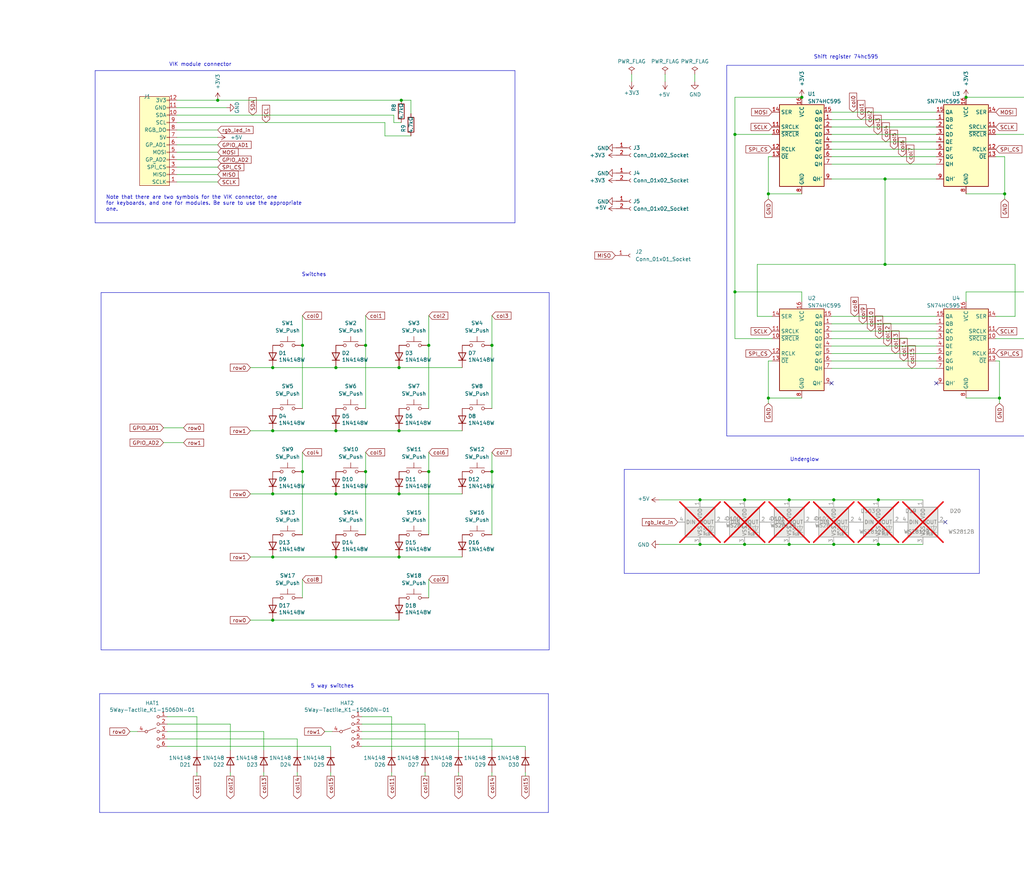
<source format=kicad_sch>
(kicad_sch (version 20230121) (generator eeschema)

  (uuid 61fe293f-6808-4b7f-9340-9aaac7054a97)

  (paper "User" 350.012 299.999)

  (lib_symbols
    (symbol "74xx:74HC595" (in_bom yes) (on_board yes)
      (property "Reference" "U" (at -7.62 13.97 0)
        (effects (font (size 1.27 1.27)))
      )
      (property "Value" "74HC595" (at -7.62 -16.51 0)
        (effects (font (size 1.27 1.27)))
      )
      (property "Footprint" "" (at 0 0 0)
        (effects (font (size 1.27 1.27)) hide)
      )
      (property "Datasheet" "http://www.ti.com/lit/ds/symlink/sn74hc595.pdf" (at 0 0 0)
        (effects (font (size 1.27 1.27)) hide)
      )
      (property "ki_keywords" "HCMOS SR 3State" (at 0 0 0)
        (effects (font (size 1.27 1.27)) hide)
      )
      (property "ki_description" "8-bit serial in/out Shift Register 3-State Outputs" (at 0 0 0)
        (effects (font (size 1.27 1.27)) hide)
      )
      (property "ki_fp_filters" "DIP*W7.62mm* SOIC*3.9x9.9mm*P1.27mm* TSSOP*4.4x5mm*P0.65mm* SOIC*5.3x10.2mm*P1.27mm* SOIC*7.5x10.3mm*P1.27mm*" (at 0 0 0)
        (effects (font (size 1.27 1.27)) hide)
      )
      (symbol "74HC595_1_0"
        (pin tri_state line (at 10.16 7.62 180) (length 2.54)
          (name "QB" (effects (font (size 1.27 1.27))))
          (number "1" (effects (font (size 1.27 1.27))))
        )
        (pin input line (at -10.16 2.54 0) (length 2.54)
          (name "~{SRCLR}" (effects (font (size 1.27 1.27))))
          (number "10" (effects (font (size 1.27 1.27))))
        )
        (pin input line (at -10.16 5.08 0) (length 2.54)
          (name "SRCLK" (effects (font (size 1.27 1.27))))
          (number "11" (effects (font (size 1.27 1.27))))
        )
        (pin input line (at -10.16 -2.54 0) (length 2.54)
          (name "RCLK" (effects (font (size 1.27 1.27))))
          (number "12" (effects (font (size 1.27 1.27))))
        )
        (pin input line (at -10.16 -5.08 0) (length 2.54)
          (name "~{OE}" (effects (font (size 1.27 1.27))))
          (number "13" (effects (font (size 1.27 1.27))))
        )
        (pin input line (at -10.16 10.16 0) (length 2.54)
          (name "SER" (effects (font (size 1.27 1.27))))
          (number "14" (effects (font (size 1.27 1.27))))
        )
        (pin tri_state line (at 10.16 10.16 180) (length 2.54)
          (name "QA" (effects (font (size 1.27 1.27))))
          (number "15" (effects (font (size 1.27 1.27))))
        )
        (pin power_in line (at 0 15.24 270) (length 2.54)
          (name "VCC" (effects (font (size 1.27 1.27))))
          (number "16" (effects (font (size 1.27 1.27))))
        )
        (pin tri_state line (at 10.16 5.08 180) (length 2.54)
          (name "QC" (effects (font (size 1.27 1.27))))
          (number "2" (effects (font (size 1.27 1.27))))
        )
        (pin tri_state line (at 10.16 2.54 180) (length 2.54)
          (name "QD" (effects (font (size 1.27 1.27))))
          (number "3" (effects (font (size 1.27 1.27))))
        )
        (pin tri_state line (at 10.16 0 180) (length 2.54)
          (name "QE" (effects (font (size 1.27 1.27))))
          (number "4" (effects (font (size 1.27 1.27))))
        )
        (pin tri_state line (at 10.16 -2.54 180) (length 2.54)
          (name "QF" (effects (font (size 1.27 1.27))))
          (number "5" (effects (font (size 1.27 1.27))))
        )
        (pin tri_state line (at 10.16 -5.08 180) (length 2.54)
          (name "QG" (effects (font (size 1.27 1.27))))
          (number "6" (effects (font (size 1.27 1.27))))
        )
        (pin tri_state line (at 10.16 -7.62 180) (length 2.54)
          (name "QH" (effects (font (size 1.27 1.27))))
          (number "7" (effects (font (size 1.27 1.27))))
        )
        (pin power_in line (at 0 -17.78 90) (length 2.54)
          (name "GND" (effects (font (size 1.27 1.27))))
          (number "8" (effects (font (size 1.27 1.27))))
        )
        (pin output line (at 10.16 -12.7 180) (length 2.54)
          (name "QH'" (effects (font (size 1.27 1.27))))
          (number "9" (effects (font (size 1.27 1.27))))
        )
      )
      (symbol "74HC595_1_1"
        (rectangle (start -7.62 12.7) (end 7.62 -15.24)
          (stroke (width 0.254) (type default))
          (fill (type background))
        )
      )
    )
    (symbol "Connector:Conn_01x01_Socket" (pin_names (offset 1.016) hide) (in_bom yes) (on_board yes)
      (property "Reference" "J" (at 0 2.54 0)
        (effects (font (size 1.27 1.27)))
      )
      (property "Value" "Conn_01x01_Socket" (at 0 -2.54 0)
        (effects (font (size 1.27 1.27)))
      )
      (property "Footprint" "" (at 0 0 0)
        (effects (font (size 1.27 1.27)) hide)
      )
      (property "Datasheet" "~" (at 0 0 0)
        (effects (font (size 1.27 1.27)) hide)
      )
      (property "ki_locked" "" (at 0 0 0)
        (effects (font (size 1.27 1.27)))
      )
      (property "ki_keywords" "connector" (at 0 0 0)
        (effects (font (size 1.27 1.27)) hide)
      )
      (property "ki_description" "Generic connector, single row, 01x01, script generated" (at 0 0 0)
        (effects (font (size 1.27 1.27)) hide)
      )
      (property "ki_fp_filters" "Connector*:*_1x??_*" (at 0 0 0)
        (effects (font (size 1.27 1.27)) hide)
      )
      (symbol "Conn_01x01_Socket_1_1"
        (polyline
          (pts
            (xy -1.27 0)
            (xy -0.508 0)
          )
          (stroke (width 0.1524) (type default))
          (fill (type none))
        )
        (arc (start 0 0.508) (mid -0.5058 0) (end 0 -0.508)
          (stroke (width 0.1524) (type default))
          (fill (type none))
        )
        (pin passive line (at -5.08 0 0) (length 3.81)
          (name "Pin_1" (effects (font (size 1.27 1.27))))
          (number "1" (effects (font (size 1.27 1.27))))
        )
      )
    )
    (symbol "Connector:Conn_01x02_Socket" (pin_names (offset 1.016) hide) (in_bom yes) (on_board yes)
      (property "Reference" "J" (at 0 2.54 0)
        (effects (font (size 1.27 1.27)))
      )
      (property "Value" "Conn_01x02_Socket" (at 0 -5.08 0)
        (effects (font (size 1.27 1.27)))
      )
      (property "Footprint" "" (at 0 0 0)
        (effects (font (size 1.27 1.27)) hide)
      )
      (property "Datasheet" "~" (at 0 0 0)
        (effects (font (size 1.27 1.27)) hide)
      )
      (property "ki_locked" "" (at 0 0 0)
        (effects (font (size 1.27 1.27)))
      )
      (property "ki_keywords" "connector" (at 0 0 0)
        (effects (font (size 1.27 1.27)) hide)
      )
      (property "ki_description" "Generic connector, single row, 01x02, script generated" (at 0 0 0)
        (effects (font (size 1.27 1.27)) hide)
      )
      (property "ki_fp_filters" "Connector*:*_1x??_*" (at 0 0 0)
        (effects (font (size 1.27 1.27)) hide)
      )
      (symbol "Conn_01x02_Socket_1_1"
        (arc (start 0 -2.032) (mid -0.5058 -2.54) (end 0 -3.048)
          (stroke (width 0.1524) (type default))
          (fill (type none))
        )
        (polyline
          (pts
            (xy -1.27 -2.54)
            (xy -0.508 -2.54)
          )
          (stroke (width 0.1524) (type default))
          (fill (type none))
        )
        (polyline
          (pts
            (xy -1.27 0)
            (xy -0.508 0)
          )
          (stroke (width 0.1524) (type default))
          (fill (type none))
        )
        (arc (start 0 0.508) (mid -0.5058 0) (end 0 -0.508)
          (stroke (width 0.1524) (type default))
          (fill (type none))
        )
        (pin passive line (at -5.08 0 0) (length 3.81)
          (name "Pin_1" (effects (font (size 1.27 1.27))))
          (number "1" (effects (font (size 1.27 1.27))))
        )
        (pin passive line (at -5.08 -2.54 0) (length 3.81)
          (name "Pin_2" (effects (font (size 1.27 1.27))))
          (number "2" (effects (font (size 1.27 1.27))))
        )
      )
    )
    (symbol "Device:D" (pin_numbers hide) (pin_names (offset 1.016) hide) (in_bom yes) (on_board yes)
      (property "Reference" "D" (at 0 2.54 0)
        (effects (font (size 1.27 1.27)))
      )
      (property "Value" "D" (at 0 -2.54 0)
        (effects (font (size 1.27 1.27)))
      )
      (property "Footprint" "" (at 0 0 0)
        (effects (font (size 1.27 1.27)) hide)
      )
      (property "Datasheet" "~" (at 0 0 0)
        (effects (font (size 1.27 1.27)) hide)
      )
      (property "ki_keywords" "diode" (at 0 0 0)
        (effects (font (size 1.27 1.27)) hide)
      )
      (property "ki_description" "Diode" (at 0 0 0)
        (effects (font (size 1.27 1.27)) hide)
      )
      (property "ki_fp_filters" "TO-???* *_Diode_* *SingleDiode* D_*" (at 0 0 0)
        (effects (font (size 1.27 1.27)) hide)
      )
      (symbol "D_0_1"
        (polyline
          (pts
            (xy -1.27 1.27)
            (xy -1.27 -1.27)
          )
          (stroke (width 0.254) (type default))
          (fill (type none))
        )
        (polyline
          (pts
            (xy 1.27 0)
            (xy -1.27 0)
          )
          (stroke (width 0) (type default))
          (fill (type none))
        )
        (polyline
          (pts
            (xy 1.27 1.27)
            (xy 1.27 -1.27)
            (xy -1.27 0)
            (xy 1.27 1.27)
          )
          (stroke (width 0.254) (type default))
          (fill (type none))
        )
      )
      (symbol "D_1_1"
        (pin passive line (at -3.81 0 0) (length 2.54)
          (name "K" (effects (font (size 1.27 1.27))))
          (number "1" (effects (font (size 1.27 1.27))))
        )
        (pin passive line (at 3.81 0 180) (length 2.54)
          (name "A" (effects (font (size 1.27 1.27))))
          (number "2" (effects (font (size 1.27 1.27))))
        )
      )
    )
    (symbol "Device:R" (pin_numbers hide) (pin_names (offset 0)) (in_bom yes) (on_board yes)
      (property "Reference" "R" (at 2.032 0 90)
        (effects (font (size 1.27 1.27)))
      )
      (property "Value" "R" (at 0 0 90)
        (effects (font (size 1.27 1.27)))
      )
      (property "Footprint" "" (at -1.778 0 90)
        (effects (font (size 1.27 1.27)) hide)
      )
      (property "Datasheet" "~" (at 0 0 0)
        (effects (font (size 1.27 1.27)) hide)
      )
      (property "ki_keywords" "R res resistor" (at 0 0 0)
        (effects (font (size 1.27 1.27)) hide)
      )
      (property "ki_description" "Resistor" (at 0 0 0)
        (effects (font (size 1.27 1.27)) hide)
      )
      (property "ki_fp_filters" "R_*" (at 0 0 0)
        (effects (font (size 1.27 1.27)) hide)
      )
      (symbol "R_0_1"
        (rectangle (start -1.016 -2.54) (end 1.016 2.54)
          (stroke (width 0.254) (type default))
          (fill (type none))
        )
      )
      (symbol "R_1_1"
        (pin passive line (at 0 3.81 270) (length 1.27)
          (name "~" (effects (font (size 1.27 1.27))))
          (number "1" (effects (font (size 1.27 1.27))))
        )
        (pin passive line (at 0 -3.81 90) (length 1.27)
          (name "~" (effects (font (size 1.27 1.27))))
          (number "2" (effects (font (size 1.27 1.27))))
        )
      )
    )
    (symbol "Diode:1N4148W" (pin_numbers hide) (pin_names (offset 1.016) hide) (in_bom yes) (on_board yes)
      (property "Reference" "D" (at 0 2.54 0)
        (effects (font (size 1.27 1.27)))
      )
      (property "Value" "1N4148W" (at 0 -2.54 0)
        (effects (font (size 1.27 1.27)))
      )
      (property "Footprint" "Diode_SMD:D_SOD-123" (at 0 -4.445 0)
        (effects (font (size 1.27 1.27)) hide)
      )
      (property "Datasheet" "https://www.vishay.com/docs/85748/1n4148w.pdf" (at 0 0 0)
        (effects (font (size 1.27 1.27)) hide)
      )
      (property "ki_keywords" "diode" (at 0 0 0)
        (effects (font (size 1.27 1.27)) hide)
      )
      (property "ki_description" "75V 0.15A Fast Switching Diode, SOD-123" (at 0 0 0)
        (effects (font (size 1.27 1.27)) hide)
      )
      (property "ki_fp_filters" "D*SOD?123*" (at 0 0 0)
        (effects (font (size 1.27 1.27)) hide)
      )
      (symbol "1N4148W_0_1"
        (polyline
          (pts
            (xy -1.27 1.27)
            (xy -1.27 -1.27)
          )
          (stroke (width 0.254) (type default))
          (fill (type none))
        )
        (polyline
          (pts
            (xy 1.27 0)
            (xy -1.27 0)
          )
          (stroke (width 0) (type default))
          (fill (type none))
        )
        (polyline
          (pts
            (xy 1.27 1.27)
            (xy 1.27 -1.27)
            (xy -1.27 0)
            (xy 1.27 1.27)
          )
          (stroke (width 0.254) (type default))
          (fill (type none))
        )
      )
      (symbol "1N4148W_1_1"
        (pin passive line (at -3.81 0 0) (length 2.54)
          (name "K" (effects (font (size 1.27 1.27))))
          (number "1" (effects (font (size 1.27 1.27))))
        )
        (pin passive line (at 3.81 0 180) (length 2.54)
          (name "A" (effects (font (size 1.27 1.27))))
          (number "2" (effects (font (size 1.27 1.27))))
        )
      )
    )
    (symbol "DjinnSymbols:5Way-Tactile_K1-1506DN-01" (pin_names (offset 0) hide) (in_bom yes) (on_board yes)
      (property "Reference" "SW" (at 0 6.858 0)
        (effects (font (size 1.27 1.27)))
      )
      (property "Value" "5Way-Tactile_K1-1506DN-01" (at 0 -8.128 0)
        (effects (font (size 1.27 1.27)))
      )
      (property "Footprint" "" (at -15.875 4.445 0)
        (effects (font (size 1.27 1.27)) hide)
      )
      (property "Datasheet" "~" (at -15.875 4.445 0)
        (effects (font (size 1.27 1.27)) hide)
      )
      (property "ki_fp_filters" "SW*" (at 0 0 0)
        (effects (font (size 1.27 1.27)) hide)
      )
      (symbol "5Way-Tactile_K1-1506DN-01_0_1"
        (circle (center -2.032 0) (radius 0.4572)
          (stroke (width 0) (type default))
          (fill (type none))
        )
        (polyline
          (pts
            (xy -1.524 0.254)
            (xy 1.27 1.27)
          )
          (stroke (width 0) (type default))
          (fill (type none))
        )
        (circle (center 2.032 -2.54) (radius 0.4572)
          (stroke (width 0) (type default))
          (fill (type none))
        )
        (circle (center 2.032 0) (radius 0.4572)
          (stroke (width 0) (type default))
          (fill (type none))
        )
        (circle (center 2.032 2.54) (radius 0.4572)
          (stroke (width 0) (type default))
          (fill (type none))
        )
      )
      (symbol "5Way-Tactile_K1-1506DN-01_1_1"
        (circle (center 2.032 -5.08) (radius 0.4572)
          (stroke (width 0) (type default))
          (fill (type none))
        )
        (circle (center 2.032 5.08) (radius 0.4572)
          (stroke (width 0) (type default))
          (fill (type none))
        )
        (pin passive line (at 5.08 5.08 180) (length 2.54)
          (name "1" (effects (font (size 1.27 1.27))))
          (number "1" (effects (font (size 1.27 1.27))))
        )
        (pin passive line (at 5.08 2.54 180) (length 2.54)
          (name "2" (effects (font (size 1.27 1.27))))
          (number "2" (effects (font (size 1.27 1.27))))
        )
        (pin passive line (at 5.08 0 180) (length 2.54)
          (name "3" (effects (font (size 1.27 1.27))))
          (number "3" (effects (font (size 1.27 1.27))))
        )
        (pin passive line (at -5.08 0 0) (length 2.54)
          (name "4" (effects (font (size 1.27 1.27))))
          (number "4" (effects (font (size 1.27 1.27))))
        )
        (pin passive line (at 5.08 -2.54 180) (length 2.54)
          (name "5" (effects (font (size 1.27 1.27))))
          (number "5" (effects (font (size 1.27 1.27))))
        )
        (pin passive line (at 5.08 -5.08 180) (length 2.54)
          (name "6" (effects (font (size 1.27 1.27))))
          (number "6" (effects (font (size 1.27 1.27))))
        )
      )
    )
    (symbol "Switch:SW_Push" (pin_numbers hide) (pin_names (offset 1.016) hide) (in_bom yes) (on_board yes)
      (property "Reference" "SW" (at 1.27 2.54 0)
        (effects (font (size 1.27 1.27)) (justify left))
      )
      (property "Value" "SW_Push" (at 0 -1.524 0)
        (effects (font (size 1.27 1.27)))
      )
      (property "Footprint" "" (at 0 5.08 0)
        (effects (font (size 1.27 1.27)) hide)
      )
      (property "Datasheet" "~" (at 0 5.08 0)
        (effects (font (size 1.27 1.27)) hide)
      )
      (property "ki_keywords" "switch normally-open pushbutton push-button" (at 0 0 0)
        (effects (font (size 1.27 1.27)) hide)
      )
      (property "ki_description" "Push button switch, generic, two pins" (at 0 0 0)
        (effects (font (size 1.27 1.27)) hide)
      )
      (symbol "SW_Push_0_1"
        (circle (center -2.032 0) (radius 0.508)
          (stroke (width 0) (type default))
          (fill (type none))
        )
        (polyline
          (pts
            (xy 0 1.27)
            (xy 0 3.048)
          )
          (stroke (width 0) (type default))
          (fill (type none))
        )
        (polyline
          (pts
            (xy 2.54 1.27)
            (xy -2.54 1.27)
          )
          (stroke (width 0) (type default))
          (fill (type none))
        )
        (circle (center 2.032 0) (radius 0.508)
          (stroke (width 0) (type default))
          (fill (type none))
        )
        (pin passive line (at -5.08 0 0) (length 2.54)
          (name "1" (effects (font (size 1.27 1.27))))
          (number "1" (effects (font (size 1.27 1.27))))
        )
        (pin passive line (at 5.08 0 180) (length 2.54)
          (name "2" (effects (font (size 1.27 1.27))))
          (number "2" (effects (font (size 1.27 1.27))))
        )
      )
    )
    (symbol "kicad-keyboard-parts:SK6812MINI-E" (pin_names (offset 0.254)) (in_bom yes) (on_board yes)
      (property "Reference" "D" (at 5.08 5.715 0)
        (effects (font (size 1.27 1.27)) (justify right bottom))
      )
      (property "Value" "SK6812MINI-E" (at 1.27 -5.715 0)
        (effects (font (size 1.27 1.27)) (justify left top))
      )
      (property "Footprint" "kicad-keyboard-parts:MX_SK6812MINI-E" (at 1.27 -7.62 0)
        (effects (font (size 1.27 1.27)) (justify left top) hide)
      )
      (property "Datasheet" "https://cdn-shop.adafruit.com/product-files/2686/SK6812MINI_REV.01-1-2.pdf" (at 2.54 -9.525 0)
        (effects (font (size 1.27 1.27)) (justify left top) hide)
      )
      (property "ki_keywords" "RGB LED NeoPixel Mini addressable" (at 0 0 0)
        (effects (font (size 1.27 1.27)) hide)
      )
      (property "ki_description" "Reverse-mount RGB LED with integrated controller" (at 0 0 0)
        (effects (font (size 1.27 1.27)) hide)
      )
      (property "ki_fp_filters" "LED*SK6812MINI*PLCC*3.5x3.5mm*P1.75mm*" (at 0 0 0)
        (effects (font (size 1.27 1.27)) hide)
      )
      (symbol "SK6812MINI-E_0_0"
        (text "RGB" (at 2.286 -4.191 0)
          (effects (font (size 0.762 0.762)))
        )
      )
      (symbol "SK6812MINI-E_0_1"
        (polyline
          (pts
            (xy 1.27 -3.556)
            (xy 1.778 -3.556)
          )
          (stroke (width 0) (type default))
          (fill (type none))
        )
        (polyline
          (pts
            (xy 1.27 -2.54)
            (xy 1.778 -2.54)
          )
          (stroke (width 0) (type default))
          (fill (type none))
        )
        (polyline
          (pts
            (xy 4.699 -3.556)
            (xy 2.667 -3.556)
          )
          (stroke (width 0) (type default))
          (fill (type none))
        )
        (polyline
          (pts
            (xy 2.286 -2.54)
            (xy 1.27 -3.556)
            (xy 1.27 -3.048)
          )
          (stroke (width 0) (type default))
          (fill (type none))
        )
        (polyline
          (pts
            (xy 2.286 -1.524)
            (xy 1.27 -2.54)
            (xy 1.27 -2.032)
          )
          (stroke (width 0) (type default))
          (fill (type none))
        )
        (polyline
          (pts
            (xy 3.683 -1.016)
            (xy 3.683 -3.556)
            (xy 3.683 -4.064)
          )
          (stroke (width 0) (type default))
          (fill (type none))
        )
        (polyline
          (pts
            (xy 4.699 -1.524)
            (xy 2.667 -1.524)
            (xy 3.683 -3.556)
            (xy 4.699 -1.524)
          )
          (stroke (width 0) (type default))
          (fill (type none))
        )
        (rectangle (start 5.08 5.08) (end -5.08 -5.08)
          (stroke (width 0.254) (type default))
          (fill (type background))
        )
      )
      (symbol "SK6812MINI-E_1_1"
        (pin power_in line (at 0 7.62 270) (length 2.54)
          (name "VDD" (effects (font (size 1.27 1.27))))
          (number "1" (effects (font (size 1.27 1.27))))
        )
        (pin output line (at 7.62 0 180) (length 2.54)
          (name "DOUT" (effects (font (size 1.27 1.27))))
          (number "2" (effects (font (size 1.27 1.27))))
        )
        (pin power_in line (at 0 -7.62 90) (length 2.54)
          (name "VSS" (effects (font (size 1.27 1.27))))
          (number "3" (effects (font (size 1.27 1.27))))
        )
        (pin input line (at -7.62 0 0) (length 2.54)
          (name "DIN" (effects (font (size 1.27 1.27))))
          (number "4" (effects (font (size 1.27 1.27))))
        )
      )
    )
    (symbol "power:+3V3" (power) (pin_names (offset 0)) (in_bom yes) (on_board yes)
      (property "Reference" "#PWR" (at 0 -3.81 0)
        (effects (font (size 1.27 1.27)) hide)
      )
      (property "Value" "+3V3" (at 0 3.556 0)
        (effects (font (size 1.27 1.27)))
      )
      (property "Footprint" "" (at 0 0 0)
        (effects (font (size 1.27 1.27)) hide)
      )
      (property "Datasheet" "" (at 0 0 0)
        (effects (font (size 1.27 1.27)) hide)
      )
      (property "ki_keywords" "power-flag" (at 0 0 0)
        (effects (font (size 1.27 1.27)) hide)
      )
      (property "ki_description" "Power symbol creates a global label with name \"+3V3\"" (at 0 0 0)
        (effects (font (size 1.27 1.27)) hide)
      )
      (symbol "+3V3_0_1"
        (polyline
          (pts
            (xy -0.762 1.27)
            (xy 0 2.54)
          )
          (stroke (width 0) (type default))
          (fill (type none))
        )
        (polyline
          (pts
            (xy 0 0)
            (xy 0 2.54)
          )
          (stroke (width 0) (type default))
          (fill (type none))
        )
        (polyline
          (pts
            (xy 0 2.54)
            (xy 0.762 1.27)
          )
          (stroke (width 0) (type default))
          (fill (type none))
        )
      )
      (symbol "+3V3_1_1"
        (pin power_in line (at 0 0 90) (length 0) hide
          (name "+3V3" (effects (font (size 1.27 1.27))))
          (number "1" (effects (font (size 1.27 1.27))))
        )
      )
    )
    (symbol "power:+5V" (power) (pin_names (offset 0)) (in_bom yes) (on_board yes)
      (property "Reference" "#PWR" (at 0 -3.81 0)
        (effects (font (size 1.27 1.27)) hide)
      )
      (property "Value" "+5V" (at 0 3.556 0)
        (effects (font (size 1.27 1.27)))
      )
      (property "Footprint" "" (at 0 0 0)
        (effects (font (size 1.27 1.27)) hide)
      )
      (property "Datasheet" "" (at 0 0 0)
        (effects (font (size 1.27 1.27)) hide)
      )
      (property "ki_keywords" "power-flag" (at 0 0 0)
        (effects (font (size 1.27 1.27)) hide)
      )
      (property "ki_description" "Power symbol creates a global label with name \"+5V\"" (at 0 0 0)
        (effects (font (size 1.27 1.27)) hide)
      )
      (symbol "+5V_0_1"
        (polyline
          (pts
            (xy -0.762 1.27)
            (xy 0 2.54)
          )
          (stroke (width 0) (type default))
          (fill (type none))
        )
        (polyline
          (pts
            (xy 0 0)
            (xy 0 2.54)
          )
          (stroke (width 0) (type default))
          (fill (type none))
        )
        (polyline
          (pts
            (xy 0 2.54)
            (xy 0.762 1.27)
          )
          (stroke (width 0) (type default))
          (fill (type none))
        )
      )
      (symbol "+5V_1_1"
        (pin power_in line (at 0 0 90) (length 0) hide
          (name "+5V" (effects (font (size 1.27 1.27))))
          (number "1" (effects (font (size 1.27 1.27))))
        )
      )
    )
    (symbol "power:GND" (power) (pin_names (offset 0)) (in_bom yes) (on_board yes)
      (property "Reference" "#PWR" (at 0 -6.35 0)
        (effects (font (size 1.27 1.27)) hide)
      )
      (property "Value" "GND" (at 0 -3.81 0)
        (effects (font (size 1.27 1.27)))
      )
      (property "Footprint" "" (at 0 0 0)
        (effects (font (size 1.27 1.27)) hide)
      )
      (property "Datasheet" "" (at 0 0 0)
        (effects (font (size 1.27 1.27)) hide)
      )
      (property "ki_keywords" "power-flag" (at 0 0 0)
        (effects (font (size 1.27 1.27)) hide)
      )
      (property "ki_description" "Power symbol creates a global label with name \"GND\" , ground" (at 0 0 0)
        (effects (font (size 1.27 1.27)) hide)
      )
      (symbol "GND_0_1"
        (polyline
          (pts
            (xy 0 0)
            (xy 0 -1.27)
            (xy 1.27 -1.27)
            (xy 0 -2.54)
            (xy -1.27 -1.27)
            (xy 0 -1.27)
          )
          (stroke (width 0) (type default))
          (fill (type none))
        )
      )
      (symbol "GND_1_1"
        (pin power_in line (at 0 0 270) (length 0) hide
          (name "GND" (effects (font (size 1.27 1.27))))
          (number "1" (effects (font (size 1.27 1.27))))
        )
      )
    )
    (symbol "power:PWR_FLAG" (power) (pin_numbers hide) (pin_names (offset 0) hide) (in_bom yes) (on_board yes)
      (property "Reference" "#FLG" (at 0 1.905 0)
        (effects (font (size 1.27 1.27)) hide)
      )
      (property "Value" "PWR_FLAG" (at 0 3.81 0)
        (effects (font (size 1.27 1.27)))
      )
      (property "Footprint" "" (at 0 0 0)
        (effects (font (size 1.27 1.27)) hide)
      )
      (property "Datasheet" "~" (at 0 0 0)
        (effects (font (size 1.27 1.27)) hide)
      )
      (property "ki_keywords" "power-flag" (at 0 0 0)
        (effects (font (size 1.27 1.27)) hide)
      )
      (property "ki_description" "Special symbol for telling ERC where power comes from" (at 0 0 0)
        (effects (font (size 1.27 1.27)) hide)
      )
      (symbol "PWR_FLAG_0_0"
        (pin power_out line (at 0 0 90) (length 0)
          (name "pwr" (effects (font (size 1.27 1.27))))
          (number "1" (effects (font (size 1.27 1.27))))
        )
      )
      (symbol "PWR_FLAG_0_1"
        (polyline
          (pts
            (xy 0 0)
            (xy 0 1.27)
            (xy -1.016 1.905)
            (xy 0 2.54)
            (xy 1.016 1.905)
            (xy 0 1.27)
          )
          (stroke (width 0) (type default))
          (fill (type none))
        )
      )
    )
    (symbol "vik:vik-module-connector" (pin_names (offset 1)) (in_bom yes) (on_board yes)
      (property "Reference" "J" (at 0 15.875 0)
        (effects (font (size 1.27 1.27)))
      )
      (property "Value" "vik-module-connector" (at 0 -17.78 0)
        (effects (font (size 1.27 1.27)) hide)
      )
      (property "Footprint" "" (at 0 6.35 0)
        (effects (font (size 1.27 1.27)) hide)
      )
      (property "Datasheet" "" (at 0 6.35 0)
        (effects (font (size 1.27 1.27)) hide)
      )
      (symbol "vik-module-connector_1_1"
        (rectangle (start -5.08 13.97) (end 5.08 -16.51)
          (stroke (width 0) (type default))
          (fill (type background))
        )
        (rectangle (start -5.0546 -15.113) (end -4.191 -15.367)
          (stroke (width 0.1) (type default))
          (fill (type none))
        )
        (rectangle (start -5.0546 -12.573) (end -4.191 -12.827)
          (stroke (width 0.1) (type default))
          (fill (type none))
        )
        (rectangle (start -5.0546 -10.033) (end -4.191 -10.287)
          (stroke (width 0.1) (type default))
          (fill (type none))
        )
        (rectangle (start -5.0546 -7.493) (end -4.191 -7.747)
          (stroke (width 0.1) (type default))
          (fill (type none))
        )
        (rectangle (start -5.0546 -4.953) (end -4.191 -5.207)
          (stroke (width 0.1) (type default))
          (fill (type none))
        )
        (rectangle (start -5.0546 -2.413) (end -4.191 -2.667)
          (stroke (width 0.1) (type default))
          (fill (type none))
        )
        (rectangle (start -5.0546 0.127) (end -4.191 -0.127)
          (stroke (width 0.1) (type default))
          (fill (type none))
        )
        (rectangle (start -5.0546 2.667) (end -4.191 2.413)
          (stroke (width 0.1) (type default))
          (fill (type none))
        )
        (rectangle (start -5.0546 5.207) (end -4.191 4.953)
          (stroke (width 0.1) (type default))
          (fill (type none))
        )
        (rectangle (start -5.0546 7.747) (end -4.191 7.493)
          (stroke (width 0.1) (type default))
          (fill (type none))
        )
        (rectangle (start -5.0546 10.287) (end -4.191 10.033)
          (stroke (width 0.1) (type default))
          (fill (type none))
        )
        (rectangle (start -5.0546 12.827) (end -4.191 12.573)
          (stroke (width 0.1) (type default))
          (fill (type none))
        )
        (pin output line (at -7.62 12.7 0) (length 2.54)
          (name "SCLK" (effects (font (size 1.27 1.27))))
          (number "1" (effects (font (size 1.27 1.27))))
        )
        (pin bidirectional line (at -7.62 -10.16 0) (length 2.54)
          (name "SDA" (effects (font (size 1.27 1.27))))
          (number "10" (effects (font (size 1.27 1.27))))
        )
        (pin power_out line (at -7.62 -12.7 0) (length 2.54)
          (name "GND" (effects (font (size 1.27 1.27))))
          (number "11" (effects (font (size 1.27 1.27))))
        )
        (pin power_out line (at -7.62 -15.24 0) (length 2.54)
          (name "3V3" (effects (font (size 1.27 1.27))))
          (number "12" (effects (font (size 1.27 1.27))))
        )
        (pin tri_state line (at -7.62 10.16 0) (length 2.54)
          (name "MISO" (effects (font (size 1.27 1.27))))
          (number "2" (effects (font (size 1.27 1.27))))
        )
        (pin output line (at -7.62 7.62 0) (length 2.54)
          (name "SPI_CS" (effects (font (size 1.27 1.27))))
          (number "3" (effects (font (size 1.27 1.27))))
        )
        (pin bidirectional line (at -7.62 5.08 0) (length 2.54)
          (name "GP_AD2" (effects (font (size 1.27 1.27))))
          (number "4" (effects (font (size 1.27 1.27))))
        )
        (pin output line (at -7.62 2.54 0) (length 2.54)
          (name "MOSI" (effects (font (size 1.27 1.27))))
          (number "5" (effects (font (size 1.27 1.27))))
        )
        (pin bidirectional line (at -7.62 0 0) (length 2.54)
          (name "GP_AD1" (effects (font (size 1.27 1.27))))
          (number "6" (effects (font (size 1.27 1.27))))
        )
        (pin power_out line (at -7.62 -2.54 0) (length 2.54)
          (name "5V" (effects (font (size 1.27 1.27))))
          (number "7" (effects (font (size 1.27 1.27))))
        )
        (pin output line (at -7.62 -5.08 0) (length 2.54)
          (name "RGB_DO" (effects (font (size 1.27 1.27))))
          (number "8" (effects (font (size 1.27 1.27))))
        )
        (pin bidirectional line (at -7.62 -7.62 0) (length 2.54)
          (name "SCL" (effects (font (size 1.27 1.27))))
          (number "9" (effects (font (size 1.27 1.27))))
        )
      )
    )
  )

  (junction (at 274.066 33.274) (diameter 0) (color 0 0 0 0)
    (uuid 0bd831e8-9aef-480e-b2d1-247d783a96ee)
  )
  (junction (at 251.206 45.974) (diameter 0) (color 0 0 0 0)
    (uuid 0dd1ef73-f559-4b36-8c7b-a266a74083a5)
  )
  (junction (at 353.06 45.974) (diameter 0) (color 0 0 0 0)
    (uuid 0f620b4c-d4b1-45ef-893c-511a375260a0)
  )
  (junction (at 284.988 170.942) (diameter 0) (color 0 0 0 0)
    (uuid 0f68ef19-cf89-43ac-876e-01516c43aabe)
  )
  (junction (at 136.398 168.91) (diameter 0) (color 0 0 0 0)
    (uuid 11e996d8-5107-4c0e-b13f-e09c0af0f05a)
  )
  (junction (at 343.408 66.294) (diameter 0) (color 0 0 0 0)
    (uuid 1b135a1a-3255-46b6-9885-cbaaf4a1ce73)
  )
  (junction (at 146.558 118.11) (diameter 0) (color 0 0 0 0)
    (uuid 2e008418-75a6-4513-a4e6-bccbd3495b52)
  )
  (junction (at 239.268 186.182) (diameter 0) (color 0 0 0 0)
    (uuid 309fa007-da9b-446b-8a89-e7d2222a5831)
  )
  (junction (at 93.218 168.91) (diameter 0) (color 0 0 0 0)
    (uuid 313dc7de-b87f-4774-bd0c-90406bd4831d)
  )
  (junction (at 93.218 125.73) (diameter 0) (color 0 0 0 0)
    (uuid 3663fff9-ff20-428f-9f7a-0262185f7652)
  )
  (junction (at 300.228 186.182) (diameter 0) (color 0 0 0 0)
    (uuid 3c6dd5d2-6b6e-4832-8b6b-a7401fcfa44a)
  )
  (junction (at 302.514 61.214) (diameter 0) (color 0 0 0 0)
    (uuid 45d0b0fc-35ba-44eb-9ba2-d65ea59b8b7d)
  )
  (junction (at 254.508 170.942) (diameter 0) (color 0 0 0 0)
    (uuid 478846e3-7800-4fd4-8a02-8f1827af0cd5)
  )
  (junction (at 93.218 190.5) (diameter 0) (color 0 0 0 0)
    (uuid 48efb833-4072-4aef-8b1d-c1c725db30f1)
  )
  (junction (at 353.06 99.822) (diameter 0) (color 0 0 0 0)
    (uuid 4aecde45-c01c-473d-91d3-7360114ed524)
  )
  (junction (at 124.968 118.11) (diameter 0) (color 0 0 0 0)
    (uuid 4ca09a41-0935-477a-bc0b-3e980bcf80ec)
  )
  (junction (at 302.514 90.424) (diameter 0) (color 0 0 0 0)
    (uuid 62b4f058-3b7d-407c-a2cf-3325fc2978d1)
  )
  (junction (at 300.228 170.942) (diameter 0) (color 0 0 0 0)
    (uuid 6a8a48ce-9e1b-4e42-8a98-89292064427b)
  )
  (junction (at 284.988 186.182) (diameter 0) (color 0 0 0 0)
    (uuid 6b745c8c-71c9-49e3-a94a-f3e5bb8a4d17)
  )
  (junction (at 168.148 161.29) (diameter 0) (color 0 0 0 0)
    (uuid 71cfd436-e92d-4d85-bd63-3835d80a5d14)
  )
  (junction (at 137.16 34.29) (diameter 0) (color 0 0 0 0)
    (uuid 73e4e01c-fcc8-47b9-a81e-01f41d607404)
  )
  (junction (at 114.808 125.73) (diameter 0) (color 0 0 0 0)
    (uuid 759f9b69-f0b2-451f-9daf-513281478baa)
  )
  (junction (at 114.808 147.32) (diameter 0) (color 0 0 0 0)
    (uuid 7abeb904-7195-481d-a0da-d36dd8a68651)
  )
  (junction (at 146.558 161.29) (diameter 0) (color 0 0 0 0)
    (uuid 7ce22b67-b164-4954-af8d-09f04a58cb52)
  )
  (junction (at 341.63 136.144) (diameter 0) (color 0 0 0 0)
    (uuid 7f0d3cc9-7110-4c5c-8583-0a41a5a91462)
  )
  (junction (at 114.808 190.5) (diameter 0) (color 0 0 0 0)
    (uuid 856339e5-6210-46d5-a5ff-5159f171053c)
  )
  (junction (at 114.808 168.91) (diameter 0) (color 0 0 0 0)
    (uuid 91acf376-3b0a-4141-9bd3-308a12ba5c6a)
  )
  (junction (at 262.636 136.144) (diameter 0) (color 0 0 0 0)
    (uuid 96a44c31-1bad-4eab-a01c-aa1ad5d300d1)
  )
  (junction (at 168.148 118.11) (diameter 0) (color 0 0 0 0)
    (uuid 971e5343-8210-4dc7-a91a-f3bec7b0931c)
  )
  (junction (at 330.2 33.274) (diameter 0) (color 0 0 0 0)
    (uuid 9e49ba50-2983-4d29-a998-f94eab68eac6)
  )
  (junction (at 74.422 34.29) (diameter 0) (color 0 0 0 0)
    (uuid 9f2e92ee-0456-4a0d-8129-bc425f1261f9)
  )
  (junction (at 262.636 66.294) (diameter 0) (color 0 0 0 0)
    (uuid a28c3deb-05c1-443a-8d14-db9585027061)
  )
  (junction (at 124.968 161.29) (diameter 0) (color 0 0 0 0)
    (uuid a592a821-5a05-4cb2-a583-77e5466d12f7)
  )
  (junction (at 269.748 170.942) (diameter 0) (color 0 0 0 0)
    (uuid a82e41a9-a872-45e1-83cb-2b5d1d2e8213)
  )
  (junction (at 103.378 118.11) (diameter 0) (color 0 0 0 0)
    (uuid a9d5ca19-75fd-4557-9866-e23ebf600eb0)
  )
  (junction (at 103.378 161.29) (diameter 0) (color 0 0 0 0)
    (uuid bba87fa9-0858-4cc0-85e0-4762b14c3437)
  )
  (junction (at 269.748 186.182) (diameter 0) (color 0 0 0 0)
    (uuid c0f0b113-bbf0-41a6-a64d-72b4c3171f53)
  )
  (junction (at 136.398 147.32) (diameter 0) (color 0 0 0 0)
    (uuid c5608301-6130-479b-8cf1-fc0d5f8c4b1f)
  )
  (junction (at 251.206 99.822) (diameter 0) (color 0 0 0 0)
    (uuid ca45e35a-5fa6-4420-b4b3-aa7a86dd0b1e)
  )
  (junction (at 93.218 212.09) (diameter 0) (color 0 0 0 0)
    (uuid da45259c-383b-45de-9d9a-5077b2a3649d)
  )
  (junction (at 239.268 170.942) (diameter 0) (color 0 0 0 0)
    (uuid e1409ca4-be7d-4e7e-b6a5-ec000316f010)
  )
  (junction (at 93.218 147.32) (diameter 0) (color 0 0 0 0)
    (uuid ece3276d-aa52-4a32-bd4e-7c36a2ece724)
  )
  (junction (at 136.398 125.73) (diameter 0) (color 0 0 0 0)
    (uuid ecf3636d-6050-4d30-8f43-8b8b6245d267)
  )
  (junction (at 136.398 190.5) (diameter 0) (color 0 0 0 0)
    (uuid ef00416d-6220-49b8-b4a2-89888f9d9cbd)
  )
  (junction (at 254.508 186.182) (diameter 0) (color 0 0 0 0)
    (uuid f5ffed9e-6dcc-42e2-afb5-0804bb92c659)
  )

  (no_connect (at 320.04 131.064) (uuid 0012df65-0c92-4012-b964-7f6de01e7fd0))
  (no_connect (at 323.088 178.562) (uuid 5731170a-646e-4404-b513-dd8a1c40b4c1))
  (no_connect (at 284.226 131.064) (uuid 8e34cc3b-000a-4e6b-958c-486820f72cd3))

  (wire (pts (xy 284.226 53.594) (xy 320.04 53.594))
    (stroke (width 0) (type default))
    (uuid 0209752a-5aca-4030-b234-6d69a690150b)
  )
  (wire (pts (xy 168.148 161.29) (xy 168.148 182.88))
    (stroke (width 0) (type default))
    (uuid 024a03da-9486-4cb9-9e30-38e543c865cd)
  )
  (wire (pts (xy 262.636 66.294) (xy 262.636 68.072))
    (stroke (width 0) (type default))
    (uuid 03a0aa23-0007-431d-8140-b6a96c01740b)
  )
  (wire (pts (xy 330.2 103.124) (xy 330.2 99.822))
    (stroke (width 0) (type default))
    (uuid 04dc0e0e-06bb-4e0d-90b5-9f977f2dee1b)
  )
  (wire (pts (xy 103.378 107.95) (xy 103.378 118.11))
    (stroke (width 0) (type default))
    (uuid 05954a38-7926-4a5b-bd68-8c1aa5d0d175)
  )
  (wire (pts (xy 353.06 33.274) (xy 330.2 33.274))
    (stroke (width 0) (type default))
    (uuid 08b06951-f190-4f19-a17e-7e37c7992f03)
  )
  (wire (pts (xy 343.408 53.594) (xy 340.36 53.594))
    (stroke (width 0) (type default))
    (uuid 08b3df4e-b149-43aa-b965-ccf6376acee4)
  )
  (wire (pts (xy 341.63 123.444) (xy 341.63 136.144))
    (stroke (width 0) (type default))
    (uuid 0b0cf92c-730c-4a95-9887-2e630846c9a0)
  )
  (polyline (pts (xy 356.362 22.352) (xy 248.412 22.352))
    (stroke (width 0) (type default))
    (uuid 0bf2e6ec-81a8-4b11-9c07-075f7aebb09d)
  )

  (wire (pts (xy 103.378 118.11) (xy 103.378 139.7))
    (stroke (width 0) (type default))
    (uuid 0c1f6ede-d82b-484f-a052-9b873b2d8c7b)
  )
  (wire (pts (xy 284.226 45.974) (xy 320.04 45.974))
    (stroke (width 0) (type default))
    (uuid 0d81b5fe-b68a-4752-ab78-70a5c08fe24e)
  )
  (wire (pts (xy 262.636 53.594) (xy 262.636 66.294))
    (stroke (width 0) (type default))
    (uuid 0e8075ce-fef1-482a-b6e1-731b87f190e3)
  )
  (wire (pts (xy 60.452 34.29) (xy 74.422 34.29))
    (stroke (width 0) (type default))
    (uuid 10dd335c-495e-4e6e-afb3-92701f8b9223)
  )
  (wire (pts (xy 60.452 39.37) (xy 134.62 39.37))
    (stroke (width 0) (type default))
    (uuid 1202edee-dd88-49a5-b9ad-ab97c5404b03)
  )
  (wire (pts (xy 60.452 41.91) (xy 131.572 41.91))
    (stroke (width 0) (type default))
    (uuid 12e601b0-2ce6-47a0-bee0-90454bd8b539)
  )
  (wire (pts (xy 168.148 264.16) (xy 168.148 265.43))
    (stroke (width 0) (type default))
    (uuid 137d8076-adf2-4a06-9811-5a01ecfafdb6)
  )
  (wire (pts (xy 78.74 247.65) (xy 78.74 256.54))
    (stroke (width 0) (type default))
    (uuid 14953795-fe87-4fb8-a63b-3fbf706cc7d9)
  )
  (wire (pts (xy 254.508 170.942) (xy 269.748 170.942))
    (stroke (width 0) (type default))
    (uuid 14b7346f-0116-46fb-891a-6aa1d833866b)
  )
  (wire (pts (xy 134.62 41.91) (xy 137.16 41.91))
    (stroke (width 0) (type default))
    (uuid 167a60a0-b7ea-4616-a3ff-e11bf028860f)
  )
  (wire (pts (xy 114.808 125.73) (xy 136.398 125.73))
    (stroke (width 0) (type default))
    (uuid 16d4b626-2984-4896-a456-2bd9670a5d45)
  )
  (polyline (pts (xy 213.36 160.528) (xy 213.36 196.088))
    (stroke (width 0) (type default))
    (uuid 1812e53f-5a8c-401a-8454-eb062d428cbc)
  )

  (wire (pts (xy 103.378 161.29) (xy 103.378 182.88))
    (stroke (width 0) (type default))
    (uuid 1e2fa6b3-67be-4f6e-8ca9-ba33e48c775a)
  )
  (wire (pts (xy 90.17 250.19) (xy 90.17 256.54))
    (stroke (width 0) (type default))
    (uuid 1e57cca7-2320-496c-91d8-65cf05e1fe9e)
  )
  (wire (pts (xy 284.226 120.904) (xy 320.04 120.904))
    (stroke (width 0) (type default))
    (uuid 204c3734-8dfa-4dc9-ac15-c96d998b5764)
  )
  (wire (pts (xy 263.906 115.824) (xy 251.206 115.824))
    (stroke (width 0) (type default))
    (uuid 21311711-5964-4d0a-a0ff-bf2e4040a8fe)
  )
  (wire (pts (xy 85.598 168.91) (xy 93.218 168.91))
    (stroke (width 0) (type default))
    (uuid 218036ef-9c2d-495c-b320-1df3169ce72c)
  )
  (polyline (pts (xy 34.544 100.076) (xy 187.706 100.076))
    (stroke (width 0) (type default))
    (uuid 24037b7b-8da5-4b0e-b643-4279ac1d4bd6)
  )

  (wire (pts (xy 179.578 264.16) (xy 179.578 265.43))
    (stroke (width 0) (type default))
    (uuid 26d26532-f261-4488-af6e-e8ade3d16bf8)
  )
  (wire (pts (xy 237.49 25.4) (xy 237.49 27.94))
    (stroke (width 0) (type default))
    (uuid 282c8e53-3acc-42f0-a92a-6aa976b97a93)
  )
  (wire (pts (xy 284.226 43.434) (xy 320.04 43.434))
    (stroke (width 0) (type default))
    (uuid 2a4049c6-0a0c-461f-a194-f293e2a8702f)
  )
  (wire (pts (xy 67.31 264.16) (xy 67.31 265.43))
    (stroke (width 0) (type default))
    (uuid 2b5bd866-d590-4d8e-a248-51f833f924de)
  )
  (wire (pts (xy 262.636 136.144) (xy 262.636 137.922))
    (stroke (width 0) (type default))
    (uuid 2b6c448d-acdc-4812-a7a7-17ed28ea4235)
  )
  (wire (pts (xy 131.572 46.482) (xy 140.462 46.482))
    (stroke (width 0) (type default))
    (uuid 2c1f2fdb-834a-4c25-85d0-6559d19141f3)
  )
  (wire (pts (xy 124.968 107.95) (xy 124.968 118.11))
    (stroke (width 0) (type default))
    (uuid 2e1a42a9-e9da-440a-b44d-8353077c16c6)
  )
  (wire (pts (xy 136.398 190.5) (xy 157.988 190.5))
    (stroke (width 0) (type default))
    (uuid 2e2056f4-f93b-4164-8266-d2d6a5d15e67)
  )
  (wire (pts (xy 353.06 45.974) (xy 353.06 33.274))
    (stroke (width 0) (type default))
    (uuid 2e2d6aa0-0be1-415a-b09d-96adb942d8c6)
  )
  (wire (pts (xy 145.288 264.16) (xy 145.288 265.43))
    (stroke (width 0) (type default))
    (uuid 2eb28c43-9366-40c4-94b0-a780320b3369)
  )
  (wire (pts (xy 123.698 250.19) (xy 156.718 250.19))
    (stroke (width 0) (type default))
    (uuid 2f133b48-5611-4a4e-b53d-03fa1a616e75)
  )
  (wire (pts (xy 340.36 45.974) (xy 353.06 45.974))
    (stroke (width 0) (type default))
    (uuid 2f50a11b-3d47-48a4-a62d-a6faf91cbab8)
  )
  (wire (pts (xy 239.268 186.182) (xy 254.508 186.182))
    (stroke (width 0) (type default))
    (uuid 2f5635c3-9895-44f6-8975-182a036b9574)
  )
  (wire (pts (xy 101.6 264.16) (xy 101.6 265.43))
    (stroke (width 0) (type default))
    (uuid 30b344d2-3601-44f1-9dc0-4bc7c249cc26)
  )
  (wire (pts (xy 60.452 49.53) (xy 74.422 49.53))
    (stroke (width 0) (type default))
    (uuid 31136693-ec0b-4e21-a472-9b3ad3b042f1)
  )
  (wire (pts (xy 57.15 250.19) (xy 90.17 250.19))
    (stroke (width 0) (type default))
    (uuid 337df062-9bec-4844-acb6-bcdc6bb18f38)
  )
  (wire (pts (xy 140.462 34.29) (xy 140.462 38.862))
    (stroke (width 0) (type default))
    (uuid 376e669d-4100-4509-a084-40b011899fdd)
  )
  (wire (pts (xy 57.15 255.27) (xy 113.03 255.27))
    (stroke (width 0) (type default))
    (uuid 3adb0093-686d-4a9e-8ea2-8d14658c21a4)
  )
  (wire (pts (xy 284.226 110.744) (xy 320.04 110.744))
    (stroke (width 0) (type default))
    (uuid 3ae7e6e1-7061-432f-b3a8-27ec8ef2a763)
  )
  (wire (pts (xy 284.226 56.134) (xy 320.04 56.134))
    (stroke (width 0) (type default))
    (uuid 3d10b009-47dc-4cbf-ade9-1d320f4fe2c4)
  )
  (wire (pts (xy 300.228 186.182) (xy 315.468 186.182))
    (stroke (width 0) (type default))
    (uuid 3f44e056-24ad-4d94-8363-ea6d5e0a3175)
  )
  (wire (pts (xy 225.298 186.182) (xy 239.268 186.182))
    (stroke (width 0) (type default))
    (uuid 412483a1-fd28-42f8-876b-fed02581f469)
  )
  (wire (pts (xy 168.148 118.11) (xy 168.148 139.7))
    (stroke (width 0) (type default))
    (uuid 41beda21-fbb7-430e-a1c7-d1eb7dee61b9)
  )
  (wire (pts (xy 353.06 99.822) (xy 353.06 115.824))
    (stroke (width 0) (type default))
    (uuid 429cf89a-3860-4859-8f02-ec5236d3390a)
  )
  (polyline (pts (xy 213.36 160.528) (xy 334.772 160.528))
    (stroke (width 0) (type default))
    (uuid 459bf7e1-03e5-43e7-a7a5-48bb21267187)
  )

  (wire (pts (xy 101.6 252.73) (xy 101.6 256.54))
    (stroke (width 0) (type default))
    (uuid 460b05be-eb19-4ea8-882e-a479ec3e4669)
  )
  (wire (pts (xy 330.2 99.822) (xy 353.06 99.822))
    (stroke (width 0) (type default))
    (uuid 48525cfd-6eee-4fd0-92f2-2008a888b590)
  )
  (wire (pts (xy 225.298 170.942) (xy 239.268 170.942))
    (stroke (width 0) (type default))
    (uuid 48758ce2-385e-4293-95f3-493b80337c4e)
  )
  (wire (pts (xy 123.698 247.65) (xy 145.288 247.65))
    (stroke (width 0) (type default))
    (uuid 4cec6109-d2a7-41cf-8973-fe0f8d155212)
  )
  (wire (pts (xy 113.03 255.27) (xy 113.03 256.54))
    (stroke (width 0) (type default))
    (uuid 546fe167-8063-41cf-9150-f038e4f1c4de)
  )
  (polyline (pts (xy 34.036 237.236) (xy 34.036 277.876))
    (stroke (width 0) (type default))
    (uuid 57b18908-1973-4153-9dda-78699d627ac7)
  )

  (wire (pts (xy 85.598 125.73) (xy 93.218 125.73))
    (stroke (width 0) (type default))
    (uuid 5c0705f7-0b10-4d78-bfe4-23b83168b700)
  )
  (wire (pts (xy 156.718 264.16) (xy 156.718 265.43))
    (stroke (width 0) (type default))
    (uuid 5f55d138-2cfa-4ab2-9fbd-44e992121e6f)
  )
  (wire (pts (xy 284.226 115.824) (xy 320.04 115.824))
    (stroke (width 0) (type default))
    (uuid 60366ff2-25c3-4fec-89de-86da0710e9a7)
  )
  (wire (pts (xy 57.15 245.11) (xy 67.31 245.11))
    (stroke (width 0) (type default))
    (uuid 61296b71-84c7-4ed9-aaa2-32dce7bf18bc)
  )
  (wire (pts (xy 302.514 61.214) (xy 320.04 61.214))
    (stroke (width 0) (type default))
    (uuid 620419a0-ee03-4551-967b-afd3af4cf948)
  )
  (wire (pts (xy 251.206 45.974) (xy 251.206 99.822))
    (stroke (width 0) (type default))
    (uuid 64ad397c-c6e1-4224-92d1-00b819190881)
  )
  (wire (pts (xy 113.03 264.16) (xy 113.03 265.43))
    (stroke (width 0) (type default))
    (uuid 64e7e329-02cf-475f-bcb2-d56dc903f29e)
  )
  (polyline (pts (xy 248.412 24.13) (xy 248.412 149.098))
    (stroke (width 0) (type default))
    (uuid 65204327-e830-4955-9cbc-f3d5b9521208)
  )

  (wire (pts (xy 60.452 62.23) (xy 74.422 62.23))
    (stroke (width 0) (type default))
    (uuid 65841130-bc7b-4021-8a07-cbf2b9103919)
  )
  (polyline (pts (xy 34.544 222.25) (xy 187.706 222.25))
    (stroke (width 0) (type default))
    (uuid 661db229-a975-41ff-9ead-ff538ba25e42)
  )

  (wire (pts (xy 114.808 168.91) (xy 136.398 168.91))
    (stroke (width 0) (type default))
    (uuid 689eb449-08ad-48e4-bc05-c6b5b9e54a39)
  )
  (wire (pts (xy 114.808 147.32) (xy 136.398 147.32))
    (stroke (width 0) (type default))
    (uuid 690e16b3-2ba1-4b62-a1d1-c74fdeabe91b)
  )
  (wire (pts (xy 254.508 186.182) (xy 269.748 186.182))
    (stroke (width 0) (type default))
    (uuid 6ba722f7-9877-4a77-98cc-e97138f36789)
  )
  (wire (pts (xy 284.988 170.942) (xy 300.228 170.942))
    (stroke (width 0) (type default))
    (uuid 6c1b7a6a-d9da-4e9d-a650-2b3a9c99bbc0)
  )
  (wire (pts (xy 90.17 264.16) (xy 90.17 265.43))
    (stroke (width 0) (type default))
    (uuid 6ca51167-eeae-470f-a2bc-1dd7c3a0309b)
  )
  (wire (pts (xy 60.452 36.83) (xy 77.47 36.83))
    (stroke (width 0) (type default))
    (uuid 6ded6e1a-1684-446a-88f5-8e7fd1f82cc8)
  )
  (polyline (pts (xy 187.706 222.25) (xy 187.706 100.076))
    (stroke (width 0) (type default))
    (uuid 6e2cc628-3e53-459a-ae8e-1bf15df42bb5)
  )

  (wire (pts (xy 93.218 125.73) (xy 114.808 125.73))
    (stroke (width 0) (type default))
    (uuid 6e69ba07-60c8-439b-8a12-6b9923d0e395)
  )
  (wire (pts (xy 156.718 250.19) (xy 156.718 256.54))
    (stroke (width 0) (type default))
    (uuid 6fc7cabb-b8ff-4c21-b985-71e67a710693)
  )
  (wire (pts (xy 341.63 136.144) (xy 341.63 137.922))
    (stroke (width 0) (type default))
    (uuid 70c04912-b771-4e6c-b8da-997241c1cbac)
  )
  (wire (pts (xy 123.698 255.27) (xy 179.578 255.27))
    (stroke (width 0) (type default))
    (uuid 7119c715-823f-49d3-983d-4a9f443844f9)
  )
  (wire (pts (xy 55.88 151.384) (xy 62.738 151.384))
    (stroke (width 0) (type default))
    (uuid 71aaed24-7980-4a27-b705-48c992b3d355)
  )
  (wire (pts (xy 263.906 45.974) (xy 251.206 45.974))
    (stroke (width 0) (type default))
    (uuid 73384036-8520-45df-89bc-11ae74a2a84c)
  )
  (wire (pts (xy 124.968 118.11) (xy 124.968 139.7))
    (stroke (width 0) (type default))
    (uuid 763e56eb-2a83-4996-88df-370f7052fbb2)
  )
  (wire (pts (xy 284.988 186.182) (xy 300.228 186.182))
    (stroke (width 0) (type default))
    (uuid 77052aba-113f-4b13-87d8-e6fcec73124f)
  )
  (wire (pts (xy 93.218 190.5) (xy 114.808 190.5))
    (stroke (width 0) (type default))
    (uuid 78b30c6e-35a3-4b28-9800-147be105d997)
  )
  (wire (pts (xy 300.228 170.942) (xy 315.468 170.942))
    (stroke (width 0) (type default))
    (uuid 7ab70bbd-0567-49a3-a9c0-943270bb8c9f)
  )
  (wire (pts (xy 74.422 34.29) (xy 137.16 34.29))
    (stroke (width 0) (type default))
    (uuid 7cd3c09c-e004-4c7e-8043-bcdade2865e2)
  )
  (wire (pts (xy 284.226 40.894) (xy 320.04 40.894))
    (stroke (width 0) (type default))
    (uuid 7d0884fd-fe1d-4c39-95b0-a446d999c7dc)
  )
  (polyline (pts (xy 34.544 100.076) (xy 34.544 222.25))
    (stroke (width 0) (type default))
    (uuid 7f34875b-4ece-407e-a676-b20fef60a22e)
  )

  (wire (pts (xy 251.206 99.822) (xy 251.206 115.824))
    (stroke (width 0) (type default))
    (uuid 7fbf4eb2-3376-4a4f-b086-02a2e98083c4)
  )
  (polyline (pts (xy 248.412 149.098) (xy 356.362 149.098))
    (stroke (width 0) (type default))
    (uuid 7fcf8cbd-114e-4398-84b7-4a0df7bbcee6)
  )

  (wire (pts (xy 124.968 154.686) (xy 124.968 161.29))
    (stroke (width 0) (type default))
    (uuid 7fe70a3f-45d5-44e7-a8bb-88fa5b22cd05)
  )
  (wire (pts (xy 269.748 186.182) (xy 284.988 186.182))
    (stroke (width 0) (type default))
    (uuid 83342153-f2c2-42ee-8e46-c0ed9e10434e)
  )
  (wire (pts (xy 168.148 154.686) (xy 168.148 161.29))
    (stroke (width 0) (type default))
    (uuid 8391e69a-fd04-451f-93da-8d3edee70f0f)
  )
  (wire (pts (xy 136.398 147.32) (xy 157.988 147.32))
    (stroke (width 0) (type default))
    (uuid 85ad253b-e3e3-42e6-88e9-ac27e0612fe1)
  )
  (wire (pts (xy 46.99 250.19) (xy 44.45 250.19))
    (stroke (width 0) (type default))
    (uuid 8e0c9180-aa82-4763-a9b6-edecf5d26310)
  )
  (wire (pts (xy 284.226 48.514) (xy 320.04 48.514))
    (stroke (width 0) (type default))
    (uuid 90c1fdb6-9855-40b5-afd3-f3e0199b8aad)
  )
  (wire (pts (xy 133.858 264.16) (xy 133.858 265.43))
    (stroke (width 0) (type default))
    (uuid 9285772f-da67-4af6-91f0-04b176548902)
  )
  (wire (pts (xy 330.2 66.294) (xy 343.408 66.294))
    (stroke (width 0) (type default))
    (uuid 95226572-eef1-4130-967c-c6bde58aeeaf)
  )
  (wire (pts (xy 85.598 212.09) (xy 93.218 212.09))
    (stroke (width 0) (type default))
    (uuid 9532ae01-cfaa-4cbd-bc81-fda40338a16d)
  )
  (wire (pts (xy 258.826 108.204) (xy 263.906 108.204))
    (stroke (width 0) (type default))
    (uuid 9650acce-c2c2-4368-99b8-822cfc52104a)
  )
  (wire (pts (xy 269.748 170.942) (xy 284.988 170.942))
    (stroke (width 0) (type default))
    (uuid 9662384e-2b80-4275-b5c4-bd3e5e627d71)
  )
  (wire (pts (xy 227.33 25.4) (xy 227.33 27.94))
    (stroke (width 0) (type default))
    (uuid 98970bf0-1168-4b4e-a1c9-3b0c8d7eaacf)
  )
  (wire (pts (xy 137.16 34.29) (xy 140.462 34.29))
    (stroke (width 0) (type default))
    (uuid 99804d23-5086-4ee3-92f6-4c7a5f21dd81)
  )
  (polyline (pts (xy 176.022 24.13) (xy 176.022 76.2))
    (stroke (width 0) (type default))
    (uuid 99bf09fb-0fae-4637-b3f3-84a889bb2043)
  )

  (wire (pts (xy 136.398 168.91) (xy 157.988 168.91))
    (stroke (width 0) (type default))
    (uuid 9ac11047-0a8f-444b-8533-df080a88c458)
  )
  (wire (pts (xy 258.826 90.424) (xy 258.826 108.204))
    (stroke (width 0) (type default))
    (uuid 9d7fe7d4-08bf-4761-82dd-7b5852e37e1b)
  )
  (wire (pts (xy 85.598 190.5) (xy 93.218 190.5))
    (stroke (width 0) (type default))
    (uuid 9f229d13-57fa-41ea-898e-4775de87d6f6)
  )
  (polyline (pts (xy 176.022 76.2) (xy 32.512 76.2))
    (stroke (width 0) (type default))
    (uuid 9f7d949b-052d-4ce4-a723-65d6c8194f0f)
  )

  (wire (pts (xy 340.36 115.824) (xy 353.06 115.824))
    (stroke (width 0) (type default))
    (uuid 9fcdf056-7f01-4b77-996a-87fb9b106224)
  )
  (wire (pts (xy 274.066 103.124) (xy 274.066 99.822))
    (stroke (width 0) (type default))
    (uuid a166c274-6d79-47ea-bc24-0c11cc00c4f6)
  )
  (polyline (pts (xy 187.452 277.876) (xy 187.452 237.236))
    (stroke (width 0) (type default))
    (uuid a2efd7e7-f05e-468c-91f0-c3ce951ea923)
  )
  (polyline (pts (xy 32.512 24.13) (xy 32.512 76.2))
    (stroke (width 0) (type default))
    (uuid a318c8a7-6037-4ecc-bb11-17fada677db9)
  )

  (wire (pts (xy 146.558 198.12) (xy 146.558 204.47))
    (stroke (width 0) (type default))
    (uuid a3bfd5d0-39da-4c53-bdfe-140b2ea3cbb4)
  )
  (wire (pts (xy 262.636 123.444) (xy 262.636 136.144))
    (stroke (width 0) (type default))
    (uuid a4757272-aba6-40ca-8978-0ae49bb541d3)
  )
  (wire (pts (xy 274.066 99.822) (xy 251.206 99.822))
    (stroke (width 0) (type default))
    (uuid a658110f-d06b-4e7c-9ff5-6ee82bb0e016)
  )
  (wire (pts (xy 67.31 245.11) (xy 67.31 256.54))
    (stroke (width 0) (type default))
    (uuid a811976c-0efd-4a2d-be1c-1072f97c3c97)
  )
  (wire (pts (xy 134.62 39.37) (xy 134.62 41.91))
    (stroke (width 0) (type default))
    (uuid a93ece9a-1783-4c59-bf1d-c50bc31f7c57)
  )
  (polyline (pts (xy 334.772 196.088) (xy 334.772 160.528))
    (stroke (width 0) (type default))
    (uuid a9e702e9-2640-419c-926c-4862ec6caabb)
  )

  (wire (pts (xy 113.538 250.19) (xy 110.998 250.19))
    (stroke (width 0) (type default))
    (uuid aa0c0de3-b8a4-40ca-8712-ceb33c54b008)
  )
  (wire (pts (xy 146.558 118.11) (xy 146.558 139.7))
    (stroke (width 0) (type default))
    (uuid aa25f0c1-a1c3-4bd4-9e8f-4bb13d1f6033)
  )
  (wire (pts (xy 103.378 198.12) (xy 103.378 204.47))
    (stroke (width 0) (type default))
    (uuid aa76b28a-f781-4914-80a6-0b2be0be4359)
  )
  (wire (pts (xy 60.452 59.69) (xy 74.422 59.69))
    (stroke (width 0) (type default))
    (uuid abd9a1ca-d2e6-460a-bd6c-09ce0d1e9697)
  )
  (polyline (pts (xy 248.412 22.352) (xy 248.412 24.13))
    (stroke (width 0) (type default))
    (uuid abe91da4-b3c2-4f38-8f42-9405c6ac1667)
  )

  (wire (pts (xy 251.206 33.274) (xy 274.066 33.274))
    (stroke (width 0) (type default))
    (uuid acf383ba-c392-4485-93de-051937a606f0)
  )
  (wire (pts (xy 258.826 90.424) (xy 302.514 90.424))
    (stroke (width 0) (type default))
    (uuid b01d13ea-a834-486c-b4e6-06eb9f14113c)
  )
  (wire (pts (xy 346.964 108.204) (xy 346.964 90.424))
    (stroke (width 0) (type default))
    (uuid b0a0cb8f-9f6a-4289-900c-18aa4e1e8a4f)
  )
  (wire (pts (xy 215.9 25.4) (xy 215.9 27.94))
    (stroke (width 0) (type default))
    (uuid b12e5309-5d01-40ef-a9c3-8453e00a555e)
  )
  (polyline (pts (xy 34.036 277.876) (xy 187.452 277.876))
    (stroke (width 0) (type default))
    (uuid b1baa17c-e124-4ade-8a17-f2b228568f6e)
  )

  (wire (pts (xy 123.698 252.73) (xy 168.148 252.73))
    (stroke (width 0) (type default))
    (uuid b3de2d6b-b5b2-451f-8e76-857f7af1618f)
  )
  (wire (pts (xy 343.408 66.294) (xy 343.408 53.594))
    (stroke (width 0) (type default))
    (uuid b4d28d4d-1529-4d3f-b52d-f7ce17f1ebab)
  )
  (polyline (pts (xy 32.512 24.13) (xy 176.022 24.13))
    (stroke (width 0) (type default))
    (uuid b50e0395-6aa2-48ca-8512-0c6bb8c6f23a)
  )

  (wire (pts (xy 131.572 41.91) (xy 131.572 46.482))
    (stroke (width 0) (type default))
    (uuid b652c82c-9694-4ae2-8049-57251022be9e)
  )
  (wire (pts (xy 60.452 44.45) (xy 74.422 44.45))
    (stroke (width 0) (type default))
    (uuid b6853bac-5ca5-47c9-91f6-2e9b2305e230)
  )
  (wire (pts (xy 340.36 108.204) (xy 346.964 108.204))
    (stroke (width 0) (type default))
    (uuid b6e48ef8-661e-449f-8ee5-8a3c101440d3)
  )
  (polyline (pts (xy 356.362 149.098) (xy 356.362 22.352))
    (stroke (width 0) (type default))
    (uuid b9823ccf-a677-41a8-a073-245575737ab9)
  )

  (wire (pts (xy 284.226 108.204) (xy 320.04 108.204))
    (stroke (width 0) (type default))
    (uuid b9c4759c-d590-4613-b47f-55d7d9c7a0b2)
  )
  (wire (pts (xy 284.226 123.444) (xy 320.04 123.444))
    (stroke (width 0) (type default))
    (uuid bacf4a5f-5db5-41d8-8484-167b2d9f1bb8)
  )
  (wire (pts (xy 146.558 161.29) (xy 146.558 182.88))
    (stroke (width 0) (type default))
    (uuid bcd1bbc2-4f5b-4470-945c-6997c107adf2)
  )
  (wire (pts (xy 85.598 147.32) (xy 93.218 147.32))
    (stroke (width 0) (type default))
    (uuid bdee6fec-1d92-409f-a510-02117486598e)
  )
  (wire (pts (xy 284.226 38.354) (xy 320.04 38.354))
    (stroke (width 0) (type default))
    (uuid be84e05e-fc89-435e-84ab-a2bda5b862e1)
  )
  (wire (pts (xy 60.452 46.99) (xy 74.422 46.99))
    (stroke (width 0) (type default))
    (uuid be9916ef-31e0-4b2d-b034-0d944db2af8c)
  )
  (wire (pts (xy 103.378 154.686) (xy 103.378 161.29))
    (stroke (width 0) (type default))
    (uuid beede073-f9a8-4b6c-bd57-8fe6c1909ebd)
  )
  (wire (pts (xy 284.226 125.984) (xy 320.04 125.984))
    (stroke (width 0) (type default))
    (uuid bf6a2185-3741-47f0-b854-d3f11b0c1783)
  )
  (wire (pts (xy 57.15 247.65) (xy 78.74 247.65))
    (stroke (width 0) (type default))
    (uuid bfeeb8d7-ba00-4ee2-9b17-9d8642bea542)
  )
  (wire (pts (xy 284.226 113.284) (xy 320.04 113.284))
    (stroke (width 0) (type default))
    (uuid c0239201-842e-4f1b-be84-f4014a91b25d)
  )
  (wire (pts (xy 124.968 161.29) (xy 124.968 182.88))
    (stroke (width 0) (type default))
    (uuid c29458a9-a3a2-4b66-8591-4000d009f571)
  )
  (wire (pts (xy 168.148 252.73) (xy 168.148 256.54))
    (stroke (width 0) (type default))
    (uuid c3222ac3-f86e-4bd4-9d5c-0f7d39d8d71f)
  )
  (wire (pts (xy 93.218 212.09) (xy 136.398 212.09))
    (stroke (width 0) (type default))
    (uuid c34070d6-6978-444e-b806-2c0847871102)
  )
  (wire (pts (xy 179.578 255.27) (xy 179.578 256.54))
    (stroke (width 0) (type default))
    (uuid c3d234cd-7d07-43d7-973b-1f56060a12cb)
  )
  (wire (pts (xy 353.06 45.974) (xy 353.06 99.822))
    (stroke (width 0) (type default))
    (uuid c41283c0-fff4-4c1c-904d-d368b36ea8f1)
  )
  (wire (pts (xy 133.858 245.11) (xy 133.858 256.54))
    (stroke (width 0) (type default))
    (uuid c43f8e83-fff4-4b22-b26a-e5474e0a4820)
  )
  (wire (pts (xy 302.514 61.214) (xy 302.514 90.424))
    (stroke (width 0) (type default))
    (uuid c60d8354-ba50-4f67-9fcb-7829453db7fa)
  )
  (wire (pts (xy 239.268 170.942) (xy 254.508 170.942))
    (stroke (width 0) (type default))
    (uuid c7fd5fca-82df-4715-8960-701cf369978c)
  )
  (wire (pts (xy 93.218 147.32) (xy 114.808 147.32))
    (stroke (width 0) (type default))
    (uuid c9af9ac3-b5a8-409a-a244-29341c24e4aa)
  )
  (polyline (pts (xy 34.036 237.236) (xy 187.452 237.236))
    (stroke (width 0) (type default))
    (uuid cae92b2f-6b0e-4b7e-8030-6832f66d3646)
  )

  (wire (pts (xy 146.558 107.95) (xy 146.558 118.11))
    (stroke (width 0) (type default))
    (uuid cb3281d9-6384-4b1d-8eda-3bf0ac025048)
  )
  (wire (pts (xy 263.906 123.444) (xy 262.636 123.444))
    (stroke (width 0) (type default))
    (uuid cd14d112-e2ab-4f94-8cde-1544cba2b00d)
  )
  (wire (pts (xy 136.398 125.73) (xy 157.988 125.73))
    (stroke (width 0) (type default))
    (uuid cd2e256e-666f-4ae4-8a22-266bbac2c6f9)
  )
  (wire (pts (xy 78.74 264.16) (xy 78.74 265.43))
    (stroke (width 0) (type default))
    (uuid d0c1489e-e0d3-4dc4-9889-9e28d5bb77a0)
  )
  (wire (pts (xy 123.698 245.11) (xy 133.858 245.11))
    (stroke (width 0) (type default))
    (uuid d1368a41-26b6-408f-8366-05434deb099c)
  )
  (wire (pts (xy 251.206 45.974) (xy 251.206 33.274))
    (stroke (width 0) (type default))
    (uuid df3bc8ef-8171-4ceb-9f17-9a44b842157c)
  )
  (wire (pts (xy 60.452 52.07) (xy 74.422 52.07))
    (stroke (width 0) (type default))
    (uuid dfc4abda-f368-419f-b566-ae6c4cb587f8)
  )
  (wire (pts (xy 284.226 118.364) (xy 320.04 118.364))
    (stroke (width 0) (type default))
    (uuid e0404347-7343-4d20-aa69-359ccf75bba4)
  )
  (wire (pts (xy 55.88 146.304) (xy 62.738 146.304))
    (stroke (width 0) (type default))
    (uuid e1787874-0b28-415a-8c8c-6031ce9ba280)
  )
  (polyline (pts (xy 213.36 196.088) (xy 334.772 196.088))
    (stroke (width 0) (type default))
    (uuid e1f36889-4243-47aa-9a77-682175b2b302)
  )

  (wire (pts (xy 262.636 66.294) (xy 274.066 66.294))
    (stroke (width 0) (type default))
    (uuid e32ad7b6-a9b6-48cb-9610-9d61ac6687fb)
  )
  (wire (pts (xy 114.808 190.5) (xy 136.398 190.5))
    (stroke (width 0) (type default))
    (uuid e3537e10-daf8-4fc6-82c1-ccb1d4df035d)
  )
  (wire (pts (xy 146.558 154.686) (xy 146.558 161.29))
    (stroke (width 0) (type default))
    (uuid e392c6a9-f0c2-4307-a978-2ecee910cf9a)
  )
  (wire (pts (xy 302.514 90.424) (xy 346.964 90.424))
    (stroke (width 0) (type default))
    (uuid e88dbfd9-14fd-4907-81d5-3ec6644aa8c6)
  )
  (wire (pts (xy 262.636 136.144) (xy 274.066 136.144))
    (stroke (width 0) (type default))
    (uuid ea1b0129-422f-4a81-8180-dc214cec2f69)
  )
  (wire (pts (xy 57.15 252.73) (xy 101.6 252.73))
    (stroke (width 0) (type default))
    (uuid ed2ac135-0adf-4ee6-a27d-951b9009da86)
  )
  (wire (pts (xy 60.452 57.15) (xy 74.422 57.15))
    (stroke (width 0) (type default))
    (uuid ed88c78b-47d4-4412-9389-f5bdae4e5c9f)
  )
  (wire (pts (xy 60.452 54.61) (xy 74.422 54.61))
    (stroke (width 0) (type default))
    (uuid ef6c1aea-b510-477e-a9ce-1c4bad719d82)
  )
  (wire (pts (xy 168.148 107.95) (xy 168.148 118.11))
    (stroke (width 0) (type default))
    (uuid ef6d6dc1-6e36-4035-91bc-1bf3d17acf6c)
  )
  (wire (pts (xy 93.218 168.91) (xy 114.808 168.91))
    (stroke (width 0) (type default))
    (uuid f4000344-edd6-4686-854f-49e4d8b910c6)
  )
  (wire (pts (xy 340.36 123.444) (xy 341.63 123.444))
    (stroke (width 0) (type default))
    (uuid f54409a6-e04b-4728-906a-c35a170060b0)
  )
  (wire (pts (xy 343.408 66.294) (xy 343.408 68.072))
    (stroke (width 0) (type default))
    (uuid f572e378-bd91-48c2-8450-c864d481e305)
  )
  (wire (pts (xy 145.288 247.65) (xy 145.288 256.54))
    (stroke (width 0) (type default))
    (uuid f608f915-8b44-4af1-b7cf-7a1f8089e29c)
  )
  (wire (pts (xy 341.63 136.144) (xy 330.2 136.144))
    (stroke (width 0) (type default))
    (uuid f6694379-4243-4757-b734-ab96e1617268)
  )
  (wire (pts (xy 284.226 61.214) (xy 302.514 61.214))
    (stroke (width 0) (type default))
    (uuid f9f03744-e5f2-4f3a-80a9-ed66b0a6bd94)
  )
  (wire (pts (xy 263.906 53.594) (xy 262.636 53.594))
    (stroke (width 0) (type default))
    (uuid fc286f61-093e-4813-a8ed-b0da02f6ba1e)
  )
  (wire (pts (xy 284.226 51.054) (xy 320.04 51.054))
    (stroke (width 0) (type default))
    (uuid fef8f213-ae4a-4e3c-a73f-e7e35cb5dcbb)
  )

  (text "Shift register 74hc595" (at 278.13 20.32 0)
    (effects (font (size 1.27 1.27)) (justify left bottom))
    (uuid 248af996-41f9-4f41-aed9-87cade45f3d8)
  )
  (text "Note that there are two symbols for the VIK connector, one\nfor keyboards, and one for modules. Be sure to use the appropriate\none."
    (at 36.195 72.39 0)
    (effects (font (size 1.27 1.27)) (justify left bottom))
    (uuid 4d911053-6278-4815-a7c5-3c864300c718)
  )
  (text "Switches" (at 103.124 94.742 0)
    (effects (font (size 1.27 1.27)) (justify left bottom))
    (uuid 4efbf9ce-a136-4f83-b03a-f88eaa095c90)
  )
  (text "Underglow" (at 270.002 157.988 0)
    (effects (font (size 1.27 1.27)) (justify left bottom))
    (uuid 88581f58-0995-4d15-91e0-69ba9201124c)
  )
  (text "VIK module connector" (at 57.785 22.86 0)
    (effects (font (size 1.27 1.27)) (justify left bottom))
    (uuid 9c95da06-da97-4485-b74d-99b67093cae7)
  )
  (text "5 way switches" (at 106.172 235.458 0)
    (effects (font (size 1.27 1.27)) (justify left bottom))
    (uuid b7449463-705d-448a-a608-71f5314a18e8)
  )

  (global_label "col5" (shape input) (at 305.562 51.054 90) (fields_autoplaced)
    (effects (font (size 1.27 1.27)) (justify left))
    (uuid 021981b6-192c-463b-a638-56900a813403)
    (property "Intersheetrefs" "${INTERSHEET_REFS}" (at 305.562 44.6901 90)
      (effects (font (size 1.27 1.27)) (justify left) hide)
    )
  )
  (global_label "col8" (shape input) (at 103.378 198.12 0) (fields_autoplaced)
    (effects (font (size 1.27 1.27)) (justify left))
    (uuid 0ad15a18-8c3d-441b-8111-2c78e663d1ee)
    (property "Intersheetrefs" "${INTERSHEET_REFS}" (at 109.7419 198.12 0)
      (effects (font (size 1.27 1.27)) (justify left) hide)
    )
  )
  (global_label "col7" (shape input) (at 168.148 154.686 0) (fields_autoplaced)
    (effects (font (size 1.27 1.27)) (justify left))
    (uuid 11938862-e481-440f-8810-cd32e06e6c59)
    (property "Intersheetrefs" "${INTERSHEET_REFS}" (at 174.5119 154.686 0)
      (effects (font (size 1.27 1.27)) (justify left) hide)
    )
  )
  (global_label "GPIO_AD2" (shape input) (at 55.88 151.384 180) (fields_autoplaced)
    (effects (font (size 1.27 1.27)) (justify right))
    (uuid 11d86681-76ca-4765-94c9-2e39609a226e)
    (property "Intersheetrefs" "${INTERSHEET_REFS}" (at 44.6174 151.384 0)
      (effects (font (size 1.27 1.27)) (justify right) hide)
    )
  )
  (global_label "col13" (shape output) (at 156.718 265.43 270) (fields_autoplaced)
    (effects (font (size 1.27 1.27)) (justify right))
    (uuid 1421c414-84ba-4959-a451-924c63e0a0ad)
    (property "Intersheetrefs" "${INTERSHEET_REFS}" (at 156.718 273.0034 90)
      (effects (font (size 1.27 1.27)) (justify right) hide)
    )
  )
  (global_label "col1" (shape input) (at 294.386 40.894 90) (fields_autoplaced)
    (effects (font (size 1.27 1.27)) (justify left))
    (uuid 1514da17-8496-4c7c-a154-a988934d89b6)
    (property "Intersheetrefs" "${INTERSHEET_REFS}" (at 294.386 34.5301 90)
      (effects (font (size 1.27 1.27)) (justify left) hide)
    )
  )
  (global_label "GND" (shape input) (at 341.63 137.922 270) (fields_autoplaced)
    (effects (font (size 1.27 1.27)) (justify right))
    (uuid 1673efa4-8623-45dc-b434-2589ed9e2fe0)
    (property "Intersheetrefs" "${INTERSHEET_REFS}" (at 387.35 -63.373 0)
      (effects (font (size 1.27 1.27)) hide)
    )
  )
  (global_label "col9" (shape input) (at 146.558 198.12 0) (fields_autoplaced)
    (effects (font (size 1.27 1.27)) (justify left))
    (uuid 221870ca-c595-40e7-84d5-4ef45d45e8a4)
    (property "Intersheetrefs" "${INTERSHEET_REFS}" (at 152.9219 198.12 0)
      (effects (font (size 1.27 1.27)) (justify left) hide)
    )
  )
  (global_label "col12" (shape output) (at 145.288 265.43 270) (fields_autoplaced)
    (effects (font (size 1.27 1.27)) (justify right))
    (uuid 2423c6c3-30b3-4bf8-819e-54d1751a7fbc)
    (property "Intersheetrefs" "${INTERSHEET_REFS}" (at 145.288 273.0034 90)
      (effects (font (size 1.27 1.27)) (justify right) hide)
    )
  )
  (global_label "col11" (shape input) (at 300.482 115.824 90) (fields_autoplaced)
    (effects (font (size 1.27 1.27)) (justify left))
    (uuid 2afb5d9c-d77a-48cf-95e3-71d573302f04)
    (property "Intersheetrefs" "${INTERSHEET_REFS}" (at 300.482 108.2506 90)
      (effects (font (size 1.27 1.27)) (justify left) hide)
    )
  )
  (global_label "col13" (shape output) (at 90.17 265.43 270) (fields_autoplaced)
    (effects (font (size 1.27 1.27)) (justify right))
    (uuid 2cda7063-51c7-49b9-8ade-34106f593de4)
    (property "Intersheetrefs" "${INTERSHEET_REFS}" (at 90.17 273.0034 90)
      (effects (font (size 1.27 1.27)) (justify right) hide)
    )
  )
  (global_label "col9" (shape input) (at 294.894 110.744 90) (fields_autoplaced)
    (effects (font (size 1.27 1.27)) (justify left))
    (uuid 2ddacc02-da04-46f6-bdaa-325e297b4466)
    (property "Intersheetrefs" "${INTERSHEET_REFS}" (at 294.894 104.3801 90)
      (effects (font (size 1.27 1.27)) (justify left) hide)
    )
  )
  (global_label "SCLK" (shape input) (at 263.906 43.434 180)
    (effects (font (size 1.27 1.27)) (justify right))
    (uuid 3930ae49-1918-4add-a6fa-5f334414259d)
    (property "Intersheetrefs" "${INTERSHEET_REFS}" (at 357.886 171.704 0)
      (effects (font (size 1.27 1.27)) hide)
    )
  )
  (global_label "col14" (shape output) (at 168.148 265.43 270) (fields_autoplaced)
    (effects (font (size 1.27 1.27)) (justify right))
    (uuid 3d5e5f29-20e6-4686-9eaa-f87d86302e0d)
    (property "Intersheetrefs" "${INTERSHEET_REFS}" (at 168.148 273.0034 90)
      (effects (font (size 1.27 1.27)) (justify right) hide)
    )
  )
  (global_label "MOSI" (shape input) (at 340.36 38.354 0) (fields_autoplaced)
    (effects (font (size 1.27 1.27)) (justify left))
    (uuid 40f44c29-c95a-4282-8147-4deb9ed512fa)
    (property "Intersheetrefs" "${INTERSHEET_REFS}" (at 347.2078 38.354 0)
      (effects (font (size 1.27 1.27)) (justify left) hide)
    )
  )
  (global_label "col3" (shape input) (at 299.974 45.974 90) (fields_autoplaced)
    (effects (font (size 1.27 1.27)) (justify left))
    (uuid 445dc3f2-4342-4c8b-bd66-47bd46563633)
    (property "Intersheetrefs" "${INTERSHEET_REFS}" (at 299.974 39.6101 90)
      (effects (font (size 1.27 1.27)) (justify left) hide)
    )
  )
  (global_label "col10" (shape input) (at 297.688 113.284 90) (fields_autoplaced)
    (effects (font (size 1.27 1.27)) (justify left))
    (uuid 44bc795c-275d-4a5b-a2bc-2c58689a3b10)
    (property "Intersheetrefs" "${INTERSHEET_REFS}" (at 297.688 105.7106 90)
      (effects (font (size 1.27 1.27)) (justify left) hide)
    )
  )
  (global_label "SPI_CS" (shape input) (at 340.36 51.054 0)
    (effects (font (size 1.27 1.27)) (justify left))
    (uuid 4cc00907-3dd7-4170-a4c6-ae78a022af62)
    (property "Intersheetrefs" "${INTERSHEET_REFS}" (at 246.38 -82.296 0)
      (effects (font (size 1.27 1.27)) hide)
    )
  )
  (global_label "col4" (shape input) (at 302.768 48.514 90) (fields_autoplaced)
    (effects (font (size 1.27 1.27)) (justify left))
    (uuid 510b89a9-8872-4205-a345-0a32a4c6331a)
    (property "Intersheetrefs" "${INTERSHEET_REFS}" (at 302.768 42.1501 90)
      (effects (font (size 1.27 1.27)) (justify left) hide)
    )
  )
  (global_label "SPI_CS" (shape input) (at 74.422 57.15 0)
    (effects (font (size 1.27 1.27)) (justify left))
    (uuid 5417e20d-8268-48e5-8932-29520f4725b5)
    (property "Intersheetrefs" "${INTERSHEET_REFS}" (at -19.558 -76.2 0)
      (effects (font (size 1.27 1.27)) hide)
    )
  )
  (global_label "col5" (shape input) (at 124.968 154.686 0) (fields_autoplaced)
    (effects (font (size 1.27 1.27)) (justify left))
    (uuid 542f0b87-7bb4-425a-a452-c57615d09754)
    (property "Intersheetrefs" "${INTERSHEET_REFS}" (at 131.3319 154.686 0)
      (effects (font (size 1.27 1.27)) (justify left) hide)
    )
  )
  (global_label "row0" (shape input) (at 85.598 168.91 180) (fields_autoplaced)
    (effects (font (size 1.27 1.27)) (justify right))
    (uuid 5a2db84b-aa29-4e77-b9db-18bbf55be172)
    (property "Intersheetrefs" "${INTERSHEET_REFS}" (at 78.8712 168.91 0)
      (effects (font (size 1.27 1.27)) (justify right) hide)
    )
  )
  (global_label "row1" (shape input) (at 110.998 250.19 180) (fields_autoplaced)
    (effects (font (size 1.27 1.27)) (justify right))
    (uuid 620f0a60-eb9f-47e6-b553-a7fe64728197)
    (property "Intersheetrefs" "${INTERSHEET_REFS}" (at 104.2712 250.19 0)
      (effects (font (size 1.27 1.27)) (justify right) hide)
    )
  )
  (global_label "row1" (shape input) (at 85.598 147.32 180) (fields_autoplaced)
    (effects (font (size 1.27 1.27)) (justify right))
    (uuid 65217033-8be9-4714-b555-a2e2e1824d42)
    (property "Intersheetrefs" "${INTERSHEET_REFS}" (at 78.8712 147.32 0)
      (effects (font (size 1.27 1.27)) (justify right) hide)
    )
  )
  (global_label "GPIO_AD2" (shape input) (at 74.422 54.61 0) (fields_autoplaced)
    (effects (font (size 1.27 1.27)) (justify left))
    (uuid 660cafa6-c381-4118-98f5-797a15aad996)
    (property "Intersheetrefs" "${INTERSHEET_REFS}" (at 85.6846 54.61 0)
      (effects (font (size 1.27 1.27)) (justify left) hide)
    )
  )
  (global_label "col11" (shape output) (at 133.858 265.43 270) (fields_autoplaced)
    (effects (font (size 1.27 1.27)) (justify right))
    (uuid 6acfb15c-95f5-40c5-85d0-bb48de5adde5)
    (property "Intersheetrefs" "${INTERSHEET_REFS}" (at 133.858 273.0034 90)
      (effects (font (size 1.27 1.27)) (justify right) hide)
    )
  )
  (global_label "col3" (shape input) (at 168.148 107.95 0) (fields_autoplaced)
    (effects (font (size 1.27 1.27)) (justify left))
    (uuid 734013b7-d8c2-41d3-8492-7f8b5814e34a)
    (property "Intersheetrefs" "${INTERSHEET_REFS}" (at 174.5119 107.95 0)
      (effects (font (size 1.27 1.27)) (justify left) hide)
    )
  )
  (global_label "GND" (shape input) (at 262.636 137.922 270) (fields_autoplaced)
    (effects (font (size 1.27 1.27)) (justify right))
    (uuid 77427604-315c-41a0-a581-0763cd3b11b9)
    (property "Intersheetrefs" "${INTERSHEET_REFS}" (at 216.916 -63.373 0)
      (effects (font (size 1.27 1.27)) hide)
    )
  )
  (global_label "GND" (shape input) (at 262.636 68.072 270) (fields_autoplaced)
    (effects (font (size 1.27 1.27)) (justify right))
    (uuid 78353396-6804-4781-8684-ee7f96fc1dea)
    (property "Intersheetrefs" "${INTERSHEET_REFS}" (at 216.916 -133.223 0)
      (effects (font (size 1.27 1.27)) hide)
    )
  )
  (global_label "col14" (shape input) (at 308.864 123.444 90) (fields_autoplaced)
    (effects (font (size 1.27 1.27)) (justify left))
    (uuid 7afa2a8b-761c-451f-9b28-1c35b4350b9f)
    (property "Intersheetrefs" "${INTERSHEET_REFS}" (at 308.864 115.8706 90)
      (effects (font (size 1.27 1.27)) (justify left) hide)
    )
  )
  (global_label "col0" (shape input) (at 291.592 38.354 90) (fields_autoplaced)
    (effects (font (size 1.27 1.27)) (justify left))
    (uuid 7bfce58f-427f-4181-97c0-cb6b64db32ce)
    (property "Intersheetrefs" "${INTERSHEET_REFS}" (at 291.592 31.9901 90)
      (effects (font (size 1.27 1.27)) (justify left) hide)
    )
  )
  (global_label "SPI_CS" (shape input) (at 263.906 120.904 180)
    (effects (font (size 1.27 1.27)) (justify right))
    (uuid 7ec6091c-8fa1-48e8-bafe-db7b91b6ad36)
    (property "Intersheetrefs" "${INTERSHEET_REFS}" (at 357.886 254.254 0)
      (effects (font (size 1.27 1.27)) hide)
    )
  )
  (global_label "MOSI" (shape input) (at 74.422 52.07 0) (fields_autoplaced)
    (effects (font (size 1.27 1.27)) (justify left))
    (uuid 8108860b-b692-4867-b50c-03dac4951e6f)
    (property "Intersheetrefs" "${INTERSHEET_REFS}" (at 81.3424 51.9906 0)
      (effects (font (size 1.27 1.27)) (justify left) hide)
    )
  )
  (global_label "col15" (shape output) (at 113.03 265.43 270) (fields_autoplaced)
    (effects (font (size 1.27 1.27)) (justify right))
    (uuid 814b665f-8a2e-4556-a05a-5bc4d9041cf2)
    (property "Intersheetrefs" "${INTERSHEET_REFS}" (at 113.03 273.0034 90)
      (effects (font (size 1.27 1.27)) (justify right) hide)
    )
  )
  (global_label "SCLK" (shape input) (at 340.36 43.434 0)
    (effects (font (size 1.27 1.27)) (justify left))
    (uuid 83727f21-47be-4e44-8f86-93e84e406f82)
    (property "Intersheetrefs" "${INTERSHEET_REFS}" (at 246.38 -84.836 0)
      (effects (font (size 1.27 1.27)) hide)
    )
  )
  (global_label "row0" (shape input) (at 85.598 212.09 180) (fields_autoplaced)
    (effects (font (size 1.27 1.27)) (justify right))
    (uuid 8a4462f0-69fd-47b9-b72b-d7d8203babba)
    (property "Intersheetrefs" "${INTERSHEET_REFS}" (at 78.8712 212.09 0)
      (effects (font (size 1.27 1.27)) (justify right) hide)
    )
  )
  (global_label "SCL" (shape input) (at 90.932 41.91 90) (fields_autoplaced)
    (effects (font (size 1.27 1.27)) (justify left))
    (uuid 8b260514-2532-4a1b-8814-a53a4701e516)
    (property "Intersheetrefs" "${INTERSHEET_REFS}" (at 90.932 36.1508 90)
      (effects (font (size 1.27 1.27)) (justify left) hide)
    )
  )
  (global_label "MOSI" (shape input) (at 263.906 38.354 180) (fields_autoplaced)
    (effects (font (size 1.27 1.27)) (justify right))
    (uuid 8bf55997-b1ee-4899-8010-0ca77fb2e08e)
    (property "Intersheetrefs" "${INTERSHEET_REFS}" (at 204.216 -143.256 0)
      (effects (font (size 1.27 1.27)) hide)
    )
  )
  (global_label "col6" (shape input) (at 146.558 154.686 0) (fields_autoplaced)
    (effects (font (size 1.27 1.27)) (justify left))
    (uuid 8cf07b6a-9208-49ac-acfb-4f45879bf72b)
    (property "Intersheetrefs" "${INTERSHEET_REFS}" (at 152.9219 154.686 0)
      (effects (font (size 1.27 1.27)) (justify left) hide)
    )
  )
  (global_label "col12" (shape input) (at 303.276 118.364 90) (fields_autoplaced)
    (effects (font (size 1.27 1.27)) (justify left))
    (uuid 92547562-cda6-410f-ab25-7d5a0dbb00df)
    (property "Intersheetrefs" "${INTERSHEET_REFS}" (at 303.276 110.7906 90)
      (effects (font (size 1.27 1.27)) (justify left) hide)
    )
  )
  (global_label "col6" (shape input) (at 308.356 53.594 90) (fields_autoplaced)
    (effects (font (size 1.27 1.27)) (justify left))
    (uuid 92c7321f-2757-465b-9138-965611764702)
    (property "Intersheetrefs" "${INTERSHEET_REFS}" (at 308.356 47.2301 90)
      (effects (font (size 1.27 1.27)) (justify left) hide)
    )
  )
  (global_label "GND" (shape input) (at 343.408 68.072 270) (fields_autoplaced)
    (effects (font (size 1.27 1.27)) (justify right))
    (uuid 946fa1e6-b948-45cb-bd0f-2d9224418e3f)
    (property "Intersheetrefs" "${INTERSHEET_REFS}" (at 297.688 -133.223 0)
      (effects (font (size 1.27 1.27)) hide)
    )
  )
  (global_label "col1" (shape input) (at 124.968 107.95 0) (fields_autoplaced)
    (effects (font (size 1.27 1.27)) (justify left))
    (uuid 9967539f-c3de-4237-80ed-9c1493125234)
    (property "Intersheetrefs" "${INTERSHEET_REFS}" (at 131.3319 107.95 0)
      (effects (font (size 1.27 1.27)) (justify left) hide)
    )
  )
  (global_label "col7" (shape input) (at 311.15 56.134 90) (fields_autoplaced)
    (effects (font (size 1.27 1.27)) (justify left))
    (uuid 9cf03799-d709-417b-ba07-85364e6c0c36)
    (property "Intersheetrefs" "${INTERSHEET_REFS}" (at 311.15 49.7701 90)
      (effects (font (size 1.27 1.27)) (justify left) hide)
    )
  )
  (global_label "col2" (shape input) (at 146.558 107.95 0) (fields_autoplaced)
    (effects (font (size 1.27 1.27)) (justify left))
    (uuid 9dd90650-ea9b-4a71-a7e1-1435c65ca1bf)
    (property "Intersheetrefs" "${INTERSHEET_REFS}" (at 152.9219 107.95 0)
      (effects (font (size 1.27 1.27)) (justify left) hide)
    )
  )
  (global_label "SCLK" (shape input) (at 263.906 113.284 180)
    (effects (font (size 1.27 1.27)) (justify right))
    (uuid a193f534-3d29-4be4-9c94-fd0908bfec74)
    (property "Intersheetrefs" "${INTERSHEET_REFS}" (at 357.886 241.554 0)
      (effects (font (size 1.27 1.27)) hide)
    )
  )
  (global_label "MISO" (shape input) (at 74.422 59.69 0) (fields_autoplaced)
    (effects (font (size 1.27 1.27)) (justify left))
    (uuid a3adbee2-0950-4bfa-a8df-b76a4399cf48)
    (property "Intersheetrefs" "${INTERSHEET_REFS}" (at 81.3424 59.6106 0)
      (effects (font (size 1.27 1.27)) (justify left) hide)
    )
  )
  (global_label "col15" (shape output) (at 179.578 265.43 270) (fields_autoplaced)
    (effects (font (size 1.27 1.27)) (justify right))
    (uuid b327dfd5-f217-4b2f-85ca-591da44d4e8c)
    (property "Intersheetrefs" "${INTERSHEET_REFS}" (at 179.578 273.0034 90)
      (effects (font (size 1.27 1.27)) (justify right) hide)
    )
  )
  (global_label "col2" (shape input) (at 297.18 43.434 90) (fields_autoplaced)
    (effects (font (size 1.27 1.27)) (justify left))
    (uuid b4e56349-c8ea-4488-915d-1999be839d94)
    (property "Intersheetrefs" "${INTERSHEET_REFS}" (at 297.18 37.0701 90)
      (effects (font (size 1.27 1.27)) (justify left) hide)
    )
  )
  (global_label "SCLK" (shape input) (at 74.422 62.23 0) (fields_autoplaced)
    (effects (font (size 1.27 1.27)) (justify left))
    (uuid b888eee6-8f0c-491a-862d-32e94f5bb41a)
    (property "Intersheetrefs" "${INTERSHEET_REFS}" (at 81.5238 62.1506 0)
      (effects (font (size 1.27 1.27)) (justify left) hide)
    )
  )
  (global_label "col14" (shape output) (at 101.6 265.43 270) (fields_autoplaced)
    (effects (font (size 1.27 1.27)) (justify right))
    (uuid bb1b9b4c-dea0-4cc2-8c38-63dfb4dd2029)
    (property "Intersheetrefs" "${INTERSHEET_REFS}" (at 101.6 273.0034 90)
      (effects (font (size 1.27 1.27)) (justify right) hide)
    )
  )
  (global_label "MISO" (shape input) (at 210.312 87.376 180) (fields_autoplaced)
    (effects (font (size 1.27 1.27)) (justify right))
    (uuid bcaf57e3-a70a-43c7-a2e5-da46e7fcdeec)
    (property "Intersheetrefs" "${INTERSHEET_REFS}" (at 203.4642 87.376 0)
      (effects (font (size 1.27 1.27)) (justify right) hide)
    )
  )
  (global_label "GPIO_AD1" (shape input) (at 74.422 49.53 0) (fields_autoplaced)
    (effects (font (size 1.27 1.27)) (justify left))
    (uuid c3396856-6b67-40b5-83bf-75a53b385153)
    (property "Intersheetrefs" "${INTERSHEET_REFS}" (at 85.6846 49.53 0)
      (effects (font (size 1.27 1.27)) (justify left) hide)
    )
  )
  (global_label "row1" (shape input) (at 85.598 190.5 180) (fields_autoplaced)
    (effects (font (size 1.27 1.27)) (justify right))
    (uuid ca3c2a7b-4bec-40f2-ad90-d272c98cb9e1)
    (property "Intersheetrefs" "${INTERSHEET_REFS}" (at 78.8712 190.5 0)
      (effects (font (size 1.27 1.27)) (justify right) hide)
    )
  )
  (global_label "GPIO_AD1" (shape input) (at 55.88 146.304 180) (fields_autoplaced)
    (effects (font (size 1.27 1.27)) (justify right))
    (uuid cc665557-aa8b-4fec-8a70-01194fc197c9)
    (property "Intersheetrefs" "${INTERSHEET_REFS}" (at 44.6174 146.304 0)
      (effects (font (size 1.27 1.27)) (justify right) hide)
    )
  )
  (global_label "col12" (shape output) (at 78.74 265.43 270) (fields_autoplaced)
    (effects (font (size 1.27 1.27)) (justify right))
    (uuid cc77c9b3-65d1-4c6a-be77-fba927a4345b)
    (property "Intersheetrefs" "${INTERSHEET_REFS}" (at 78.74 273.0034 90)
      (effects (font (size 1.27 1.27)) (justify right) hide)
    )
  )
  (global_label "SCLK" (shape input) (at 340.36 113.284 0)
    (effects (font (size 1.27 1.27)) (justify left))
    (uuid d278ee20-2a89-4011-ba2d-8c5422741f26)
    (property "Intersheetrefs" "${INTERSHEET_REFS}" (at 246.38 241.554 0)
      (effects (font (size 1.27 1.27)) hide)
    )
  )
  (global_label "row0" (shape input) (at 44.45 250.19 180) (fields_autoplaced)
    (effects (font (size 1.27 1.27)) (justify right))
    (uuid d3c61e28-9a35-4e86-bd5e-983369668925)
    (property "Intersheetrefs" "${INTERSHEET_REFS}" (at 37.7232 250.19 0)
      (effects (font (size 1.27 1.27)) (justify right) hide)
    )
  )
  (global_label "col13" (shape input) (at 306.07 120.904 90) (fields_autoplaced)
    (effects (font (size 1.27 1.27)) (justify left))
    (uuid d56035b5-a30f-4ca6-b46d-8c46148452db)
    (property "Intersheetrefs" "${INTERSHEET_REFS}" (at 306.07 113.3306 90)
      (effects (font (size 1.27 1.27)) (justify left) hide)
    )
  )
  (global_label "SPI_CS" (shape input) (at 263.906 51.054 180)
    (effects (font (size 1.27 1.27)) (justify right))
    (uuid de25416b-803e-4edb-8181-a09ea76fd3ff)
    (property "Intersheetrefs" "${INTERSHEET_REFS}" (at 357.886 184.404 0)
      (effects (font (size 1.27 1.27)) hide)
    )
  )
  (global_label "col11" (shape output) (at 67.31 265.43 270) (fields_autoplaced)
    (effects (font (size 1.27 1.27)) (justify right))
    (uuid de907d17-b709-4748-8b72-057feea66f5a)
    (property "Intersheetrefs" "${INTERSHEET_REFS}" (at 67.31 273.0034 90)
      (effects (font (size 1.27 1.27)) (justify right) hide)
    )
  )
  (global_label "rgb_led_in" (shape input) (at 74.422 44.45 0) (fields_autoplaced)
    (effects (font (size 1.27 1.27)) (justify left))
    (uuid e0e17498-9df8-4434-b4ba-a616f219f855)
    (property "Intersheetrefs" "${INTERSHEET_REFS}" (at 86.3496 44.45 0)
      (effects (font (size 1.27 1.27)) (justify left) hide)
    )
  )
  (global_label "row0" (shape input) (at 85.598 125.73 180) (fields_autoplaced)
    (effects (font (size 1.27 1.27)) (justify right))
    (uuid e7d096b1-8956-40a1-870a-060a3eb7fb84)
    (property "Intersheetrefs" "${INTERSHEET_REFS}" (at 78.8712 125.73 0)
      (effects (font (size 1.27 1.27)) (justify right) hide)
    )
  )
  (global_label "rgb_led_in" (shape input) (at 231.648 178.562 180) (fields_autoplaced)
    (effects (font (size 1.27 1.27)) (justify right))
    (uuid e9d49cbf-b899-475d-8339-46260138b6f3)
    (property "Intersheetrefs" "${INTERSHEET_REFS}" (at 219.7204 178.562 0)
      (effects (font (size 1.27 1.27)) (justify right) hide)
    )
  )
  (global_label "col4" (shape input) (at 103.378 154.686 0) (fields_autoplaced)
    (effects (font (size 1.27 1.27)) (justify left))
    (uuid ed6b6584-e3fe-4d19-adfa-dcd0d28447f3)
    (property "Intersheetrefs" "${INTERSHEET_REFS}" (at 109.7419 154.686 0)
      (effects (font (size 1.27 1.27)) (justify left) hide)
    )
  )
  (global_label "row1" (shape input) (at 62.738 151.384 0) (fields_autoplaced)
    (effects (font (size 1.27 1.27)) (justify left))
    (uuid f1545b0f-cd1c-4582-98fa-0a0f53948f96)
    (property "Intersheetrefs" "${INTERSHEET_REFS}" (at 69.4648 151.384 0)
      (effects (font (size 1.27 1.27)) (justify left) hide)
    )
  )
  (global_label "col8" (shape input) (at 292.1 108.204 90) (fields_autoplaced)
    (effects (font (size 1.27 1.27)) (justify left))
    (uuid f1d8c67c-da5f-4e9f-a183-83cbec7af0d2)
    (property "Intersheetrefs" "${INTERSHEET_REFS}" (at 292.1 101.8401 90)
      (effects (font (size 1.27 1.27)) (justify left) hide)
    )
  )
  (global_label "row0" (shape input) (at 62.738 146.304 0) (fields_autoplaced)
    (effects (font (size 1.27 1.27)) (justify left))
    (uuid f2128f3b-41e1-4ee7-a204-f3f1d4bf331b)
    (property "Intersheetrefs" "${INTERSHEET_REFS}" (at 69.4648 146.304 0)
      (effects (font (size 1.27 1.27)) (justify left) hide)
    )
  )
  (global_label "col15" (shape input) (at 311.658 125.984 90) (fields_autoplaced)
    (effects (font (size 1.27 1.27)) (justify left))
    (uuid f398688a-4795-4eb6-8cbd-b20d6d703528)
    (property "Intersheetrefs" "${INTERSHEET_REFS}" (at 311.658 118.4106 90)
      (effects (font (size 1.27 1.27)) (justify left) hide)
    )
  )
  (global_label "SPI_CS" (shape input) (at 340.36 120.904 0)
    (effects (font (size 1.27 1.27)) (justify left))
    (uuid f5a18c86-3f14-4689-9288-4eb1425f96a4)
    (property "Intersheetrefs" "${INTERSHEET_REFS}" (at 246.38 254.254 0)
      (effects (font (size 1.27 1.27)) hide)
    )
  )
  (global_label "SDA" (shape input) (at 86.36 39.37 90) (fields_autoplaced)
    (effects (font (size 1.27 1.27)) (justify left))
    (uuid f61e7b9d-6274-4641-a861-b11b620e5656)
    (property "Intersheetrefs" "${INTERSHEET_REFS}" (at 86.36 33.5503 90)
      (effects (font (size 1.27 1.27)) (justify left) hide)
    )
  )
  (global_label "col0" (shape input) (at 103.378 107.95 0) (fields_autoplaced)
    (effects (font (size 1.27 1.27)) (justify left))
    (uuid f7302941-2b06-4cc1-9252-60331aaa107e)
    (property "Intersheetrefs" "${INTERSHEET_REFS}" (at 109.7419 107.95 0)
      (effects (font (size 1.27 1.27)) (justify left) hide)
    )
  )

  (symbol (lib_id "power:+5V") (at 225.298 170.942 90) (unit 1)
    (in_bom yes) (on_board yes) (dnp no)
    (uuid 00000000-0000-0000-0000-000060f6e21e)
    (property "Reference" "#PWR08" (at 229.108 170.942 0)
      (effects (font (size 1.27 1.27)) hide)
    )
    (property "Value" "+5V" (at 222.0468 170.561 90)
      (effects (font (size 1.27 1.27)) (justify left))
    )
    (property "Footprint" "" (at 225.298 170.942 0)
      (effects (font (size 1.27 1.27)) hide)
    )
    (property "Datasheet" "" (at 225.298 170.942 0)
      (effects (font (size 1.27 1.27)) hide)
    )
    (pin "1" (uuid 05ffdca0-d2f5-4462-963f-d996e626313c))
    (instances
      (project "vikropad"
        (path "/61fe293f-6808-4b7f-9340-9aaac7054a97"
          (reference "#PWR08") (unit 1)
        )
      )
    )
  )

  (symbol (lib_id "power:PWR_FLAG") (at 215.9 25.4 0) (unit 1)
    (in_bom yes) (on_board yes) (dnp no)
    (uuid 00000000-0000-0000-0000-000060f9b7b9)
    (property "Reference" "#FLG01" (at 215.9 23.495 0)
      (effects (font (size 1.27 1.27)) hide)
    )
    (property "Value" "PWR_FLAG" (at 215.9 21.0058 0)
      (effects (font (size 1.27 1.27)))
    )
    (property "Footprint" "" (at 215.9 25.4 0)
      (effects (font (size 1.27 1.27)) hide)
    )
    (property "Datasheet" "~" (at 215.9 25.4 0)
      (effects (font (size 1.27 1.27)) hide)
    )
    (pin "1" (uuid 879e49b9-fbc5-4b51-abaf-20fd01ed20a5))
    (instances
      (project "vikropad"
        (path "/61fe293f-6808-4b7f-9340-9aaac7054a97"
          (reference "#FLG01") (unit 1)
        )
      )
    )
  )

  (symbol (lib_id "power:PWR_FLAG") (at 227.33 25.4 0) (unit 1)
    (in_bom yes) (on_board yes) (dnp no)
    (uuid 00000000-0000-0000-0000-000060fb7fba)
    (property "Reference" "#FLG02" (at 227.33 23.495 0)
      (effects (font (size 1.27 1.27)) hide)
    )
    (property "Value" "PWR_FLAG" (at 227.33 21.0058 0)
      (effects (font (size 1.27 1.27)))
    )
    (property "Footprint" "" (at 227.33 25.4 0)
      (effects (font (size 1.27 1.27)) hide)
    )
    (property "Datasheet" "~" (at 227.33 25.4 0)
      (effects (font (size 1.27 1.27)) hide)
    )
    (pin "1" (uuid e55a5f42-9a0c-4d71-a13a-76d57b877b6b))
    (instances
      (project "vikropad"
        (path "/61fe293f-6808-4b7f-9340-9aaac7054a97"
          (reference "#FLG02") (unit 1)
        )
      )
    )
  )

  (symbol (lib_id "power:+5V") (at 227.33 27.94 180) (unit 1)
    (in_bom yes) (on_board yes) (dnp no)
    (uuid 00000000-0000-0000-0000-000060fb9a70)
    (property "Reference" "#PWR02" (at 227.33 24.13 0)
      (effects (font (size 1.27 1.27)) hide)
    )
    (property "Value" "+5V" (at 226.949 32.3342 0)
      (effects (font (size 1.27 1.27)))
    )
    (property "Footprint" "" (at 227.33 27.94 0)
      (effects (font (size 1.27 1.27)) hide)
    )
    (property "Datasheet" "" (at 227.33 27.94 0)
      (effects (font (size 1.27 1.27)) hide)
    )
    (pin "1" (uuid 74522d7f-1de2-43f7-a63b-c7cd8b82854a))
    (instances
      (project "vikropad"
        (path "/61fe293f-6808-4b7f-9340-9aaac7054a97"
          (reference "#PWR02") (unit 1)
        )
      )
    )
  )

  (symbol (lib_id "power:GND") (at 237.49 27.94 0) (unit 1)
    (in_bom yes) (on_board yes) (dnp no)
    (uuid 00000000-0000-0000-0000-000060fd4683)
    (property "Reference" "#PWR03" (at 237.49 34.29 0)
      (effects (font (size 1.27 1.27)) hide)
    )
    (property "Value" "GND" (at 237.617 32.3342 0)
      (effects (font (size 1.27 1.27)))
    )
    (property "Footprint" "" (at 237.49 27.94 0)
      (effects (font (size 1.27 1.27)) hide)
    )
    (property "Datasheet" "" (at 237.49 27.94 0)
      (effects (font (size 1.27 1.27)) hide)
    )
    (pin "1" (uuid 86315a7f-e7a3-40cb-b198-d482a34b711d))
    (instances
      (project "vikropad"
        (path "/61fe293f-6808-4b7f-9340-9aaac7054a97"
          (reference "#PWR03") (unit 1)
        )
      )
    )
  )

  (symbol (lib_id "power:PWR_FLAG") (at 237.49 25.4 0) (unit 1)
    (in_bom yes) (on_board yes) (dnp no)
    (uuid 00000000-0000-0000-0000-000060fd5fc5)
    (property "Reference" "#FLG03" (at 237.49 23.495 0)
      (effects (font (size 1.27 1.27)) hide)
    )
    (property "Value" "PWR_FLAG" (at 237.49 21.0058 0)
      (effects (font (size 1.27 1.27)))
    )
    (property "Footprint" "" (at 237.49 25.4 0)
      (effects (font (size 1.27 1.27)) hide)
    )
    (property "Datasheet" "~" (at 237.49 25.4 0)
      (effects (font (size 1.27 1.27)) hide)
    )
    (pin "1" (uuid d2c72173-386d-4adb-99bb-d7be2b0a8f77))
    (instances
      (project "vikropad"
        (path "/61fe293f-6808-4b7f-9340-9aaac7054a97"
          (reference "#FLG03") (unit 1)
        )
      )
    )
  )

  (symbol (lib_id "power:GND") (at 225.298 186.182 270) (unit 1)
    (in_bom yes) (on_board yes) (dnp no)
    (uuid 00000000-0000-0000-0000-0000611a15d4)
    (property "Reference" "#PWR09" (at 218.948 186.182 0)
      (effects (font (size 1.27 1.27)) hide)
    )
    (property "Value" "GND" (at 222.0468 186.309 90)
      (effects (font (size 1.27 1.27)) (justify right))
    )
    (property "Footprint" "" (at 225.298 186.182 0)
      (effects (font (size 1.27 1.27)) hide)
    )
    (property "Datasheet" "" (at 225.298 186.182 0)
      (effects (font (size 1.27 1.27)) hide)
    )
    (pin "1" (uuid 946022c5-e695-43d9-80f5-2959764ce9d2))
    (instances
      (project "vikropad"
        (path "/61fe293f-6808-4b7f-9340-9aaac7054a97"
          (reference "#PWR09") (unit 1)
        )
      )
    )
  )

  (symbol (lib_id "74xx:74HC595") (at 274.066 118.364 0) (unit 1)
    (in_bom yes) (on_board yes) (dnp no) (fields_autoplaced)
    (uuid 0a0fc659-7569-4865-98fd-f4b23f467c55)
    (property "Reference" "U2" (at 276.0854 101.9642 0)
      (effects (font (size 1.27 1.27)) (justify left))
    )
    (property "Value" "SN74HC595" (at 276.0854 104.5011 0)
      (effects (font (size 1.27 1.27)) (justify left))
    )
    (property "Footprint" "Package_SO:SOIC-16_3.9x9.9mm_P1.27mm" (at 274.066 118.364 0)
      (effects (font (size 1.27 1.27)) hide)
    )
    (property "Datasheet" "http://www.ti.com/lit/ds/symlink/sn74hc595.pdf" (at 274.066 118.364 0)
      (effects (font (size 1.27 1.27)) hide)
    )
    (property "Comment" "SN74HC595DRG3" (at 274.066 118.364 0)
      (effects (font (size 1.27 1.27)) hide)
    )
    (property "LCSC" "C5947" (at 274.066 118.364 0)
      (effects (font (size 1.27 1.27)) hide)
    )
    (pin "1" (uuid 099b748f-b38d-4a2e-8efd-9eaa87a6a9a2))
    (pin "10" (uuid 68bba06f-6117-4a9b-99ea-0321c9325f43))
    (pin "11" (uuid fad32fe3-fc2b-4ec9-9e36-16c244ae6453))
    (pin "12" (uuid 35a370c6-f6d3-4d6a-8259-b9861e1ed8a8))
    (pin "13" (uuid c44ab9b7-244e-41de-9b5a-5d4fb8175c5a))
    (pin "14" (uuid 765c3944-9047-4627-93f3-29d1112b1a3a))
    (pin "15" (uuid 92e653b3-12fe-41db-be72-648e3cd19f41))
    (pin "16" (uuid 3580db33-2ecf-459a-b36d-23838123ed0d))
    (pin "2" (uuid 181ee5fc-1ede-4f6f-9f08-6ece8d282552))
    (pin "3" (uuid d48ddd8b-e085-49da-8b35-0b0b181efee5))
    (pin "4" (uuid 6d95348e-fed1-4a77-94a6-d7d92b88ee29))
    (pin "5" (uuid 34fd588f-3ec9-45ac-b63c-d5bf2c2b4440))
    (pin "6" (uuid d976ec31-b68f-48e3-ad65-351179300ee2))
    (pin "7" (uuid 42f69158-579e-43fe-a4a5-e1264ec73099))
    (pin "8" (uuid cd7c1ca9-075d-47c4-868e-93b988904ed1))
    (pin "9" (uuid 173efc5f-436a-4698-981c-915a354e3427))
    (instances
      (project "vikropad"
        (path "/61fe293f-6808-4b7f-9340-9aaac7054a97"
          (reference "U2") (unit 1)
        )
      )
    )
  )

  (symbol (lib_id "Switch:SW_Push") (at 119.888 182.88 0) (unit 1)
    (in_bom yes) (on_board yes) (dnp no) (fields_autoplaced)
    (uuid 213cb7cc-4189-4dcc-ad71-ce7fd9d5e5e3)
    (property "Reference" "SW14" (at 119.888 175.26 0)
      (effects (font (size 1.27 1.27)))
    )
    (property "Value" "SW_Push" (at 119.888 177.8 0)
      (effects (font (size 1.27 1.27)))
    )
    (property "Footprint" "fingerpunch:gateron-ks27-choc-v1-mx-soldered-and-hotswap" (at 119.888 177.8 0)
      (effects (font (size 1.27 1.27)) hide)
    )
    (property "Datasheet" "~" (at 119.888 177.8 0)
      (effects (font (size 1.27 1.27)) hide)
    )
    (pin "1" (uuid a7623d39-c484-43dd-9619-822be10df27c))
    (pin "2" (uuid 9dc890e8-2114-4482-943e-8117f6a8e944))
    (instances
      (project "vikropad"
        (path "/61fe293f-6808-4b7f-9340-9aaac7054a97"
          (reference "SW14") (unit 1)
        )
      )
    )
  )

  (symbol (lib_id "Diode:1N4148W") (at 114.808 121.92 90) (unit 1)
    (in_bom yes) (on_board yes) (dnp no)
    (uuid 241338d9-fdc4-4215-aaf8-6eaf16a44b1c)
    (property "Reference" "D2" (at 116.84 120.7516 90)
      (effects (font (size 1.27 1.27)) (justify right))
    )
    (property "Value" "1N4148W" (at 116.84 123.063 90)
      (effects (font (size 1.27 1.27)) (justify right))
    )
    (property "Footprint" "Diode_SMD:D_SOD-123" (at 119.253 121.92 0)
      (effects (font (size 1.27 1.27)) hide)
    )
    (property "Datasheet" "https://www.vishay.com/docs/85748/1n4148w.pdf" (at 114.808 121.92 0)
      (effects (font (size 1.27 1.27)) hide)
    )
    (property "LCSC" "C909967" (at 114.808 121.92 0)
      (effects (font (size 1.27 1.27)) hide)
    )
    (pin "1" (uuid 0bb5ee7d-ef08-4af7-9a2c-e369c97ae2de))
    (pin "2" (uuid 3f5f3580-5d55-4375-95e5-722a4801e9d2))
    (instances
      (project "vikropad"
        (path "/61fe293f-6808-4b7f-9340-9aaac7054a97"
          (reference "D2") (unit 1)
        )
      )
    )
  )

  (symbol (lib_id "Switch:SW_Push") (at 141.478 182.88 0) (unit 1)
    (in_bom yes) (on_board yes) (dnp no) (fields_autoplaced)
    (uuid 244dfed4-c399-4bdb-9ade-72030d03a2f5)
    (property "Reference" "SW15" (at 141.478 175.26 0)
      (effects (font (size 1.27 1.27)))
    )
    (property "Value" "SW_Push" (at 141.478 177.8 0)
      (effects (font (size 1.27 1.27)))
    )
    (property "Footprint" "fingerpunch:gateron-ks27-choc-v1-mx-soldered-and-hotswap" (at 141.478 177.8 0)
      (effects (font (size 1.27 1.27)) hide)
    )
    (property "Datasheet" "~" (at 141.478 177.8 0)
      (effects (font (size 1.27 1.27)) hide)
    )
    (pin "1" (uuid 905c48a9-26e8-407a-8d23-f7cc1ebafecb))
    (pin "2" (uuid f1ce547d-e46b-43fd-9438-0dab2ebbb70d))
    (instances
      (project "vikropad"
        (path "/61fe293f-6808-4b7f-9340-9aaac7054a97"
          (reference "SW15") (unit 1)
        )
      )
    )
  )

  (symbol (lib_id "power:+5V") (at 210.566 71.374 90) (unit 1)
    (in_bom yes) (on_board yes) (dnp no)
    (uuid 24d6295f-1f24-4213-886a-540a73a58cc3)
    (property "Reference" "#PWR023" (at 214.376 71.374 0)
      (effects (font (size 1.27 1.27)) hide)
    )
    (property "Value" "+5V" (at 207.3148 70.993 90)
      (effects (font (size 1.27 1.27)) (justify left))
    )
    (property "Footprint" "" (at 210.566 71.374 0)
      (effects (font (size 1.27 1.27)) hide)
    )
    (property "Datasheet" "" (at 210.566 71.374 0)
      (effects (font (size 1.27 1.27)) hide)
    )
    (pin "1" (uuid 9ce7b367-d02b-4f66-97a2-95aebd2301f4))
    (instances
      (project "vikropad"
        (path "/61fe293f-6808-4b7f-9340-9aaac7054a97"
          (reference "#PWR023") (unit 1)
        )
      )
    )
  )

  (symbol (lib_id "Diode:1N4148W") (at 114.808 165.1 90) (unit 1)
    (in_bom yes) (on_board yes) (dnp no)
    (uuid 25aeff08-bbef-4a19-9824-491e8787890a)
    (property "Reference" "D10" (at 116.84 163.9316 90)
      (effects (font (size 1.27 1.27)) (justify right))
    )
    (property "Value" "1N4148W" (at 116.84 166.243 90)
      (effects (font (size 1.27 1.27)) (justify right))
    )
    (property "Footprint" "Diode_SMD:D_SOD-123" (at 119.253 165.1 0)
      (effects (font (size 1.27 1.27)) hide)
    )
    (property "Datasheet" "https://www.vishay.com/docs/85748/1n4148w.pdf" (at 114.808 165.1 0)
      (effects (font (size 1.27 1.27)) hide)
    )
    (property "LCSC" "C909967" (at 114.808 165.1 0)
      (effects (font (size 1.27 1.27)) hide)
    )
    (pin "1" (uuid e4e0a31f-dce3-496a-aa34-1a9e117ce995))
    (pin "2" (uuid 7061e4e4-5b64-4690-9146-6581478d9129))
    (instances
      (project "vikropad"
        (path "/61fe293f-6808-4b7f-9340-9aaac7054a97"
          (reference "D10") (unit 1)
        )
      )
    )
  )

  (symbol (lib_id "74xx:74HC595") (at 330.2 48.514 0) (mirror y) (unit 1)
    (in_bom yes) (on_board yes) (dnp no)
    (uuid 2980a013-51bc-4d68-8ddb-36881a49996c)
    (property "Reference" "U3" (at 328.1806 32.1142 0)
      (effects (font (size 1.27 1.27)) (justify left))
    )
    (property "Value" "SN74HC595" (at 328.1806 34.6511 0)
      (effects (font (size 1.27 1.27)) (justify left))
    )
    (property "Footprint" "Package_DIP:DIP-16_W7.62mm" (at 330.2 48.514 0)
      (effects (font (size 1.27 1.27)) hide)
    )
    (property "Datasheet" "http://www.ti.com/lit/ds/symlink/sn74hc595.pdf" (at 330.2 48.514 0)
      (effects (font (size 1.27 1.27)) hide)
    )
    (property "Comment" "SN74HC595DRG3" (at 330.2 48.514 0)
      (effects (font (size 1.27 1.27)) hide)
    )
    (property "LCSC" "" (at 330.2 48.514 0)
      (effects (font (size 1.27 1.27)) hide)
    )
    (pin "1" (uuid 00bfce5b-cc5d-4519-83a3-0e6804b6f190))
    (pin "10" (uuid 6585a759-faf1-4498-b08b-a4e356ca6640))
    (pin "11" (uuid 1ae26cf9-095b-4947-aadc-6b85c1f6d73a))
    (pin "12" (uuid 88ee2bb7-082c-4829-94ce-7e01427aceb1))
    (pin "13" (uuid 4fd27bf0-4435-42ca-9170-f076246855c3))
    (pin "14" (uuid 1663128f-6480-447c-b461-8129a6b7b87a))
    (pin "15" (uuid 917147a1-aa67-4322-9ca4-eb935f8b6eba))
    (pin "16" (uuid 72f4fd66-1b4f-4dee-bde8-8bb43e19fd44))
    (pin "2" (uuid fa70030f-230b-4aa1-98b4-36d26fd92767))
    (pin "3" (uuid 2ed05444-7f53-4299-a72e-cae2d4b3b8a9))
    (pin "4" (uuid ad3f4e04-8c8f-4f70-9fca-62dc6fb9d49d))
    (pin "5" (uuid e5323d9b-9aea-4fd8-b851-2dc691ca6f15))
    (pin "6" (uuid 29dcef91-0985-45f7-9a34-98090e586437))
    (pin "7" (uuid e8148938-84c5-4f56-ab35-994f6578b699))
    (pin "8" (uuid ddaa1305-f915-466c-8857-919e9a77b6da))
    (pin "9" (uuid 0a2693f1-addd-4be1-a540-20f526f3ce94))
    (instances
      (project "vikropad"
        (path "/61fe293f-6808-4b7f-9340-9aaac7054a97"
          (reference "U3") (unit 1)
        )
      )
    )
  )

  (symbol (lib_id "power:GND") (at 210.566 59.182 270) (unit 1)
    (in_bom yes) (on_board yes) (dnp no)
    (uuid 2985b8bb-4296-42e2-a02d-8608bf9f9cc4)
    (property "Reference" "#PWR022" (at 204.216 59.182 0)
      (effects (font (size 1.27 1.27)) hide)
    )
    (property "Value" "GND" (at 206.1718 59.309 90)
      (effects (font (size 1.27 1.27)))
    )
    (property "Footprint" "" (at 210.566 59.182 0)
      (effects (font (size 1.27 1.27)) hide)
    )
    (property "Datasheet" "" (at 210.566 59.182 0)
      (effects (font (size 1.27 1.27)) hide)
    )
    (pin "1" (uuid af06c011-bc32-4c43-801c-b65eb014922f))
    (instances
      (project "vikropad"
        (path "/61fe293f-6808-4b7f-9340-9aaac7054a97"
          (reference "#PWR022") (unit 1)
        )
      )
      (project "ferris"
        (path "/bd05f4ad-89f0-43a3-9f37-4b4a869a163a"
          (reference "#PWR0120") (unit 1)
        )
      )
    )
  )

  (symbol (lib_id "Switch:SW_Push") (at 163.068 139.7 0) (unit 1)
    (in_bom yes) (on_board yes) (dnp no) (fields_autoplaced)
    (uuid 2b26c92d-0c47-4e9d-b1ba-473523ff04b3)
    (property "Reference" "SW8" (at 163.068 132.08 0)
      (effects (font (size 1.27 1.27)))
    )
    (property "Value" "SW_Push" (at 163.068 134.62 0)
      (effects (font (size 1.27 1.27)))
    )
    (property "Footprint" "fingerpunch:gateron-ks27-choc-v1-mx-soldered-and-hotswap" (at 163.068 134.62 0)
      (effects (font (size 1.27 1.27)) hide)
    )
    (property "Datasheet" "~" (at 163.068 134.62 0)
      (effects (font (size 1.27 1.27)) hide)
    )
    (pin "1" (uuid b2d65ec4-ee1b-4cfe-b90e-4be7decdc1f6))
    (pin "2" (uuid fbdf4635-7097-4a86-91f3-a699a378ffd5))
    (instances
      (project "vikropad"
        (path "/61fe293f-6808-4b7f-9340-9aaac7054a97"
          (reference "SW8") (unit 1)
        )
      )
    )
  )

  (symbol (lib_id "Diode:1N4148W") (at 157.988 143.51 90) (unit 1)
    (in_bom yes) (on_board yes) (dnp no)
    (uuid 2ce4b549-6264-4046-aafa-83488ae21537)
    (property "Reference" "D8" (at 160.02 142.3416 90)
      (effects (font (size 1.27 1.27)) (justify right))
    )
    (property "Value" "1N4148W" (at 160.02 144.653 90)
      (effects (font (size 1.27 1.27)) (justify right))
    )
    (property "Footprint" "Diode_SMD:D_SOD-123" (at 162.433 143.51 0)
      (effects (font (size 1.27 1.27)) hide)
    )
    (property "Datasheet" "https://www.vishay.com/docs/85748/1n4148w.pdf" (at 157.988 143.51 0)
      (effects (font (size 1.27 1.27)) hide)
    )
    (property "LCSC" "C909967" (at 157.988 143.51 0)
      (effects (font (size 1.27 1.27)) hide)
    )
    (pin "1" (uuid bb79dc62-06ab-4ce0-a91b-61e87e647bc5))
    (pin "2" (uuid 07c9f5cd-f02c-47b3-b7cd-1a6e29b31fef))
    (instances
      (project "vikropad"
        (path "/61fe293f-6808-4b7f-9340-9aaac7054a97"
          (reference "D8") (unit 1)
        )
      )
    )
  )

  (symbol (lib_id "Device:D") (at 113.03 260.35 270) (unit 1)
    (in_bom yes) (on_board yes) (dnp no)
    (uuid 30cab2c0-3492-4a1f-b834-c95d2bc76582)
    (property "Reference" "D25" (at 110.998 261.5184 90)
      (effects (font (size 1.27 1.27)) (justify right))
    )
    (property "Value" "1N4148" (at 110.998 259.207 90)
      (effects (font (size 1.27 1.27)) (justify right))
    )
    (property "Footprint" "Diode_SMD:D_SOD-123" (at 113.03 260.35 0)
      (effects (font (size 1.27 1.27)) hide)
    )
    (property "Datasheet" "https://assets.nexperia.com/documents/data-sheet/1N4148_1N4448.pdf" (at 113.03 260.35 0)
      (effects (font (size 1.27 1.27)) hide)
    )
    (property "LCSC" "C8598" (at 113.03 260.35 90)
      (effects (font (size 1.27 1.27)) hide)
    )
    (pin "1" (uuid ab4c2f38-c507-4914-b65f-a037fb276faa))
    (pin "2" (uuid e64369f3-4a87-48ef-8bb2-274b39be8254))
    (instances
      (project "vikropad"
        (path "/61fe293f-6808-4b7f-9340-9aaac7054a97"
          (reference "D25") (unit 1)
        )
      )
      (project "Zazu"
        (path "/eaef1172-3351-417c-bfc4-74a598f141cb"
          (reference "D39") (unit 1)
        )
      )
    )
  )

  (symbol (lib_id "Switch:SW_Push") (at 163.068 118.11 0) (unit 1)
    (in_bom yes) (on_board yes) (dnp no) (fields_autoplaced)
    (uuid 36eec264-6792-4f0d-a94a-7e29434191f7)
    (property "Reference" "SW4" (at 163.068 110.49 0)
      (effects (font (size 1.27 1.27)))
    )
    (property "Value" "SW_Push" (at 163.068 113.03 0)
      (effects (font (size 1.27 1.27)))
    )
    (property "Footprint" "fingerpunch:gateron-ks27-choc-v1-mx-soldered-and-hotswap" (at 163.068 113.03 0)
      (effects (font (size 1.27 1.27)) hide)
    )
    (property "Datasheet" "~" (at 163.068 113.03 0)
      (effects (font (size 1.27 1.27)) hide)
    )
    (pin "1" (uuid c8b92df5-c4ae-47d6-9b9b-56e7007cf403))
    (pin "2" (uuid f95253d7-3a97-4ba1-a1cd-70cb32291ab9))
    (instances
      (project "vikropad"
        (path "/61fe293f-6808-4b7f-9340-9aaac7054a97"
          (reference "SW4") (unit 1)
        )
      )
    )
  )

  (symbol (lib_id "Diode:1N4148W") (at 93.218 186.69 90) (unit 1)
    (in_bom yes) (on_board yes) (dnp no)
    (uuid 3a173717-ee1e-414a-9bdd-d611d374bcc5)
    (property "Reference" "D13" (at 95.25 185.5216 90)
      (effects (font (size 1.27 1.27)) (justify right))
    )
    (property "Value" "1N4148W" (at 95.25 187.833 90)
      (effects (font (size 1.27 1.27)) (justify right))
    )
    (property "Footprint" "Diode_SMD:D_SOD-123" (at 97.663 186.69 0)
      (effects (font (size 1.27 1.27)) hide)
    )
    (property "Datasheet" "https://www.vishay.com/docs/85748/1n4148w.pdf" (at 93.218 186.69 0)
      (effects (font (size 1.27 1.27)) hide)
    )
    (property "LCSC" "C909967" (at 93.218 186.69 0)
      (effects (font (size 1.27 1.27)) hide)
    )
    (pin "1" (uuid 40183081-18d7-427c-8f71-83db689fdd8c))
    (pin "2" (uuid 101579e3-2258-458e-b339-ae5d5775b8af))
    (instances
      (project "vikropad"
        (path "/61fe293f-6808-4b7f-9340-9aaac7054a97"
          (reference "D13") (unit 1)
        )
      )
    )
  )

  (symbol (lib_id "Diode:1N4148W") (at 114.808 186.69 90) (unit 1)
    (in_bom yes) (on_board yes) (dnp no)
    (uuid 3acc47e0-081f-45c0-bbb9-7378ebecac8e)
    (property "Reference" "D14" (at 116.84 185.5216 90)
      (effects (font (size 1.27 1.27)) (justify right))
    )
    (property "Value" "1N4148W" (at 116.84 187.833 90)
      (effects (font (size 1.27 1.27)) (justify right))
    )
    (property "Footprint" "Diode_SMD:D_SOD-123" (at 119.253 186.69 0)
      (effects (font (size 1.27 1.27)) hide)
    )
    (property "Datasheet" "https://www.vishay.com/docs/85748/1n4148w.pdf" (at 114.808 186.69 0)
      (effects (font (size 1.27 1.27)) hide)
    )
    (property "LCSC" "C909967" (at 114.808 186.69 0)
      (effects (font (size 1.27 1.27)) hide)
    )
    (pin "1" (uuid 2cbfa8fc-ec46-400b-aa53-e08a66225316))
    (pin "2" (uuid 5fbe864c-a2ba-4ea8-9c20-7eeda2af569b))
    (instances
      (project "vikropad"
        (path "/61fe293f-6808-4b7f-9340-9aaac7054a97"
          (reference "D14") (unit 1)
        )
      )
    )
  )

  (symbol (lib_id "Diode:1N4148W") (at 157.988 165.1 90) (unit 1)
    (in_bom yes) (on_board yes) (dnp no)
    (uuid 3d0b6d81-71a9-4270-a7eb-3197409535f4)
    (property "Reference" "D12" (at 160.02 163.9316 90)
      (effects (font (size 1.27 1.27)) (justify right))
    )
    (property "Value" "1N4148W" (at 160.02 166.243 90)
      (effects (font (size 1.27 1.27)) (justify right))
    )
    (property "Footprint" "Diode_SMD:D_SOD-123" (at 162.433 165.1 0)
      (effects (font (size 1.27 1.27)) hide)
    )
    (property "Datasheet" "https://www.vishay.com/docs/85748/1n4148w.pdf" (at 157.988 165.1 0)
      (effects (font (size 1.27 1.27)) hide)
    )
    (property "LCSC" "C909967" (at 157.988 165.1 0)
      (effects (font (size 1.27 1.27)) hide)
    )
    (pin "1" (uuid d3aded57-4e6f-45d3-9786-66d011e50969))
    (pin "2" (uuid 0cff7b89-fd60-45ae-bef5-c7b704160f79))
    (instances
      (project "vikropad"
        (path "/61fe293f-6808-4b7f-9340-9aaac7054a97"
          (reference "D12") (unit 1)
        )
      )
    )
  )

  (symbol (lib_id "Connector:Conn_01x01_Socket") (at 215.392 87.376 0) (unit 1)
    (in_bom yes) (on_board yes) (dnp no) (fields_autoplaced)
    (uuid 402d2745-a549-4c5b-ae2c-7dd05aef6f78)
    (property "Reference" "J2" (at 217.17 86.106 0)
      (effects (font (size 1.27 1.27)) (justify left))
    )
    (property "Value" "Conn_01x01_Socket" (at 217.17 88.646 0)
      (effects (font (size 1.27 1.27)) (justify left))
    )
    (property "Footprint" "Connector_PinHeader_2.54mm:PinHeader_1x01_P2.54mm_Vertical" (at 215.392 87.376 0)
      (effects (font (size 1.27 1.27)) hide)
    )
    (property "Datasheet" "~" (at 215.392 87.376 0)
      (effects (font (size 1.27 1.27)) hide)
    )
    (pin "1" (uuid 33db9d4d-44af-437d-9d8b-893f7d22ede2))
    (instances
      (project "vikropad"
        (path "/61fe293f-6808-4b7f-9340-9aaac7054a97"
          (reference "J2") (unit 1)
        )
      )
    )
  )

  (symbol (lib_id "DjinnSymbols:5Way-Tactile_K1-1506DN-01") (at 118.618 250.19 0) (unit 1)
    (in_bom yes) (on_board yes) (dnp no)
    (uuid 41c17c4d-88c0-464d-a606-f921bbcf8547)
    (property "Reference" "HAT2" (at 118.618 240.4618 0)
      (effects (font (size 1.27 1.27)))
    )
    (property "Value" "5Way-Tactile_K1-1506DN-01" (at 118.618 242.7732 0)
      (effects (font (size 1.27 1.27)))
    )
    (property "Footprint" "fingerpunch:5Way-Tactile_K1-1506DN-01" (at 102.743 245.745 0)
      (effects (font (size 1.27 1.27)) hide)
    )
    (property "Datasheet" "~" (at 102.743 245.745 0)
      (effects (font (size 1.27 1.27)) hide)
    )
    (pin "1" (uuid 9becf067-3ffa-4639-b012-0bba189a0744))
    (pin "2" (uuid 0676a475-1cf1-4480-b36b-9666f390e1a4))
    (pin "3" (uuid 6fdc8e66-ac90-4cb0-a604-92557c9b1fab))
    (pin "4" (uuid 105f1f26-1e54-45dc-b3e0-1aa53f959c96))
    (pin "5" (uuid 847438ed-950e-423f-8354-ff016d119503))
    (pin "6" (uuid 367b3df4-84e9-403d-86ba-f6786700eb22))
    (instances
      (project "vikropad"
        (path "/61fe293f-6808-4b7f-9340-9aaac7054a97"
          (reference "HAT2") (unit 1)
        )
      )
      (project "Zazu"
        (path "/eaef1172-3351-417c-bfc4-74a598f141cb"
          (reference "HAT1") (unit 1)
        )
      )
    )
  )

  (symbol (lib_id "Device:R") (at 140.462 42.672 180) (unit 1)
    (in_bom yes) (on_board yes) (dnp no)
    (uuid 4362abec-5099-4c0c-bebb-51c747f9e786)
    (property "Reference" "R9" (at 137.922 43.942 90)
      (effects (font (size 1.27 1.27)))
    )
    (property "Value" "4.7kΩ" (at 140.462 42.672 90)
      (effects (font (size 1.27 1.27)))
    )
    (property "Footprint" "Resistor_SMD:R_0805_2012Metric_Pad1.20x1.40mm_HandSolder" (at 142.24 42.672 90)
      (effects (font (size 1.27 1.27)) hide)
    )
    (property "Datasheet" "~" (at 140.462 42.672 0)
      (effects (font (size 1.27 1.27)) hide)
    )
    (property "LCSC" "C17673" (at 140.462 42.672 0)
      (effects (font (size 1.27 1.27)) hide)
    )
    (property "Part Name" "Resistor" (at 140.462 42.672 0)
      (effects (font (size 1.27 1.27)) hide)
    )
    (pin "1" (uuid fcd65cb5-ef5e-4b84-ab41-abefb241e1e7))
    (pin "2" (uuid 7c0e825b-516f-4bd2-953d-fa23dc0741a6))
    (instances
      (project "vikropad"
        (path "/61fe293f-6808-4b7f-9340-9aaac7054a97"
          (reference "R9") (unit 1)
        )
      )
      (project "ferris"
        (path "/bd05f4ad-89f0-43a3-9f37-4b4a869a163a"
          (reference "R8") (unit 1)
        )
      )
    )
  )

  (symbol (lib_id "kicad-keyboard-parts:SK6812MINI-E") (at 239.268 178.562 0) (unit 1)
    (in_bom no) (on_board no) (dnp yes)
    (uuid 4973a1ec-2de6-4250-b629-a3a8cc4a0de1)
    (property "Reference" "D100" (at 248.0056 177.3936 0)
      (effects (font (size 1.27 1.27)) (justify left))
    )
    (property "Value" "WS2812B" (at 248.0056 179.705 0)
      (effects (font (size 1.27 1.27)) (justify left))
    )
    (property "Footprint" "LED_SMD:LED_WS2812B_PLCC4_5.0x5.0mm_P3.2mm" (at 240.538 186.182 0)
      (effects (font (size 1.27 1.27)) (justify left top) hide)
    )
    (property "Datasheet" "https://cdn-shop.adafruit.com/product-files/2686/SK6812MINI_REV.01-1-2.pdf" (at 241.808 188.087 0)
      (effects (font (size 1.27 1.27)) (justify left top) hide)
    )
    (property "LCSC" "C2761795" (at 239.268 178.562 0)
      (effects (font (size 1.27 1.27)) hide)
    )
    (pin "1" (uuid 11a45ba8-7ea7-47ff-8093-8e8539581477))
    (pin "2" (uuid 1c6fa44f-bbf2-4bca-959a-00fbd1b2a984))
    (pin "3" (uuid 284b891c-2078-4f30-8734-ac47316850c0))
    (pin "4" (uuid 0d0d9d7e-82e9-4cef-a5bc-9a543399a0f3))
    (instances
      (project "vikropad"
        (path "/61fe293f-6808-4b7f-9340-9aaac7054a97"
          (reference "D100") (unit 1)
        )
      )
    )
  )

  (symbol (lib_id "Switch:SW_Push") (at 98.298 161.29 0) (unit 1)
    (in_bom yes) (on_board yes) (dnp no) (fields_autoplaced)
    (uuid 4ad283a0-f27e-4723-be52-34bea15d4daa)
    (property "Reference" "SW9" (at 98.298 153.67 0)
      (effects (font (size 1.27 1.27)))
    )
    (property "Value" "SW_Push" (at 98.298 156.21 0)
      (effects (font (size 1.27 1.27)))
    )
    (property "Footprint" "fingerpunch:gateron-ks27-choc-v1-mx-soldered-and-hotswap" (at 98.298 156.21 0)
      (effects (font (size 1.27 1.27)) hide)
    )
    (property "Datasheet" "~" (at 98.298 156.21 0)
      (effects (font (size 1.27 1.27)) hide)
    )
    (pin "1" (uuid fcf01691-689e-40a3-a090-ca12078c090d))
    (pin "2" (uuid 86aefdcd-573d-4c3a-8412-e98277fa03bf))
    (instances
      (project "vikropad"
        (path "/61fe293f-6808-4b7f-9340-9aaac7054a97"
          (reference "SW9") (unit 1)
        )
      )
    )
  )

  (symbol (lib_id "Switch:SW_Push") (at 141.478 139.7 0) (unit 1)
    (in_bom yes) (on_board yes) (dnp no) (fields_autoplaced)
    (uuid 4ccdf68b-256d-4157-a9e3-7e85bb3667cd)
    (property "Reference" "SW7" (at 141.478 132.08 0)
      (effects (font (size 1.27 1.27)))
    )
    (property "Value" "SW_Push" (at 141.478 134.62 0)
      (effects (font (size 1.27 1.27)))
    )
    (property "Footprint" "fingerpunch:gateron-ks27-choc-v1-mx-soldered-and-hotswap" (at 141.478 134.62 0)
      (effects (font (size 1.27 1.27)) hide)
    )
    (property "Datasheet" "~" (at 141.478 134.62 0)
      (effects (font (size 1.27 1.27)) hide)
    )
    (pin "1" (uuid a291d2fa-7081-457e-b896-ae0d50df9d8d))
    (pin "2" (uuid 874589a1-ff5b-46bb-8676-7e1e50c91cce))
    (instances
      (project "vikropad"
        (path "/61fe293f-6808-4b7f-9340-9aaac7054a97"
          (reference "SW7") (unit 1)
        )
      )
    )
  )

  (symbol (lib_id "Switch:SW_Push") (at 98.298 139.7 0) (unit 1)
    (in_bom yes) (on_board yes) (dnp no) (fields_autoplaced)
    (uuid 4f574123-6abb-43a1-bbfa-d27a4c5c3856)
    (property "Reference" "SW5" (at 98.298 132.08 0)
      (effects (font (size 1.27 1.27)))
    )
    (property "Value" "SW_Push" (at 98.298 134.62 0)
      (effects (font (size 1.27 1.27)))
    )
    (property "Footprint" "fingerpunch:gateron-ks27-choc-v1-mx-soldered-and-hotswap" (at 98.298 134.62 0)
      (effects (font (size 1.27 1.27)) hide)
    )
    (property "Datasheet" "~" (at 98.298 134.62 0)
      (effects (font (size 1.27 1.27)) hide)
    )
    (pin "1" (uuid 6df0ef8d-687c-42b7-858c-23b7bdc28151))
    (pin "2" (uuid 3fb7e08a-df57-4f84-b35b-c7673728c6af))
    (instances
      (project "vikropad"
        (path "/61fe293f-6808-4b7f-9340-9aaac7054a97"
          (reference "SW5") (unit 1)
        )
      )
    )
  )

  (symbol (lib_id "power:GND") (at 210.566 68.834 270) (unit 1)
    (in_bom yes) (on_board yes) (dnp no)
    (uuid 54552548-f8e0-4dc8-9625-6e340705bb3c)
    (property "Reference" "#PWR010" (at 204.216 68.834 0)
      (effects (font (size 1.27 1.27)) hide)
    )
    (property "Value" "GND" (at 206.1718 68.961 90)
      (effects (font (size 1.27 1.27)))
    )
    (property "Footprint" "" (at 210.566 68.834 0)
      (effects (font (size 1.27 1.27)) hide)
    )
    (property "Datasheet" "" (at 210.566 68.834 0)
      (effects (font (size 1.27 1.27)) hide)
    )
    (pin "1" (uuid 089ebae1-8a22-457a-9608-6102f92bea66))
    (instances
      (project "vikropad"
        (path "/61fe293f-6808-4b7f-9340-9aaac7054a97"
          (reference "#PWR010") (unit 1)
        )
      )
      (project "ferris"
        (path "/bd05f4ad-89f0-43a3-9f37-4b4a869a163a"
          (reference "#PWR0120") (unit 1)
        )
      )
    )
  )

  (symbol (lib_id "power:+3V3") (at 210.566 53.086 90) (unit 1)
    (in_bom yes) (on_board yes) (dnp no)
    (uuid 557a48af-bce6-4a59-940e-5d8b31bf93f5)
    (property "Reference" "#PWR020" (at 214.376 53.086 0)
      (effects (font (size 1.27 1.27)) hide)
    )
    (property "Value" "+3V3" (at 204.216 53.086 90)
      (effects (font (size 1.27 1.27)))
    )
    (property "Footprint" "" (at 210.566 53.086 0)
      (effects (font (size 1.27 1.27)) hide)
    )
    (property "Datasheet" "" (at 210.566 53.086 0)
      (effects (font (size 1.27 1.27)) hide)
    )
    (pin "1" (uuid 09c29099-3400-48aa-b0e8-987ff9f51e9f))
    (instances
      (project "vikropad"
        (path "/61fe293f-6808-4b7f-9340-9aaac7054a97"
          (reference "#PWR020") (unit 1)
        )
      )
    )
  )

  (symbol (lib_id "Diode:1N4148W") (at 93.218 208.28 90) (unit 1)
    (in_bom yes) (on_board yes) (dnp no)
    (uuid 56205e09-e2d8-4912-9c2a-348bd61b38c1)
    (property "Reference" "D17" (at 95.25 207.1116 90)
      (effects (font (size 1.27 1.27)) (justify right))
    )
    (property "Value" "1N4148W" (at 95.25 209.423 90)
      (effects (font (size 1.27 1.27)) (justify right))
    )
    (property "Footprint" "Diode_SMD:D_SOD-123" (at 97.663 208.28 0)
      (effects (font (size 1.27 1.27)) hide)
    )
    (property "Datasheet" "https://www.vishay.com/docs/85748/1n4148w.pdf" (at 93.218 208.28 0)
      (effects (font (size 1.27 1.27)) hide)
    )
    (property "LCSC" "C909967" (at 93.218 208.28 0)
      (effects (font (size 1.27 1.27)) hide)
    )
    (pin "1" (uuid aed87946-136d-405f-a100-4ade092c0c7b))
    (pin "2" (uuid cf70ceec-f70a-4f6b-80db-8b6352cf2baf))
    (instances
      (project "vikropad"
        (path "/61fe293f-6808-4b7f-9340-9aaac7054a97"
          (reference "D17") (unit 1)
        )
      )
    )
  )

  (symbol (lib_id "Diode:1N4148W") (at 136.398 208.28 90) (unit 1)
    (in_bom yes) (on_board yes) (dnp no)
    (uuid 5a9cd95f-f094-49c7-b203-9bef79f25dcb)
    (property "Reference" "D18" (at 138.43 207.1116 90)
      (effects (font (size 1.27 1.27)) (justify right))
    )
    (property "Value" "1N4148W" (at 138.43 209.423 90)
      (effects (font (size 1.27 1.27)) (justify right))
    )
    (property "Footprint" "Diode_SMD:D_SOD-123" (at 140.843 208.28 0)
      (effects (font (size 1.27 1.27)) hide)
    )
    (property "Datasheet" "https://www.vishay.com/docs/85748/1n4148w.pdf" (at 136.398 208.28 0)
      (effects (font (size 1.27 1.27)) hide)
    )
    (property "LCSC" "C909967" (at 136.398 208.28 0)
      (effects (font (size 1.27 1.27)) hide)
    )
    (pin "1" (uuid 4186777e-8457-4f81-b68d-783d0609c0e8))
    (pin "2" (uuid 8652bcd8-0a26-4bec-9765-7bccc4cc9e8e))
    (instances
      (project "vikropad"
        (path "/61fe293f-6808-4b7f-9340-9aaac7054a97"
          (reference "D18") (unit 1)
        )
      )
    )
  )

  (symbol (lib_id "kicad-keyboard-parts:SK6812MINI-E") (at 284.988 178.562 0) (unit 1)
    (in_bom no) (on_board no) (dnp yes)
    (uuid 5de38f0c-1bd4-4c8c-8417-b890bb9caabc)
    (property "Reference" "D103" (at 294.132 174.752 0)
      (effects (font (size 1.27 1.27)) (justify left))
    )
    (property "Value" "WS2812B" (at 293.624 181.864 0)
      (effects (font (size 1.27 1.27)) (justify left))
    )
    (property "Footprint" "LED_SMD:LED_WS2812B_PLCC4_5.0x5.0mm_P3.2mm" (at 286.258 186.182 0)
      (effects (font (size 1.27 1.27)) (justify left top) hide)
    )
    (property "Datasheet" "https://cdn-shop.adafruit.com/product-files/2686/SK6812MINI_REV.01-1-2.pdf" (at 287.528 188.087 0)
      (effects (font (size 1.27 1.27)) (justify left top) hide)
    )
    (property "LCSC" "C2761795" (at 284.988 178.562 0)
      (effects (font (size 1.27 1.27)) hide)
    )
    (pin "1" (uuid 324bc151-c101-47e2-929b-b9fa4402b063))
    (pin "2" (uuid 49103980-b2b1-4566-8502-dc95db73e59d))
    (pin "3" (uuid 6a6cb98e-68ce-4319-a68a-67742668c034))
    (pin "4" (uuid 49aaa3ac-6131-4eb2-b800-68e55838b888))
    (instances
      (project "vikropad"
        (path "/61fe293f-6808-4b7f-9340-9aaac7054a97"
          (reference "D103") (unit 1)
        )
      )
    )
  )

  (symbol (lib_id "kicad-keyboard-parts:SK6812MINI-E") (at 269.748 178.562 0) (unit 1)
    (in_bom no) (on_board no) (dnp yes)
    (uuid 5e949b08-85d4-486c-af1d-575528afb6c2)
    (property "Reference" "D102" (at 278.4856 177.3936 0)
      (effects (font (size 1.27 1.27)) (justify left))
    )
    (property "Value" "WS2812B" (at 278.4856 179.705 0)
      (effects (font (size 1.27 1.27)) (justify left))
    )
    (property "Footprint" "LED_SMD:LED_WS2812B_PLCC4_5.0x5.0mm_P3.2mm" (at 271.018 186.182 0)
      (effects (font (size 1.27 1.27)) (justify left top) hide)
    )
    (property "Datasheet" "https://cdn-shop.adafruit.com/product-files/2686/SK6812MINI_REV.01-1-2.pdf" (at 272.288 188.087 0)
      (effects (font (size 1.27 1.27)) (justify left top) hide)
    )
    (property "LCSC" "C2761795" (at 269.748 178.562 0)
      (effects (font (size 1.27 1.27)) hide)
    )
    (pin "1" (uuid 26cfb7a2-a1ab-4a6a-904e-342251406b97))
    (pin "2" (uuid 595e8e5a-2d5a-4dbf-a970-2e79f9b989b0))
    (pin "3" (uuid 61a185ed-7b53-4c87-864d-ac1125d7b05b))
    (pin "4" (uuid 1a74eb50-b0b6-4421-9cd1-7fa35e3e6e51))
    (instances
      (project "vikropad"
        (path "/61fe293f-6808-4b7f-9340-9aaac7054a97"
          (reference "D102") (unit 1)
        )
      )
    )
  )

  (symbol (lib_id "Diode:1N4148W") (at 93.218 121.92 90) (unit 1)
    (in_bom yes) (on_board yes) (dnp no)
    (uuid 5f054576-027f-4f27-97cc-3e840252d2d0)
    (property "Reference" "D1" (at 95.25 120.7516 90)
      (effects (font (size 1.27 1.27)) (justify right))
    )
    (property "Value" "1N4148W" (at 95.25 123.063 90)
      (effects (font (size 1.27 1.27)) (justify right))
    )
    (property "Footprint" "Diode_SMD:D_SOD-123" (at 97.663 121.92 0)
      (effects (font (size 1.27 1.27)) hide)
    )
    (property "Datasheet" "https://www.vishay.com/docs/85748/1n4148w.pdf" (at 93.218 121.92 0)
      (effects (font (size 1.27 1.27)) hide)
    )
    (property "LCSC" "C909967" (at 93.218 121.92 0)
      (effects (font (size 1.27 1.27)) hide)
    )
    (pin "1" (uuid d96d6091-c07b-4171-9d10-b0682c919876))
    (pin "2" (uuid c65ef7f9-2096-45cc-be50-33f0b2b8c6b1))
    (instances
      (project "vikropad"
        (path "/61fe293f-6808-4b7f-9340-9aaac7054a97"
          (reference "D1") (unit 1)
        )
      )
    )
  )

  (symbol (lib_id "Switch:SW_Push") (at 98.298 204.47 0) (unit 1)
    (in_bom yes) (on_board yes) (dnp no) (fields_autoplaced)
    (uuid 6158e725-bfc2-4912-b79f-9213097b5f67)
    (property "Reference" "SW17" (at 98.298 196.85 0)
      (effects (font (size 1.27 1.27)))
    )
    (property "Value" "SW_Push" (at 98.298 199.39 0)
      (effects (font (size 1.27 1.27)))
    )
    (property "Footprint" "fingerpunch:gateron-ks27-choc-v1-mx-soldered-and-hotswap" (at 98.298 199.39 0)
      (effects (font (size 1.27 1.27)) hide)
    )
    (property "Datasheet" "~" (at 98.298 199.39 0)
      (effects (font (size 1.27 1.27)) hide)
    )
    (pin "1" (uuid 13f0fce4-fdfd-4e5e-a2ba-6fa134dc957b))
    (pin "2" (uuid 488af2bd-a3e0-4181-af9d-9ad6775f606d))
    (instances
      (project "vikropad"
        (path "/61fe293f-6808-4b7f-9340-9aaac7054a97"
          (reference "SW17") (unit 1)
        )
      )
    )
  )

  (symbol (lib_id "Switch:SW_Push") (at 141.478 204.47 0) (unit 1)
    (in_bom yes) (on_board yes) (dnp no) (fields_autoplaced)
    (uuid 61bd8b21-4798-44fc-9d79-9d45c47cfaa2)
    (property "Reference" "SW18" (at 141.478 196.85 0)
      (effects (font (size 1.27 1.27)))
    )
    (property "Value" "SW_Push" (at 141.478 199.39 0)
      (effects (font (size 1.27 1.27)))
    )
    (property "Footprint" "fingerpunch:gateron-ks27-choc-v1-mx-soldered-and-hotswap" (at 141.478 199.39 0)
      (effects (font (size 1.27 1.27)) hide)
    )
    (property "Datasheet" "~" (at 141.478 199.39 0)
      (effects (font (size 1.27 1.27)) hide)
    )
    (pin "1" (uuid 6b78dd9b-dae1-49f2-967c-c230d6a351b1))
    (pin "2" (uuid 5b481e9d-e0ae-455f-9edd-ec11a61f5724))
    (instances
      (project "vikropad"
        (path "/61fe293f-6808-4b7f-9340-9aaac7054a97"
          (reference "SW18") (unit 1)
        )
      )
    )
  )

  (symbol (lib_id "power:+3V3") (at 74.422 34.29 0) (unit 1)
    (in_bom yes) (on_board yes) (dnp no)
    (uuid 67306c4d-2a22-40cd-b316-e11712d228ec)
    (property "Reference" "#PWR0101" (at 74.422 38.1 0)
      (effects (font (size 1.27 1.27)) hide)
    )
    (property "Value" "+3V3" (at 74.422 27.94 90)
      (effects (font (size 1.27 1.27)))
    )
    (property "Footprint" "" (at 74.422 34.29 0)
      (effects (font (size 1.27 1.27)) hide)
    )
    (property "Datasheet" "" (at 74.422 34.29 0)
      (effects (font (size 1.27 1.27)) hide)
    )
    (pin "1" (uuid a0f5fd1f-f76d-422d-97a9-405f81bef1e1))
    (instances
      (project "vikropad"
        (path "/61fe293f-6808-4b7f-9340-9aaac7054a97"
          (reference "#PWR0101") (unit 1)
        )
      )
    )
  )

  (symbol (lib_id "kicad-keyboard-parts:SK6812MINI-E") (at 315.468 178.562 0) (unit 1)
    (in_bom no) (on_board no) (dnp yes)
    (uuid 694fb0f5-319e-43e0-92c8-ace8ff80db09)
    (property "Reference" "D20" (at 324.612 174.752 0)
      (effects (font (size 1.27 1.27)) (justify left))
    )
    (property "Value" "WS2812B" (at 324.104 181.864 0)
      (effects (font (size 1.27 1.27)) (justify left))
    )
    (property "Footprint" "LED_SMD:LED_WS2812B_PLCC4_5.0x5.0mm_P3.2mm" (at 316.738 186.182 0)
      (effects (font (size 1.27 1.27)) (justify left top) hide)
    )
    (property "Datasheet" "https://cdn-shop.adafruit.com/product-files/2686/SK6812MINI_REV.01-1-2.pdf" (at 318.008 188.087 0)
      (effects (font (size 1.27 1.27)) (justify left top) hide)
    )
    (property "LCSC" "C2761795" (at 315.468 178.562 0)
      (effects (font (size 1.27 1.27)) hide)
    )
    (pin "1" (uuid 82cbcdae-fa22-4c3b-a6a0-7ae8824a32ef))
    (pin "2" (uuid 8376dac9-b17a-497d-9231-d4b2ccfbc544))
    (pin "3" (uuid fc92d479-25a1-4970-bea8-2a7db744a1eb))
    (pin "4" (uuid a442000f-3121-406d-afda-31d425a0c50e))
    (instances
      (project "vikropad"
        (path "/61fe293f-6808-4b7f-9340-9aaac7054a97"
          (reference "D20") (unit 1)
        )
      )
    )
  )

  (symbol (lib_id "power:+3V3") (at 274.066 33.274 0) (unit 1)
    (in_bom yes) (on_board yes) (dnp no)
    (uuid 72b61c44-24ae-4994-a049-8f6971497d23)
    (property "Reference" "#PWR01" (at 274.066 37.084 0)
      (effects (font (size 1.27 1.27)) hide)
    )
    (property "Value" "+3V3" (at 274.066 26.924 90)
      (effects (font (size 1.27 1.27)))
    )
    (property "Footprint" "" (at 274.066 33.274 0)
      (effects (font (size 1.27 1.27)) hide)
    )
    (property "Datasheet" "" (at 274.066 33.274 0)
      (effects (font (size 1.27 1.27)) hide)
    )
    (pin "1" (uuid be6f7c48-3485-46c1-8ff4-254b3bd6e42a))
    (instances
      (project "vikropad"
        (path "/61fe293f-6808-4b7f-9340-9aaac7054a97"
          (reference "#PWR01") (unit 1)
        )
      )
    )
  )

  (symbol (lib_id "power:GND") (at 77.47 36.83 90) (unit 1)
    (in_bom yes) (on_board yes) (dnp no)
    (uuid 73ffa6ff-5eea-4b39-aac3-1aef728ef3ea)
    (property "Reference" "#PWR06" (at 83.82 36.83 0)
      (effects (font (size 1.27 1.27)) hide)
    )
    (property "Value" "GND" (at 81.026 36.83 0)
      (effects (font (size 1.27 1.27)))
    )
    (property "Footprint" "" (at 77.47 36.83 0)
      (effects (font (size 1.27 1.27)) hide)
    )
    (property "Datasheet" "" (at 77.47 36.83 0)
      (effects (font (size 1.27 1.27)) hide)
    )
    (pin "1" (uuid ab3730e3-2e3b-4f68-b4b5-08b4b99e1ba9))
    (instances
      (project "vikropad"
        (path "/61fe293f-6808-4b7f-9340-9aaac7054a97"
          (reference "#PWR06") (unit 1)
        )
      )
      (project "pmw3360"
        (path "/e63e39d7-6ac0-4ffd-8aa3-1841a4541b55"
          (reference "#PWR0101") (unit 1)
        )
      )
    )
  )

  (symbol (lib_id "Device:D") (at 179.578 260.35 270) (unit 1)
    (in_bom yes) (on_board yes) (dnp no)
    (uuid 75898a5a-a44b-41f0-8178-2d1ee15488e8)
    (property "Reference" "D30" (at 177.546 261.5184 90)
      (effects (font (size 1.27 1.27)) (justify right))
    )
    (property "Value" "1N4148" (at 177.546 259.207 90)
      (effects (font (size 1.27 1.27)) (justify right))
    )
    (property "Footprint" "Diode_SMD:D_SOD-123" (at 179.578 260.35 0)
      (effects (font (size 1.27 1.27)) hide)
    )
    (property "Datasheet" "https://assets.nexperia.com/documents/data-sheet/1N4148_1N4448.pdf" (at 179.578 260.35 0)
      (effects (font (size 1.27 1.27)) hide)
    )
    (property "LCSC" "C8598" (at 179.578 260.35 90)
      (effects (font (size 1.27 1.27)) hide)
    )
    (pin "1" (uuid af90c92e-9bb6-43b7-a047-afeab61e0eee))
    (pin "2" (uuid f6d0cf35-fba4-45dd-8782-4dc86d000201))
    (instances
      (project "vikropad"
        (path "/61fe293f-6808-4b7f-9340-9aaac7054a97"
          (reference "D30") (unit 1)
        )
      )
      (project "Zazu"
        (path "/eaef1172-3351-417c-bfc4-74a598f141cb"
          (reference "D39") (unit 1)
        )
      )
    )
  )

  (symbol (lib_id "Device:D") (at 168.148 260.35 270) (unit 1)
    (in_bom yes) (on_board yes) (dnp no)
    (uuid 7630035a-c1b5-4d10-9ddf-c7a61c3e5cc9)
    (property "Reference" "D29" (at 166.116 261.5184 90)
      (effects (font (size 1.27 1.27)) (justify right))
    )
    (property "Value" "1N4148" (at 166.116 259.207 90)
      (effects (font (size 1.27 1.27)) (justify right))
    )
    (property "Footprint" "Diode_SMD:D_SOD-123" (at 168.148 260.35 0)
      (effects (font (size 1.27 1.27)) hide)
    )
    (property "Datasheet" "https://assets.nexperia.com/documents/data-sheet/1N4148_1N4448.pdf" (at 168.148 260.35 0)
      (effects (font (size 1.27 1.27)) hide)
    )
    (property "LCSC" "C8598" (at 168.148 260.35 90)
      (effects (font (size 1.27 1.27)) hide)
    )
    (pin "1" (uuid 36b99ea1-b29e-4ace-9e17-d142f5e96de9))
    (pin "2" (uuid cfae5cca-91c6-4294-ad4f-ae4c47be985f))
    (instances
      (project "vikropad"
        (path "/61fe293f-6808-4b7f-9340-9aaac7054a97"
          (reference "D29") (unit 1)
        )
      )
      (project "Zazu"
        (path "/eaef1172-3351-417c-bfc4-74a598f141cb"
          (reference "D38") (unit 1)
        )
      )
    )
  )

  (symbol (lib_id "Device:D") (at 133.858 260.35 270) (unit 1)
    (in_bom yes) (on_board yes) (dnp no)
    (uuid 7a84f478-b66d-469c-9e6d-80d8730fec72)
    (property "Reference" "D26" (at 131.826 261.5184 90)
      (effects (font (size 1.27 1.27)) (justify right))
    )
    (property "Value" "1N4148" (at 131.826 259.207 90)
      (effects (font (size 1.27 1.27)) (justify right))
    )
    (property "Footprint" "Diode_SMD:D_SOD-123" (at 133.858 260.35 0)
      (effects (font (size 1.27 1.27)) hide)
    )
    (property "Datasheet" "https://assets.nexperia.com/documents/data-sheet/1N4148_1N4448.pdf" (at 133.858 260.35 0)
      (effects (font (size 1.27 1.27)) hide)
    )
    (property "LCSC" "C8598" (at 133.858 260.35 90)
      (effects (font (size 1.27 1.27)) hide)
    )
    (pin "1" (uuid 113b2ce8-d479-4121-8263-124dcc5534d4))
    (pin "2" (uuid d40ce18a-fd61-4008-83be-c334aa0d0d9c))
    (instances
      (project "vikropad"
        (path "/61fe293f-6808-4b7f-9340-9aaac7054a97"
          (reference "D26") (unit 1)
        )
      )
      (project "Zazu"
        (path "/eaef1172-3351-417c-bfc4-74a598f141cb"
          (reference "D35") (unit 1)
        )
      )
    )
  )

  (symbol (lib_id "power:+3V3") (at 210.566 61.722 90) (unit 1)
    (in_bom yes) (on_board yes) (dnp no)
    (uuid 7d33c337-cd8f-4ceb-b5e4-c11384347ffb)
    (property "Reference" "#PWR021" (at 214.376 61.722 0)
      (effects (font (size 1.27 1.27)) hide)
    )
    (property "Value" "+3V3" (at 204.216 61.722 90)
      (effects (font (size 1.27 1.27)))
    )
    (property "Footprint" "" (at 210.566 61.722 0)
      (effects (font (size 1.27 1.27)) hide)
    )
    (property "Datasheet" "" (at 210.566 61.722 0)
      (effects (font (size 1.27 1.27)) hide)
    )
    (pin "1" (uuid d53e80f1-8a3d-4ae7-9f71-f3a692d5219d))
    (instances
      (project "vikropad"
        (path "/61fe293f-6808-4b7f-9340-9aaac7054a97"
          (reference "#PWR021") (unit 1)
        )
      )
    )
  )

  (symbol (lib_id "Diode:1N4148W") (at 93.218 143.51 90) (unit 1)
    (in_bom yes) (on_board yes) (dnp no)
    (uuid 810219eb-b7e0-411b-a9ec-9df0bd2c2785)
    (property "Reference" "D4" (at 95.25 142.3416 90)
      (effects (font (size 1.27 1.27)) (justify right))
    )
    (property "Value" "1N4148W" (at 95.25 144.653 90)
      (effects (font (size 1.27 1.27)) (justify right))
    )
    (property "Footprint" "Diode_SMD:D_SOD-123" (at 97.663 143.51 0)
      (effects (font (size 1.27 1.27)) hide)
    )
    (property "Datasheet" "https://www.vishay.com/docs/85748/1n4148w.pdf" (at 93.218 143.51 0)
      (effects (font (size 1.27 1.27)) hide)
    )
    (property "LCSC" "C909967" (at 93.218 143.51 0)
      (effects (font (size 1.27 1.27)) hide)
    )
    (pin "1" (uuid 4609bd23-2bbe-4ed8-91ad-71b0a77c641e))
    (pin "2" (uuid cd05f6e2-362f-40ca-851c-7e4d15bb1e39))
    (instances
      (project "vikropad"
        (path "/61fe293f-6808-4b7f-9340-9aaac7054a97"
          (reference "D4") (unit 1)
        )
      )
    )
  )

  (symbol (lib_id "Device:D") (at 156.718 260.35 270) (unit 1)
    (in_bom yes) (on_board yes) (dnp no)
    (uuid 86b0c83b-98fc-42cb-afd8-7eeb418d1c56)
    (property "Reference" "D28" (at 154.686 261.5184 90)
      (effects (font (size 1.27 1.27)) (justify right))
    )
    (property "Value" "1N4148" (at 154.686 259.207 90)
      (effects (font (size 1.27 1.27)) (justify right))
    )
    (property "Footprint" "Diode_SMD:D_SOD-123" (at 156.718 260.35 0)
      (effects (font (size 1.27 1.27)) hide)
    )
    (property "Datasheet" "https://assets.nexperia.com/documents/data-sheet/1N4148_1N4448.pdf" (at 156.718 260.35 0)
      (effects (font (size 1.27 1.27)) hide)
    )
    (property "LCSC" "C8598" (at 156.718 260.35 90)
      (effects (font (size 1.27 1.27)) hide)
    )
    (pin "1" (uuid 78225d3d-36ab-4fed-84ed-cbfd47fcf901))
    (pin "2" (uuid 61ec79d9-5ae7-4a9a-a9eb-eac45f7f9af5))
    (instances
      (project "vikropad"
        (path "/61fe293f-6808-4b7f-9340-9aaac7054a97"
          (reference "D28") (unit 1)
        )
      )
      (project "Zazu"
        (path "/eaef1172-3351-417c-bfc4-74a598f141cb"
          (reference "D37") (unit 1)
        )
      )
    )
  )

  (symbol (lib_id "power:+3V3") (at 330.2 33.274 0) (mirror y) (unit 1)
    (in_bom yes) (on_board yes) (dnp no)
    (uuid 880fd477-632c-4770-9956-d5574db3c7ec)
    (property "Reference" "#PWR04" (at 330.2 37.084 0)
      (effects (font (size 1.27 1.27)) hide)
    )
    (property "Value" "+3V3" (at 330.2 26.924 90)
      (effects (font (size 1.27 1.27)))
    )
    (property "Footprint" "" (at 330.2 33.274 0)
      (effects (font (size 1.27 1.27)) hide)
    )
    (property "Datasheet" "" (at 330.2 33.274 0)
      (effects (font (size 1.27 1.27)) hide)
    )
    (pin "1" (uuid 55d5f3cd-fe57-41ba-9815-df20b8524a28))
    (instances
      (project "vikropad"
        (path "/61fe293f-6808-4b7f-9340-9aaac7054a97"
          (reference "#PWR04") (unit 1)
        )
      )
    )
  )

  (symbol (lib_id "Connector:Conn_01x02_Socket") (at 215.646 59.182 0) (unit 1)
    (in_bom yes) (on_board yes) (dnp no) (fields_autoplaced)
    (uuid 8b7b0f8a-250d-4c60-9b00-14025754270d)
    (property "Reference" "J4" (at 216.408 59.182 0)
      (effects (font (size 1.27 1.27)) (justify left))
    )
    (property "Value" "Conn_01x02_Socket" (at 216.408 61.722 0)
      (effects (font (size 1.27 1.27)) (justify left))
    )
    (property "Footprint" "Connector_PinHeader_2.54mm:PinHeader_1x02_P2.54mm_Vertical" (at 215.646 59.182 0)
      (effects (font (size 1.27 1.27)) hide)
    )
    (property "Datasheet" "~" (at 215.646 59.182 0)
      (effects (font (size 1.27 1.27)) hide)
    )
    (pin "1" (uuid 7857ef38-39cb-41d3-90c8-bdeaa19bd077))
    (pin "2" (uuid dea9f81e-a3a5-4037-8f05-44ce48727721))
    (instances
      (project "vikropad"
        (path "/61fe293f-6808-4b7f-9340-9aaac7054a97"
          (reference "J4") (unit 1)
        )
      )
    )
  )

  (symbol (lib_id "74xx:74HC595") (at 274.066 48.514 0) (unit 1)
    (in_bom yes) (on_board yes) (dnp no) (fields_autoplaced)
    (uuid 8e210a1d-4761-450c-b3e3-718a409476b1)
    (property "Reference" "U1" (at 276.0854 32.1142 0)
      (effects (font (size 1.27 1.27)) (justify left))
    )
    (property "Value" "SN74HC595" (at 276.0854 34.6511 0)
      (effects (font (size 1.27 1.27)) (justify left))
    )
    (property "Footprint" "Package_SO:SOIC-16_3.9x9.9mm_P1.27mm" (at 274.066 48.514 0)
      (effects (font (size 1.27 1.27)) hide)
    )
    (property "Datasheet" "http://www.ti.com/lit/ds/symlink/sn74hc595.pdf" (at 274.066 48.514 0)
      (effects (font (size 1.27 1.27)) hide)
    )
    (property "Comment" "SN74HC595DRG3" (at 274.066 48.514 0)
      (effects (font (size 1.27 1.27)) hide)
    )
    (property "LCSC" "C5947" (at 274.066 48.514 0)
      (effects (font (size 1.27 1.27)) hide)
    )
    (pin "1" (uuid 320f5fbd-678f-45ed-b4ae-39340d807eac))
    (pin "10" (uuid 55b8aa9d-b710-4c36-89ce-27f81e450d94))
    (pin "11" (uuid edba3205-372d-4c7b-ad02-57e92c97dec9))
    (pin "12" (uuid 917f8874-f411-4069-888d-4f9e7c1482e6))
    (pin "13" (uuid f89d0a71-e888-4b8e-9002-4e35e003781d))
    (pin "14" (uuid 682af29f-acb8-4aac-90a1-5cf9e9fd3e7f))
    (pin "15" (uuid de4e7971-a811-4c2c-ab17-2ff9bf7b7eeb))
    (pin "16" (uuid c1fd9a0e-31d6-493e-8d10-6a0b65e7d566))
    (pin "2" (uuid 29ce8558-7cb7-4c20-b186-0b09fb778510))
    (pin "3" (uuid 4a8787f8-1b30-4aad-b37e-4632b03cd614))
    (pin "4" (uuid 465327dc-f2ab-4db6-bc4e-a7570ba7d333))
    (pin "5" (uuid b9e5fde6-a3e8-4ce9-9220-e79d130f47fc))
    (pin "6" (uuid 3272b227-d97d-417b-b5a7-a0adfc389639))
    (pin "7" (uuid 30482cc2-1214-441d-8f6e-f4102b73b488))
    (pin "8" (uuid 38f7adfe-bd7f-43ae-9219-362f2b717415))
    (pin "9" (uuid b89da5a7-0b6e-4b68-9acb-3df0d21c2117))
    (instances
      (project "vikropad"
        (path "/61fe293f-6808-4b7f-9340-9aaac7054a97"
          (reference "U1") (unit 1)
        )
      )
    )
  )

  (symbol (lib_id "Diode:1N4148W") (at 136.398 165.1 90) (unit 1)
    (in_bom yes) (on_board yes) (dnp no)
    (uuid 8f042c4d-96ae-4ac1-9c5b-a209b9cb838d)
    (property "Reference" "D11" (at 138.43 163.9316 90)
      (effects (font (size 1.27 1.27)) (justify right))
    )
    (property "Value" "1N4148W" (at 138.43 166.243 90)
      (effects (font (size 1.27 1.27)) (justify right))
    )
    (property "Footprint" "Diode_SMD:D_SOD-123" (at 140.843 165.1 0)
      (effects (font (size 1.27 1.27)) hide)
    )
    (property "Datasheet" "https://www.vishay.com/docs/85748/1n4148w.pdf" (at 136.398 165.1 0)
      (effects (font (size 1.27 1.27)) hide)
    )
    (property "LCSC" "C909967" (at 136.398 165.1 0)
      (effects (font (size 1.27 1.27)) hide)
    )
    (pin "1" (uuid 1d52d676-0eba-4442-83a7-c2c786b90377))
    (pin "2" (uuid 4566b198-a84a-466b-9e60-4a30d1c2fa25))
    (instances
      (project "vikropad"
        (path "/61fe293f-6808-4b7f-9340-9aaac7054a97"
          (reference "D11") (unit 1)
        )
      )
    )
  )

  (symbol (lib_id "power:+5V") (at 74.422 46.99 270) (unit 1)
    (in_bom yes) (on_board yes) (dnp no)
    (uuid 92518f24-2ed3-4b3b-899e-9e2b912b790a)
    (property "Reference" "#PWR0104" (at 70.612 46.99 0)
      (effects (font (size 1.27 1.27)) hide)
    )
    (property "Value" "+5V" (at 80.772 46.99 90)
      (effects (font (size 1.27 1.27)))
    )
    (property "Footprint" "" (at 74.422 46.99 0)
      (effects (font (size 1.27 1.27)) hide)
    )
    (property "Datasheet" "" (at 74.422 46.99 0)
      (effects (font (size 1.27 1.27)) hide)
    )
    (pin "1" (uuid af04d28a-de69-4c55-9093-cfc0b315471e))
    (instances
      (project "vikropad"
        (path "/61fe293f-6808-4b7f-9340-9aaac7054a97"
          (reference "#PWR0104") (unit 1)
        )
      )
    )
  )

  (symbol (lib_id "Switch:SW_Push") (at 98.298 118.11 0) (unit 1)
    (in_bom yes) (on_board yes) (dnp no) (fields_autoplaced)
    (uuid 946da183-9bd5-4d62-920e-d9d024614ba0)
    (property "Reference" "SW1" (at 98.298 110.49 0)
      (effects (font (size 1.27 1.27)))
    )
    (property "Value" "SW_Push" (at 98.298 113.03 0)
      (effects (font (size 1.27 1.27)))
    )
    (property "Footprint" "fingerpunch:gateron-ks27-choc-v1-mx-soldered-and-hotswap" (at 98.298 113.03 0)
      (effects (font (size 1.27 1.27)) hide)
    )
    (property "Datasheet" "~" (at 98.298 113.03 0)
      (effects (font (size 1.27 1.27)) hide)
    )
    (pin "1" (uuid 60a12647-0047-40c8-ab6f-aed81c40c882))
    (pin "2" (uuid 86cec096-b44f-485a-8f03-ad05e673b197))
    (instances
      (project "vikropad"
        (path "/61fe293f-6808-4b7f-9340-9aaac7054a97"
          (reference "SW1") (unit 1)
        )
      )
    )
  )

  (symbol (lib_id "DjinnSymbols:5Way-Tactile_K1-1506DN-01") (at 52.07 250.19 0) (unit 1)
    (in_bom yes) (on_board yes) (dnp no)
    (uuid 965c16a5-0b99-4848-8eab-dfbbc4741618)
    (property "Reference" "HAT1" (at 52.07 240.4618 0)
      (effects (font (size 1.27 1.27)))
    )
    (property "Value" "5Way-Tactile_K1-1506DN-01" (at 52.07 242.7732 0)
      (effects (font (size 1.27 1.27)))
    )
    (property "Footprint" "fingerpunch:5Way-Tactile_K1-1506DN-01" (at 36.195 245.745 0)
      (effects (font (size 1.27 1.27)) hide)
    )
    (property "Datasheet" "~" (at 36.195 245.745 0)
      (effects (font (size 1.27 1.27)) hide)
    )
    (pin "1" (uuid 185bf118-f177-4f95-b299-955f99f23a9f))
    (pin "2" (uuid 4c061c8f-c9e0-4bb6-bb4b-1c2e1090a10c))
    (pin "3" (uuid 2b98a907-222a-4eae-bf55-51e9146a2e54))
    (pin "4" (uuid 162b8549-de92-4bef-b66d-7a87854f3115))
    (pin "5" (uuid 31e73103-dcf7-4f8d-91fb-a829bd3c38ed))
    (pin "6" (uuid c1372712-73f5-46e0-acd4-4124372e03fa))
    (instances
      (project "vikropad"
        (path "/61fe293f-6808-4b7f-9340-9aaac7054a97"
          (reference "HAT1") (unit 1)
        )
      )
      (project "Zazu"
        (path "/eaef1172-3351-417c-bfc4-74a598f141cb"
          (reference "HAT1") (unit 1)
        )
      )
    )
  )

  (symbol (lib_id "Device:D") (at 145.288 260.35 270) (unit 1)
    (in_bom yes) (on_board yes) (dnp no)
    (uuid 970bcc42-0c60-4a61-82d6-e3850c95586a)
    (property "Reference" "D27" (at 143.256 261.5184 90)
      (effects (font (size 1.27 1.27)) (justify right))
    )
    (property "Value" "1N4148" (at 143.256 259.207 90)
      (effects (font (size 1.27 1.27)) (justify right))
    )
    (property "Footprint" "Diode_SMD:D_SOD-123" (at 145.288 260.35 0)
      (effects (font (size 1.27 1.27)) hide)
    )
    (property "Datasheet" "https://assets.nexperia.com/documents/data-sheet/1N4148_1N4448.pdf" (at 145.288 260.35 0)
      (effects (font (size 1.27 1.27)) hide)
    )
    (property "LCSC" "C8598" (at 145.288 260.35 90)
      (effects (font (size 1.27 1.27)) hide)
    )
    (pin "1" (uuid 5cf99dfe-ad25-499b-98e2-f19fb58546a0))
    (pin "2" (uuid ad6ea8cb-203d-416c-ba1e-012a331253f0))
    (instances
      (project "vikropad"
        (path "/61fe293f-6808-4b7f-9340-9aaac7054a97"
          (reference "D27") (unit 1)
        )
      )
      (project "Zazu"
        (path "/eaef1172-3351-417c-bfc4-74a598f141cb"
          (reference "D36") (unit 1)
        )
      )
    )
  )

  (symbol (lib_id "Switch:SW_Push") (at 163.068 161.29 0) (unit 1)
    (in_bom yes) (on_board yes) (dnp no) (fields_autoplaced)
    (uuid 992cce1b-091c-4bbb-9cf6-f5b559f5615e)
    (property "Reference" "SW12" (at 163.068 153.67 0)
      (effects (font (size 1.27 1.27)))
    )
    (property "Value" "SW_Push" (at 163.068 156.21 0)
      (effects (font (size 1.27 1.27)))
    )
    (property "Footprint" "fingerpunch:gateron-ks27-choc-v1-mx-soldered-and-hotswap" (at 163.068 156.21 0)
      (effects (font (size 1.27 1.27)) hide)
    )
    (property "Datasheet" "~" (at 163.068 156.21 0)
      (effects (font (size 1.27 1.27)) hide)
    )
    (pin "1" (uuid f7a15b31-8799-4c91-ba3c-4565bc897527))
    (pin "2" (uuid 14b4cb11-6b70-4aed-b19d-6d1dd2ea39df))
    (instances
      (project "vikropad"
        (path "/61fe293f-6808-4b7f-9340-9aaac7054a97"
          (reference "SW12") (unit 1)
        )
      )
    )
  )

  (symbol (lib_id "Device:D") (at 90.17 260.35 270) (unit 1)
    (in_bom yes) (on_board yes) (dnp no)
    (uuid 9e879826-7abe-4bfc-9b2f-f32c16335815)
    (property "Reference" "D23" (at 88.138 261.5184 90)
      (effects (font (size 1.27 1.27)) (justify right))
    )
    (property "Value" "1N4148" (at 88.138 259.207 90)
      (effects (font (size 1.27 1.27)) (justify right))
    )
    (property "Footprint" "Diode_SMD:D_SOD-123" (at 90.17 260.35 0)
      (effects (font (size 1.27 1.27)) hide)
    )
    (property "Datasheet" "https://assets.nexperia.com/documents/data-sheet/1N4148_1N4448.pdf" (at 90.17 260.35 0)
      (effects (font (size 1.27 1.27)) hide)
    )
    (property "LCSC" "C8598" (at 90.17 260.35 90)
      (effects (font (size 1.27 1.27)) hide)
    )
    (pin "1" (uuid 71129b11-9d61-4f75-89f7-04ea93b3d72f))
    (pin "2" (uuid 0ec6a17f-22dd-46f2-a46e-8c7df63a0996))
    (instances
      (project "vikropad"
        (path "/61fe293f-6808-4b7f-9340-9aaac7054a97"
          (reference "D23") (unit 1)
        )
      )
      (project "Zazu"
        (path "/eaef1172-3351-417c-bfc4-74a598f141cb"
          (reference "D37") (unit 1)
        )
      )
    )
  )

  (symbol (lib_id "Device:R") (at 137.16 38.1 180) (unit 1)
    (in_bom yes) (on_board yes) (dnp no)
    (uuid a2a897ea-03ef-4af6-9bfe-20b694e4e66d)
    (property "Reference" "R8" (at 134.62 36.83 90)
      (effects (font (size 1.27 1.27)))
    )
    (property "Value" "4.7kΩ" (at 137.16 38.1 90)
      (effects (font (size 1.27 1.27)))
    )
    (property "Footprint" "Resistor_SMD:R_0805_2012Metric_Pad1.20x1.40mm_HandSolder" (at 138.938 38.1 90)
      (effects (font (size 1.27 1.27)) hide)
    )
    (property "Datasheet" "~" (at 137.16 38.1 0)
      (effects (font (size 1.27 1.27)) hide)
    )
    (property "LCSC" "C17673" (at 137.16 38.1 90)
      (effects (font (size 1.27 1.27)) hide)
    )
    (property "Part Name" "Resistor" (at 137.16 38.1 0)
      (effects (font (size 1.27 1.27)) hide)
    )
    (pin "1" (uuid 570c4b4d-84f4-4e74-81c6-b2ae5c047d6b))
    (pin "2" (uuid 5cd57381-508c-4511-8465-686a4e898360))
    (instances
      (project "vikropad"
        (path "/61fe293f-6808-4b7f-9340-9aaac7054a97"
          (reference "R8") (unit 1)
        )
      )
      (project "ferris"
        (path "/bd05f4ad-89f0-43a3-9f37-4b4a869a163a"
          (reference "R7") (unit 1)
        )
      )
    )
  )

  (symbol (lib_id "kicad-keyboard-parts:SK6812MINI-E") (at 254.508 178.562 0) (unit 1)
    (in_bom no) (on_board no) (dnp yes)
    (uuid a67df5ff-0925-4154-a81b-31d85f493c06)
    (property "Reference" "D101" (at 263.2456 177.3936 0)
      (effects (font (size 1.27 1.27)) (justify left))
    )
    (property "Value" "WS2812B" (at 263.2456 179.705 0)
      (effects (font (size 1.27 1.27)) (justify left))
    )
    (property "Footprint" "LED_SMD:LED_WS2812B_PLCC4_5.0x5.0mm_P3.2mm" (at 255.778 186.182 0)
      (effects (font (size 1.27 1.27)) (justify left top) hide)
    )
    (property "Datasheet" "https://cdn-shop.adafruit.com/product-files/2686/SK6812MINI_REV.01-1-2.pdf" (at 257.048 188.087 0)
      (effects (font (size 1.27 1.27)) (justify left top) hide)
    )
    (property "LCSC" "C2761795" (at 254.508 178.562 0)
      (effects (font (size 1.27 1.27)) hide)
    )
    (pin "1" (uuid 054d2f5f-49b4-4878-b99e-6cbfe0a54f70))
    (pin "2" (uuid d74cccf7-63f8-4c30-8384-17b5e6daed67))
    (pin "3" (uuid 9dbe5660-9dd1-4815-852f-e6ff8c536cae))
    (pin "4" (uuid d9629647-bbb1-4346-9619-7a26e2d7876f))
    (instances
      (project "vikropad"
        (path "/61fe293f-6808-4b7f-9340-9aaac7054a97"
          (reference "D101") (unit 1)
        )
      )
    )
  )

  (symbol (lib_id "Connector:Conn_01x02_Socket") (at 215.646 50.546 0) (unit 1)
    (in_bom yes) (on_board yes) (dnp no) (fields_autoplaced)
    (uuid a898e1d7-ad54-4be1-84d3-b8796bae83be)
    (property "Reference" "J3" (at 216.408 50.546 0)
      (effects (font (size 1.27 1.27)) (justify left))
    )
    (property "Value" "Conn_01x02_Socket" (at 216.408 53.086 0)
      (effects (font (size 1.27 1.27)) (justify left))
    )
    (property "Footprint" "Connector_PinHeader_2.54mm:PinHeader_1x02_P2.54mm_Vertical" (at 215.646 50.546 0)
      (effects (font (size 1.27 1.27)) hide)
    )
    (property "Datasheet" "~" (at 215.646 50.546 0)
      (effects (font (size 1.27 1.27)) hide)
    )
    (pin "1" (uuid d5d5a457-a411-4127-ad1d-4ab7853934d5))
    (pin "2" (uuid fccb35d8-e68d-465a-9c14-25fa95aad41f))
    (instances
      (project "vikropad"
        (path "/61fe293f-6808-4b7f-9340-9aaac7054a97"
          (reference "J3") (unit 1)
        )
      )
    )
  )

  (symbol (lib_id "Device:D") (at 101.6 260.35 270) (unit 1)
    (in_bom yes) (on_board yes) (dnp no)
    (uuid aa72df30-f64f-46f6-b0b9-5dfcc0414136)
    (property "Reference" "D24" (at 99.568 261.5184 90)
      (effects (font (size 1.27 1.27)) (justify right))
    )
    (property "Value" "1N4148" (at 99.568 259.207 90)
      (effects (font (size 1.27 1.27)) (justify right))
    )
    (property "Footprint" "Diode_SMD:D_SOD-123" (at 101.6 260.35 0)
      (effects (font (size 1.27 1.27)) hide)
    )
    (property "Datasheet" "https://assets.nexperia.com/documents/data-sheet/1N4148_1N4448.pdf" (at 101.6 260.35 0)
      (effects (font (size 1.27 1.27)) hide)
    )
    (property "LCSC" "C8598" (at 101.6 260.35 90)
      (effects (font (size 1.27 1.27)) hide)
    )
    (pin "1" (uuid bf800a7c-6ef1-4197-ae5f-430c8cdc9027))
    (pin "2" (uuid a10af45d-3176-4c67-be25-81fea8cbc937))
    (instances
      (project "vikropad"
        (path "/61fe293f-6808-4b7f-9340-9aaac7054a97"
          (reference "D24") (unit 1)
        )
      )
      (project "Zazu"
        (path "/eaef1172-3351-417c-bfc4-74a598f141cb"
          (reference "D38") (unit 1)
        )
      )
    )
  )

  (symbol (lib_id "Switch:SW_Push") (at 163.068 182.88 0) (unit 1)
    (in_bom yes) (on_board yes) (dnp no) (fields_autoplaced)
    (uuid ac851d79-7ab4-4621-bef1-00423e9103c6)
    (property "Reference" "SW16" (at 163.068 175.26 0)
      (effects (font (size 1.27 1.27)))
    )
    (property "Value" "SW_Push" (at 163.068 177.8 0)
      (effects (font (size 1.27 1.27)))
    )
    (property "Footprint" "fingerpunch:gateron-ks27-choc-v1-mx-soldered-and-hotswap" (at 163.068 177.8 0)
      (effects (font (size 1.27 1.27)) hide)
    )
    (property "Datasheet" "~" (at 163.068 177.8 0)
      (effects (font (size 1.27 1.27)) hide)
    )
    (pin "1" (uuid ef9dcf67-cbb3-4865-8e26-be7542314031))
    (pin "2" (uuid 8c772213-22bc-4ebd-b6d0-df486fcf376e))
    (instances
      (project "vikropad"
        (path "/61fe293f-6808-4b7f-9340-9aaac7054a97"
          (reference "SW16") (unit 1)
        )
      )
    )
  )

  (symbol (lib_id "Diode:1N4148W") (at 93.218 165.1 90) (unit 1)
    (in_bom yes) (on_board yes) (dnp no)
    (uuid b13e06ff-370c-420e-be53-64521036dfca)
    (property "Reference" "D9" (at 95.25 163.9316 90)
      (effects (font (size 1.27 1.27)) (justify right))
    )
    (property "Value" "1N4148W" (at 95.25 166.243 90)
      (effects (font (size 1.27 1.27)) (justify right))
    )
    (property "Footprint" "Diode_SMD:D_SOD-123" (at 97.663 165.1 0)
      (effects (font (size 1.27 1.27)) hide)
    )
    (property "Datasheet" "https://www.vishay.com/docs/85748/1n4148w.pdf" (at 93.218 165.1 0)
      (effects (font (size 1.27 1.27)) hide)
    )
    (property "LCSC" "C909967" (at 93.218 165.1 0)
      (effects (font (size 1.27 1.27)) hide)
    )
    (pin "1" (uuid 522d7409-75da-4776-a6be-6451810c8cdd))
    (pin "2" (uuid 2d4393ff-3476-4d9f-8c85-cce3f02d82dc))
    (instances
      (project "vikropad"
        (path "/61fe293f-6808-4b7f-9340-9aaac7054a97"
          (reference "D9") (unit 1)
        )
      )
    )
  )

  (symbol (lib_id "Diode:1N4148W") (at 157.988 121.92 90) (unit 1)
    (in_bom yes) (on_board yes) (dnp no)
    (uuid b4257155-6a8e-43fa-9634-779f8304978c)
    (property "Reference" "D7" (at 160.02 120.7516 90)
      (effects (font (size 1.27 1.27)) (justify right))
    )
    (property "Value" "1N4148W" (at 160.02 123.063 90)
      (effects (font (size 1.27 1.27)) (justify right))
    )
    (property "Footprint" "Diode_SMD:D_SOD-123" (at 162.433 121.92 0)
      (effects (font (size 1.27 1.27)) hide)
    )
    (property "Datasheet" "https://www.vishay.com/docs/85748/1n4148w.pdf" (at 157.988 121.92 0)
      (effects (font (size 1.27 1.27)) hide)
    )
    (property "LCSC" "C909967" (at 157.988 121.92 0)
      (effects (font (size 1.27 1.27)) hide)
    )
    (pin "1" (uuid 006a6394-5c71-443b-a4b6-1fe71d7617b1))
    (pin "2" (uuid 18e46a73-9015-4b33-a73b-fdf0a1c5d671))
    (instances
      (project "vikropad"
        (path "/61fe293f-6808-4b7f-9340-9aaac7054a97"
          (reference "D7") (unit 1)
        )
      )
    )
  )

  (symbol (lib_id "vik:vik-module-connector") (at 52.832 49.53 180) (unit 1)
    (in_bom yes) (on_board yes) (dnp no) (fields_autoplaced)
    (uuid b53f4785-3764-4511-a0f6-f35735cab998)
    (property "Reference" "J1" (at 50.292 33.02 0)
      (effects (font (size 1.27 1.27)))
    )
    (property "Value" "~" (at 52.832 55.88 0)
      (effects (font (size 1.27 1.27)))
    )
    (property "Footprint" "vik:vik-module-connector-horizontal" (at 52.832 55.88 0)
      (effects (font (size 1.27 1.27)) hide)
    )
    (property "Datasheet" "" (at 52.832 55.88 0)
      (effects (font (size 1.27 1.27)) hide)
    )
    (property "LCSC" "C479750" (at 52.832 49.53 0)
      (effects (font (size 1.27 1.27)) hide)
    )
    (pin "1" (uuid 922dce73-5af6-4c9d-b26b-75fbb756b53f))
    (pin "10" (uuid b20b5fb3-fb26-4dfd-816a-e967b7d14dcb))
    (pin "11" (uuid 88fa1627-b819-4bbc-ad93-f0043e9029f3))
    (pin "12" (uuid 884c228f-a848-448c-bf61-8075d19704df))
    (pin "2" (uuid 9682ee34-a427-4616-bac2-1d2a2e894f24))
    (pin "3" (uuid d4481ecf-2825-47fa-95fc-b7660bfb7621))
    (pin "4" (uuid e2a7171a-cf97-4e18-92e7-d6813b41d854))
    (pin "5" (uuid 2ddae734-f89d-4cae-a274-b6ae6907a749))
    (pin "6" (uuid dc68765f-7b76-4940-abef-13653342245e))
    (pin "7" (uuid 3485032d-6e84-4c75-8bd6-1c7863416b2d))
    (pin "8" (uuid 146ebf73-aa86-402a-80fb-883b415c8d3a))
    (pin "9" (uuid b9315bfa-f7bf-4870-9924-cea44b23b10c))
    (instances
      (project "vikropad"
        (path "/61fe293f-6808-4b7f-9340-9aaac7054a97"
          (reference "J1") (unit 1)
        )
      )
    )
  )

  (symbol (lib_id "Device:D") (at 78.74 260.35 270) (unit 1)
    (in_bom yes) (on_board yes) (dnp no)
    (uuid ba3d927d-75e8-401a-be2b-c82d3692f8a2)
    (property "Reference" "D22" (at 76.708 261.5184 90)
      (effects (font (size 1.27 1.27)) (justify right))
    )
    (property "Value" "1N4148" (at 76.708 259.207 90)
      (effects (font (size 1.27 1.27)) (justify right))
    )
    (property "Footprint" "Diode_SMD:D_SOD-123" (at 78.74 260.35 0)
      (effects (font (size 1.27 1.27)) hide)
    )
    (property "Datasheet" "https://assets.nexperia.com/documents/data-sheet/1N4148_1N4448.pdf" (at 78.74 260.35 0)
      (effects (font (size 1.27 1.27)) hide)
    )
    (property "LCSC" "C8598" (at 78.74 260.35 90)
      (effects (font (size 1.27 1.27)) hide)
    )
    (pin "1" (uuid 29dcea4b-9261-4f50-8b29-fd703c10bb6c))
    (pin "2" (uuid 9f7fe9b7-faae-41e4-a703-526ba6907bf1))
    (instances
      (project "vikropad"
        (path "/61fe293f-6808-4b7f-9340-9aaac7054a97"
          (reference "D22") (unit 1)
        )
      )
      (project "Zazu"
        (path "/eaef1172-3351-417c-bfc4-74a598f141cb"
          (reference "D36") (unit 1)
        )
      )
    )
  )

  (symbol (lib_id "Diode:1N4148W") (at 136.398 186.69 90) (unit 1)
    (in_bom yes) (on_board yes) (dnp no)
    (uuid bd86e74d-7258-4d25-9c99-7673314bb212)
    (property "Reference" "D15" (at 138.43 185.5216 90)
      (effects (font (size 1.27 1.27)) (justify right))
    )
    (property "Value" "1N4148W" (at 138.43 187.833 90)
      (effects (font (size 1.27 1.27)) (justify right))
    )
    (property "Footprint" "Diode_SMD:D_SOD-123" (at 140.843 186.69 0)
      (effects (font (size 1.27 1.27)) hide)
    )
    (property "Datasheet" "https://www.vishay.com/docs/85748/1n4148w.pdf" (at 136.398 186.69 0)
      (effects (font (size 1.27 1.27)) hide)
    )
    (property "LCSC" "C909967" (at 136.398 186.69 0)
      (effects (font (size 1.27 1.27)) hide)
    )
    (pin "1" (uuid 8bd95e8b-6996-4832-a4a4-b4646d70d429))
    (pin "2" (uuid 9c6841a4-da4d-4988-bc55-4f7f059ec1e8))
    (instances
      (project "vikropad"
        (path "/61fe293f-6808-4b7f-9340-9aaac7054a97"
          (reference "D15") (unit 1)
        )
      )
    )
  )

  (symbol (lib_id "Diode:1N4148W") (at 136.398 121.92 90) (unit 1)
    (in_bom yes) (on_board yes) (dnp no)
    (uuid bf053dbd-64ff-4f24-afd9-83ef63b9b2bb)
    (property "Reference" "D3" (at 138.43 120.7516 90)
      (effects (font (size 1.27 1.27)) (justify right))
    )
    (property "Value" "1N4148W" (at 138.43 123.063 90)
      (effects (font (size 1.27 1.27)) (justify right))
    )
    (property "Footprint" "Diode_SMD:D_SOD-123" (at 140.843 121.92 0)
      (effects (font (size 1.27 1.27)) hide)
    )
    (property "Datasheet" "https://www.vishay.com/docs/85748/1n4148w.pdf" (at 136.398 121.92 0)
      (effects (font (size 1.27 1.27)) hide)
    )
    (property "LCSC" "C909967" (at 136.398 121.92 0)
      (effects (font (size 1.27 1.27)) hide)
    )
    (pin "1" (uuid 46a9da2a-185c-4731-8576-a98f641d9eb5))
    (pin "2" (uuid cfcb86ae-ae20-4db6-bb19-7c862e98486d))
    (instances
      (project "vikropad"
        (path "/61fe293f-6808-4b7f-9340-9aaac7054a97"
          (reference "D3") (unit 1)
        )
      )
    )
  )

  (symbol (lib_id "Switch:SW_Push") (at 141.478 161.29 0) (unit 1)
    (in_bom yes) (on_board yes) (dnp no) (fields_autoplaced)
    (uuid cc9d6ac4-84e9-4ea9-abc9-357d87de9d6c)
    (property "Reference" "SW11" (at 141.478 153.67 0)
      (effects (font (size 1.27 1.27)))
    )
    (property "Value" "SW_Push" (at 141.478 156.21 0)
      (effects (font (size 1.27 1.27)))
    )
    (property "Footprint" "fingerpunch:gateron-ks27-choc-v1-mx-soldered-and-hotswap" (at 141.478 156.21 0)
      (effects (font (size 1.27 1.27)) hide)
    )
    (property "Datasheet" "~" (at 141.478 156.21 0)
      (effects (font (size 1.27 1.27)) hide)
    )
    (pin "1" (uuid 9f8bd651-60cb-401e-8da7-5d3c548f8ac8))
    (pin "2" (uuid 44c5be1a-7bc9-43d5-91b5-fc661faabf58))
    (instances
      (project "vikropad"
        (path "/61fe293f-6808-4b7f-9340-9aaac7054a97"
          (reference "SW11") (unit 1)
        )
      )
    )
  )

  (symbol (lib_id "kicad-keyboard-parts:SK6812MINI-E") (at 300.228 178.562 0) (unit 1)
    (in_bom no) (on_board no) (dnp yes)
    (uuid d2463060-677d-4ea0-8930-ed34bf9b5ecb)
    (property "Reference" "D19" (at 309.372 174.752 0)
      (effects (font (size 1.27 1.27)) (justify left))
    )
    (property "Value" "WS2812B" (at 308.864 181.864 0)
      (effects (font (size 1.27 1.27)) (justify left))
    )
    (property "Footprint" "LED_SMD:LED_WS2812B_PLCC4_5.0x5.0mm_P3.2mm" (at 301.498 186.182 0)
      (effects (font (size 1.27 1.27)) (justify left top) hide)
    )
    (property "Datasheet" "https://cdn-shop.adafruit.com/product-files/2686/SK6812MINI_REV.01-1-2.pdf" (at 302.768 188.087 0)
      (effects (font (size 1.27 1.27)) (justify left top) hide)
    )
    (property "LCSC" "C2761795" (at 300.228 178.562 0)
      (effects (font (size 1.27 1.27)) hide)
    )
    (pin "1" (uuid 54fd583b-5059-401c-94d4-4bcfce4f246c))
    (pin "2" (uuid 74de8a96-7a3a-41ac-806e-eadccf654d74))
    (pin "3" (uuid 70000a98-88c9-48f7-83ee-9be783d7dbb5))
    (pin "4" (uuid b02069c0-4f27-4545-91aa-8de532b61cfe))
    (instances
      (project "vikropad"
        (path "/61fe293f-6808-4b7f-9340-9aaac7054a97"
          (reference "D19") (unit 1)
        )
      )
    )
  )

  (symbol (lib_id "Device:D") (at 67.31 260.35 270) (unit 1)
    (in_bom yes) (on_board yes) (dnp no)
    (uuid d7d8ac55-0225-47aa-9836-71dc33fa888e)
    (property "Reference" "D21" (at 65.278 261.5184 90)
      (effects (font (size 1.27 1.27)) (justify right))
    )
    (property "Value" "1N4148" (at 65.278 259.207 90)
      (effects (font (size 1.27 1.27)) (justify right))
    )
    (property "Footprint" "Diode_SMD:D_SOD-123" (at 67.31 260.35 0)
      (effects (font (size 1.27 1.27)) hide)
    )
    (property "Datasheet" "https://assets.nexperia.com/documents/data-sheet/1N4148_1N4448.pdf" (at 67.31 260.35 0)
      (effects (font (size 1.27 1.27)) hide)
    )
    (property "LCSC" "C8598" (at 67.31 260.35 90)
      (effects (font (size 1.27 1.27)) hide)
    )
    (pin "1" (uuid bda65335-1b08-4faa-a4fb-8816b81e6b8c))
    (pin "2" (uuid 3d0d2620-7aa6-4c9d-bad0-85169b229ecd))
    (instances
      (project "vikropad"
        (path "/61fe293f-6808-4b7f-9340-9aaac7054a97"
          (reference "D21") (unit 1)
        )
      )
      (project "Zazu"
        (path "/eaef1172-3351-417c-bfc4-74a598f141cb"
          (reference "D35") (unit 1)
        )
      )
    )
  )

  (symbol (lib_id "power:+3V3") (at 215.9 27.94 180) (unit 1)
    (in_bom yes) (on_board yes) (dnp no)
    (uuid e00c8349-6e8c-415c-9424-a5256c6d14c4)
    (property "Reference" "#PWR0112" (at 215.9 24.13 0)
      (effects (font (size 1.27 1.27)) hide)
    )
    (property "Value" "+3V3" (at 215.9 31.75 0)
      (effects (font (size 1.27 1.27)))
    )
    (property "Footprint" "" (at 215.9 27.94 0)
      (effects (font (size 1.27 1.27)) hide)
    )
    (property "Datasheet" "" (at 215.9 27.94 0)
      (effects (font (size 1.27 1.27)) hide)
    )
    (pin "1" (uuid b6b005a3-6aa8-4642-902f-c3f80828fbe1))
    (instances
      (project "vikropad"
        (path "/61fe293f-6808-4b7f-9340-9aaac7054a97"
          (reference "#PWR0112") (unit 1)
        )
      )
    )
  )

  (symbol (lib_id "Switch:SW_Push") (at 119.888 118.11 0) (unit 1)
    (in_bom yes) (on_board yes) (dnp no) (fields_autoplaced)
    (uuid e215dbc6-8c88-4310-9993-6e65ead37f58)
    (property "Reference" "SW2" (at 119.888 110.49 0)
      (effects (font (size 1.27 1.27)))
    )
    (property "Value" "SW_Push" (at 119.888 113.03 0)
      (effects (font (size 1.27 1.27)))
    )
    (property "Footprint" "fingerpunch:gateron-ks27-choc-v1-mx-soldered-and-hotswap" (at 119.888 113.03 0)
      (effects (font (size 1.27 1.27)) hide)
    )
    (property "Datasheet" "~" (at 119.888 113.03 0)
      (effects (font (size 1.27 1.27)) hide)
    )
    (pin "1" (uuid bfdfdc1d-8d50-49b0-8d79-cef795c23e1a))
    (pin "2" (uuid 4cbf50e9-24b8-4d90-867b-c9b88da9a319))
    (instances
      (project "vikropad"
        (path "/61fe293f-6808-4b7f-9340-9aaac7054a97"
          (reference "SW2") (unit 1)
        )
      )
    )
  )

  (symbol (lib_id "Switch:SW_Push") (at 141.478 118.11 0) (unit 1)
    (in_bom yes) (on_board yes) (dnp no) (fields_autoplaced)
    (uuid e668d1e2-4d9e-4c3f-8517-3d24cee8bd44)
    (property "Reference" "SW3" (at 141.478 110.49 0)
      (effects (font (size 1.27 1.27)))
    )
    (property "Value" "SW_Push" (at 141.478 113.03 0)
      (effects (font (size 1.27 1.27)))
    )
    (property "Footprint" "fingerpunch:gateron-ks27-choc-v1-mx-soldered-and-hotswap" (at 141.478 113.03 0)
      (effects (font (size 1.27 1.27)) hide)
    )
    (property "Datasheet" "~" (at 141.478 113.03 0)
      (effects (font (size 1.27 1.27)) hide)
    )
    (pin "1" (uuid 5e0f2914-869e-445a-a979-cb4eeffe2f3b))
    (pin "2" (uuid 6b70fb5b-ad60-4fd5-ab5b-5d15a83ef085))
    (instances
      (project "vikropad"
        (path "/61fe293f-6808-4b7f-9340-9aaac7054a97"
          (reference "SW3") (unit 1)
        )
      )
    )
  )

  (symbol (lib_id "power:GND") (at 210.566 50.546 270) (unit 1)
    (in_bom yes) (on_board yes) (dnp no)
    (uuid e698f52d-8a2b-46f2-9c5b-3bab7a6daf9c)
    (property "Reference" "#PWR024" (at 204.216 50.546 0)
      (effects (font (size 1.27 1.27)) hide)
    )
    (property "Value" "GND" (at 206.1718 50.673 90)
      (effects (font (size 1.27 1.27)))
    )
    (property "Footprint" "" (at 210.566 50.546 0)
      (effects (font (size 1.27 1.27)) hide)
    )
    (property "Datasheet" "" (at 210.566 50.546 0)
      (effects (font (size 1.27 1.27)) hide)
    )
    (pin "1" (uuid be7ebc99-3915-4988-9945-ba367a39c57d))
    (instances
      (project "vikropad"
        (path "/61fe293f-6808-4b7f-9340-9aaac7054a97"
          (reference "#PWR024") (unit 1)
        )
      )
      (project "ferris"
        (path "/bd05f4ad-89f0-43a3-9f37-4b4a869a163a"
          (reference "#PWR0120") (unit 1)
        )
      )
    )
  )

  (symbol (lib_id "Diode:1N4148W") (at 114.808 143.51 90) (unit 1)
    (in_bom yes) (on_board yes) (dnp no)
    (uuid ecb721b3-d3dc-412c-a73d-5c5357b8e68c)
    (property "Reference" "D5" (at 116.84 142.3416 90)
      (effects (font (size 1.27 1.27)) (justify right))
    )
    (property "Value" "1N4148W" (at 116.84 144.653 90)
      (effects (font (size 1.27 1.27)) (justify right))
    )
    (property "Footprint" "Diode_SMD:D_SOD-123" (at 119.253 143.51 0)
      (effects (font (size 1.27 1.27)) hide)
    )
    (property "Datasheet" "https://www.vishay.com/docs/85748/1n4148w.pdf" (at 114.808 143.51 0)
      (effects (font (size 1.27 1.27)) hide)
    )
    (property "LCSC" "C909967" (at 114.808 143.51 0)
      (effects (font (size 1.27 1.27)) hide)
    )
    (pin "1" (uuid 83106219-9d62-4bdd-85aa-a2f9710d8126))
    (pin "2" (uuid 65d6db12-f0ab-47c3-8548-2a4cafaad42e))
    (instances
      (project "vikropad"
        (path "/61fe293f-6808-4b7f-9340-9aaac7054a97"
          (reference "D5") (unit 1)
        )
      )
    )
  )

  (symbol (lib_id "Diode:1N4148W") (at 157.988 186.69 90) (unit 1)
    (in_bom yes) (on_board yes) (dnp no)
    (uuid ed210088-669c-419e-a075-6a056fca91c7)
    (property "Reference" "D16" (at 160.02 185.5216 90)
      (effects (font (size 1.27 1.27)) (justify right))
    )
    (property "Value" "1N4148W" (at 160.02 187.833 90)
      (effects (font (size 1.27 1.27)) (justify right))
    )
    (property "Footprint" "Diode_SMD:D_SOD-123" (at 162.433 186.69 0)
      (effects (font (size 1.27 1.27)) hide)
    )
    (property "Datasheet" "https://www.vishay.com/docs/85748/1n4148w.pdf" (at 157.988 186.69 0)
      (effects (font (size 1.27 1.27)) hide)
    )
    (property "LCSC" "C909967" (at 157.988 186.69 0)
      (effects (font (size 1.27 1.27)) hide)
    )
    (pin "1" (uuid c3ce81b9-63c2-45ac-a6dc-a7f8eed25356))
    (pin "2" (uuid 19418936-206e-46dc-bb03-95b83aab0b9f))
    (instances
      (project "vikropad"
        (path "/61fe293f-6808-4b7f-9340-9aaac7054a97"
          (reference "D16") (unit 1)
        )
      )
    )
  )

  (symbol (lib_id "Switch:SW_Push") (at 119.888 161.29 0) (unit 1)
    (in_bom yes) (on_board yes) (dnp no) (fields_autoplaced)
    (uuid f06c2340-8a0d-4c61-8384-dc2eb1502c8b)
    (property "Reference" "SW10" (at 119.888 153.67 0)
      (effects (font (size 1.27 1.27)))
    )
    (property "Value" "SW_Push" (at 119.888 156.21 0)
      (effects (font (size 1.27 1.27)))
    )
    (property "Footprint" "fingerpunch:gateron-ks27-choc-v1-mx-soldered-and-hotswap" (at 119.888 156.21 0)
      (effects (font (size 1.27 1.27)) hide)
    )
    (property "Datasheet" "~" (at 119.888 156.21 0)
      (effects (font (size 1.27 1.27)) hide)
    )
    (pin "1" (uuid f3141396-46b1-487a-b19d-2b17b23a046e))
    (pin "2" (uuid d380edb5-cd0d-4a1c-a38f-dd09740b27e3))
    (instances
      (project "vikropad"
        (path "/61fe293f-6808-4b7f-9340-9aaac7054a97"
          (reference "SW10") (unit 1)
        )
      )
    )
  )

  (symbol (lib_id "Switch:SW_Push") (at 119.888 139.7 0) (unit 1)
    (in_bom yes) (on_board yes) (dnp no) (fields_autoplaced)
    (uuid f4c8fefb-805c-4ab4-a3a8-3a4e813a35f5)
    (property "Reference" "SW6" (at 119.888 132.08 0)
      (effects (font (size 1.27 1.27)))
    )
    (property "Value" "SW_Push" (at 119.888 134.62 0)
      (effects (font (size 1.27 1.27)))
    )
    (property "Footprint" "fingerpunch:gateron-ks27-choc-v1-mx-soldered-and-hotswap" (at 119.888 134.62 0)
      (effects (font (size 1.27 1.27)) hide)
    )
    (property "Datasheet" "~" (at 119.888 134.62 0)
      (effects (font (size 1.27 1.27)) hide)
    )
    (pin "1" (uuid ef6a3262-fda1-456d-94c4-d721325af758))
    (pin "2" (uuid ce51c49e-85bc-4754-9423-b02f817e5649))
    (instances
      (project "vikropad"
        (path "/61fe293f-6808-4b7f-9340-9aaac7054a97"
          (reference "SW6") (unit 1)
        )
      )
    )
  )

  (symbol (lib_id "Connector:Conn_01x02_Socket") (at 215.646 68.834 0) (unit 1)
    (in_bom yes) (on_board yes) (dnp no) (fields_autoplaced)
    (uuid f8ff5397-acff-4db1-95ce-b6167910d3aa)
    (property "Reference" "J5" (at 216.408 68.834 0)
      (effects (font (size 1.27 1.27)) (justify left))
    )
    (property "Value" "Conn_01x02_Socket" (at 216.408 71.374 0)
      (effects (font (size 1.27 1.27)) (justify left))
    )
    (property "Footprint" "Connector_PinHeader_2.54mm:PinHeader_1x02_P2.54mm_Vertical" (at 215.646 68.834 0)
      (effects (font (size 1.27 1.27)) hide)
    )
    (property "Datasheet" "~" (at 215.646 68.834 0)
      (effects (font (size 1.27 1.27)) hide)
    )
    (pin "1" (uuid bb60e139-bc10-4178-85a3-5789ea107f1e))
    (pin "2" (uuid b719c530-ef9b-4bc1-8862-59102ebd4aca))
    (instances
      (project "vikropad"
        (path "/61fe293f-6808-4b7f-9340-9aaac7054a97"
          (reference "J5") (unit 1)
        )
      )
    )
  )

  (symbol (lib_id "Switch:SW_Push") (at 98.298 182.88 0) (unit 1)
    (in_bom yes) (on_board yes) (dnp no) (fields_autoplaced)
    (uuid f9d3985b-0b3f-4762-9c34-8578d42a751d)
    (property "Reference" "SW13" (at 98.298 175.26 0)
      (effects (font (size 1.27 1.27)))
    )
    (property "Value" "SW_Push" (at 98.298 177.8 0)
      (effects (font (size 1.27 1.27)))
    )
    (property "Footprint" "fingerpunch:gateron-ks27-choc-v1-mx-soldered-and-hotswap" (at 98.298 177.8 0)
      (effects (font (size 1.27 1.27)) hide)
    )
    (property "Datasheet" "~" (at 98.298 177.8 0)
      (effects (font (size 1.27 1.27)) hide)
    )
    (pin "1" (uuid 1fb3752d-1f99-42d9-b795-798c3c98bbfe))
    (pin "2" (uuid 0dbde349-e4c8-4e9d-99ba-58c70c07e800))
    (instances
      (project "vikropad"
        (path "/61fe293f-6808-4b7f-9340-9aaac7054a97"
          (reference "SW13") (unit 1)
        )
      )
    )
  )

  (symbol (lib_id "Diode:1N4148W") (at 136.398 143.51 90) (unit 1)
    (in_bom yes) (on_board yes) (dnp no)
    (uuid fdb7b4dd-bd5a-4d8c-861c-22246f54de7b)
    (property "Reference" "D6" (at 138.43 142.3416 90)
      (effects (font (size 1.27 1.27)) (justify right))
    )
    (property "Value" "1N4148W" (at 138.43 144.653 90)
      (effects (font (size 1.27 1.27)) (justify right))
    )
    (property "Footprint" "Diode_SMD:D_SOD-123" (at 140.843 143.51 0)
      (effects (font (size 1.27 1.27)) hide)
    )
    (property "Datasheet" "https://www.vishay.com/docs/85748/1n4148w.pdf" (at 136.398 143.51 0)
      (effects (font (size 1.27 1.27)) hide)
    )
    (property "LCSC" "C909967" (at 136.398 143.51 0)
      (effects (font (size 1.27 1.27)) hide)
    )
    (pin "1" (uuid 9de872a8-5b61-466e-a238-f1bdb80f5dfc))
    (pin "2" (uuid ab2c78f3-29b0-4ac3-bbf6-49955d0fb5d9))
    (instances
      (project "vikropad"
        (path "/61fe293f-6808-4b7f-9340-9aaac7054a97"
          (reference "D6") (unit 1)
        )
      )
    )
  )

  (symbol (lib_id "74xx:74HC595") (at 330.2 118.364 0) (mirror y) (unit 1)
    (in_bom yes) (on_board yes) (dnp no) (fields_autoplaced)
    (uuid fefea013-ad0a-4fbc-8f63-807daec47805)
    (property "Reference" "U4" (at 328.1806 101.9642 0)
      (effects (font (size 1.27 1.27)) (justify left))
    )
    (property "Value" "SN74HC595" (at 328.1806 104.5011 0)
      (effects (font (size 1.27 1.27)) (justify left))
    )
    (property "Footprint" "Package_DIP:DIP-16_W7.62mm" (at 330.2 118.364 0)
      (effects (font (size 1.27 1.27)) hide)
    )
    (property "Datasheet" "http://www.ti.com/lit/ds/symlink/sn74hc595.pdf" (at 330.2 118.364 0)
      (effects (font (size 1.27 1.27)) hide)
    )
    (property "Comment" "SN74HC595DRG3" (at 330.2 118.364 0)
      (effects (font (size 1.27 1.27)) hide)
    )
    (property "LCSC" "" (at 330.2 118.364 0)
      (effects (font (size 1.27 1.27)) hide)
    )
    (pin "1" (uuid ff32eff1-e170-497b-9d6e-f554dd9899af))
    (pin "10" (uuid d0624bd3-bef8-44ff-b524-0e095e97657e))
    (pin "11" (uuid a22a6a73-3d4e-4346-bf6b-a3695750b8a0))
    (pin "12" (uuid 7d71b21a-dfd5-4a4b-a1ca-24e17ed3ab74))
    (pin "13" (uuid 175c2bcf-424a-47e3-8b34-d6cdfd9c9de9))
    (pin "14" (uuid 6feceb01-b131-4505-acd5-e6ea0e3285ce))
    (pin "15" (uuid 5506dce5-65f3-487f-b5d7-899e44b0deec))
    (pin "16" (uuid d5b83149-97a8-4009-b3a9-7290cb52f3b5))
    (pin "2" (uuid 1b06da43-74f1-437b-a166-c38c9fb1b7ad))
    (pin "3" (uuid fa08576e-2eae-4074-82e7-53c46c1abba5))
    (pin "4" (uuid 147948ec-dffd-48e7-a90e-76875849fd7f))
    (pin "5" (uuid 1ec73f7f-b20b-40c1-a1a4-5794e4f59837))
    (pin "6" (uuid bb56c79e-ec40-4581-a6d3-418f8503694c))
    (pin "7" (uuid ba7173d9-f8d5-46db-8e1b-5388adfeb14f))
    (pin "8" (uuid 28d1e86b-b662-4114-bf13-853120cae052))
    (pin "9" (uuid 8470dfc5-5ea2-4e8a-8bdc-5127cb2fd224))
    (instances
      (project "vikropad"
        (path "/61fe293f-6808-4b7f-9340-9aaac7054a97"
          (reference "U4") (unit 1)
        )
      )
    )
  )

  (sheet_instances
    (path "/" (page "1"))
  )
)

</source>
